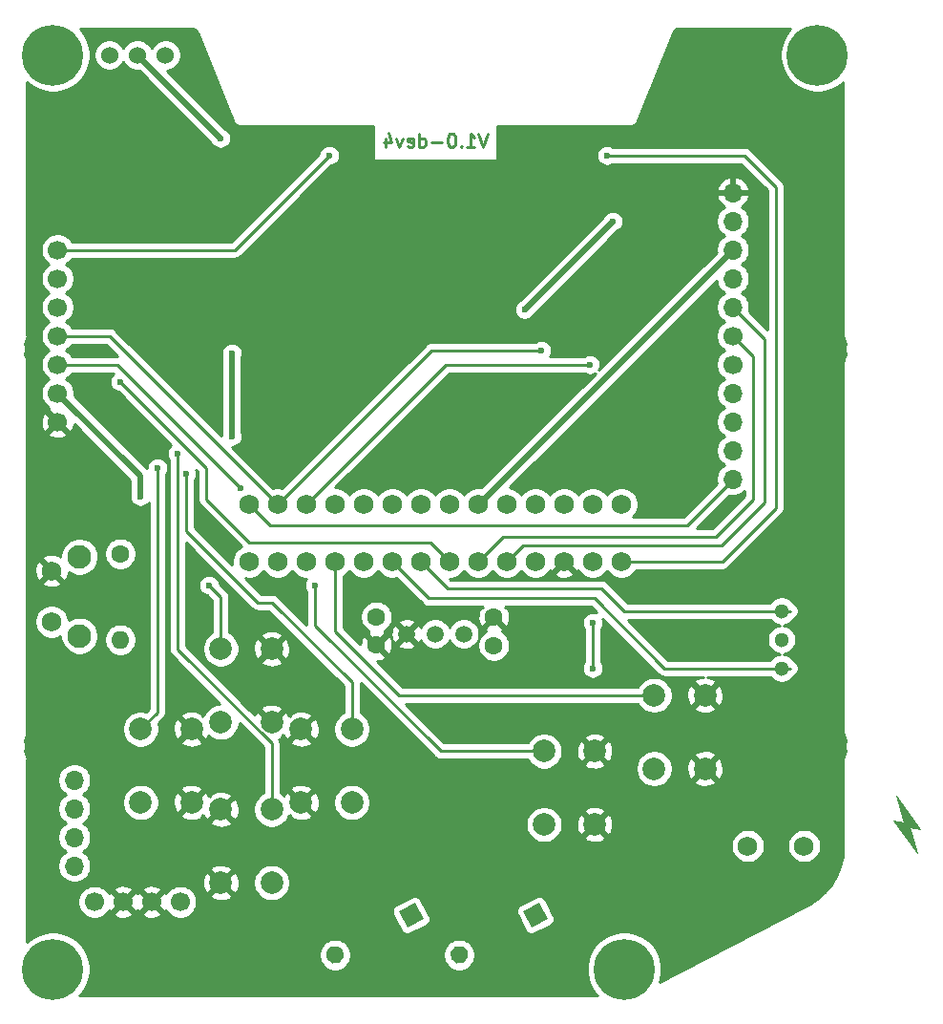
<source format=gbr>
G04 #@! TF.GenerationSoftware,KiCad,Pcbnew,(5.1.9-0-10_14)*
G04 #@! TF.CreationDate,2021-03-07T20:02:12-08:00*
G04 #@! TF.ProjectId,system,73797374-656d-42e6-9b69-6361645f7063,1.0-dev4*
G04 #@! TF.SameCoordinates,Original*
G04 #@! TF.FileFunction,Copper,L2,Bot*
G04 #@! TF.FilePolarity,Positive*
%FSLAX46Y46*%
G04 Gerber Fmt 4.6, Leading zero omitted, Abs format (unit mm)*
G04 Created by KiCad (PCBNEW (5.1.9-0-10_14)) date 2021-03-07 20:02:12*
%MOMM*%
%LPD*%
G01*
G04 APERTURE LIST*
G04 #@! TA.AperFunction,NonConductor*
%ADD10C,0.100000*%
G04 #@! TD*
G04 #@! TA.AperFunction,NonConductor*
%ADD11C,0.250000*%
G04 #@! TD*
G04 #@! TA.AperFunction,ComponentPad*
%ADD12O,1.700000X1.700000*%
G04 #@! TD*
G04 #@! TA.AperFunction,ComponentPad*
%ADD13C,1.700000*%
G04 #@! TD*
G04 #@! TA.AperFunction,ComponentPad*
%ADD14C,1.750000*%
G04 #@! TD*
G04 #@! TA.AperFunction,ComponentPad*
%ADD15C,2.000000*%
G04 #@! TD*
G04 #@! TA.AperFunction,ComponentPad*
%ADD16C,1.300000*%
G04 #@! TD*
G04 #@! TA.AperFunction,ComponentPad*
%ADD17C,5.399999*%
G04 #@! TD*
G04 #@! TA.AperFunction,ComponentPad*
%ADD18C,5.400000*%
G04 #@! TD*
G04 #@! TA.AperFunction,ComponentPad*
%ADD19C,1.600000*%
G04 #@! TD*
G04 #@! TA.AperFunction,ComponentPad*
%ADD20C,0.100000*%
G04 #@! TD*
G04 #@! TA.AperFunction,ComponentPad*
%ADD21O,1.600000X1.600000*%
G04 #@! TD*
G04 #@! TA.AperFunction,ComponentPad*
%ADD22C,1.524000*%
G04 #@! TD*
G04 #@! TA.AperFunction,ComponentPad*
%ADD23C,2.100000*%
G04 #@! TD*
G04 #@! TA.AperFunction,ComponentPad*
%ADD24C,1.520000*%
G04 #@! TD*
G04 #@! TA.AperFunction,ViaPad*
%ADD25C,0.600000*%
G04 #@! TD*
G04 #@! TA.AperFunction,Conductor*
%ADD26C,0.254000*%
G04 #@! TD*
G04 #@! TA.AperFunction,Conductor*
%ADD27C,0.508000*%
G04 #@! TD*
G04 #@! TA.AperFunction,Conductor*
%ADD28C,0.100000*%
G04 #@! TD*
G04 APERTURE END LIST*
D10*
G36*
X181737000Y-138176000D02*
G01*
X182499000Y-140843000D01*
X180340000Y-137922000D01*
X181737000Y-138176000D01*
G37*
X181737000Y-138176000D02*
X182499000Y-140843000D01*
X180340000Y-137922000D01*
X181737000Y-138176000D01*
G36*
X182753000Y-138684000D02*
G01*
X181356000Y-138430000D01*
X180594000Y-135763000D01*
X182753000Y-138684000D01*
G37*
X182753000Y-138684000D02*
X181356000Y-138430000D01*
X180594000Y-135763000D01*
X182753000Y-138684000D01*
D11*
X144357142Y-77066857D02*
X143957142Y-78266857D01*
X143557142Y-77066857D01*
X142528571Y-78266857D02*
X143214285Y-78266857D01*
X142871428Y-78266857D02*
X142871428Y-77066857D01*
X142985714Y-77238285D01*
X143100000Y-77352571D01*
X143214285Y-77409714D01*
X142014285Y-78152571D02*
X141957142Y-78209714D01*
X142014285Y-78266857D01*
X142071428Y-78209714D01*
X142014285Y-78152571D01*
X142014285Y-78266857D01*
X141214285Y-77066857D02*
X141100000Y-77066857D01*
X140985714Y-77124000D01*
X140928571Y-77181142D01*
X140871428Y-77295428D01*
X140814285Y-77524000D01*
X140814285Y-77809714D01*
X140871428Y-78038285D01*
X140928571Y-78152571D01*
X140985714Y-78209714D01*
X141100000Y-78266857D01*
X141214285Y-78266857D01*
X141328571Y-78209714D01*
X141385714Y-78152571D01*
X141442857Y-78038285D01*
X141500000Y-77809714D01*
X141500000Y-77524000D01*
X141442857Y-77295428D01*
X141385714Y-77181142D01*
X141328571Y-77124000D01*
X141214285Y-77066857D01*
X140300000Y-77809714D02*
X139385714Y-77809714D01*
X138300000Y-78266857D02*
X138300000Y-77066857D01*
X138300000Y-78209714D02*
X138414285Y-78266857D01*
X138642857Y-78266857D01*
X138757142Y-78209714D01*
X138814285Y-78152571D01*
X138871428Y-78038285D01*
X138871428Y-77695428D01*
X138814285Y-77581142D01*
X138757142Y-77524000D01*
X138642857Y-77466857D01*
X138414285Y-77466857D01*
X138300000Y-77524000D01*
X137271428Y-78209714D02*
X137385714Y-78266857D01*
X137614285Y-78266857D01*
X137728571Y-78209714D01*
X137785714Y-78095428D01*
X137785714Y-77638285D01*
X137728571Y-77524000D01*
X137614285Y-77466857D01*
X137385714Y-77466857D01*
X137271428Y-77524000D01*
X137214285Y-77638285D01*
X137214285Y-77752571D01*
X137785714Y-77866857D01*
X136814285Y-77466857D02*
X136528571Y-78266857D01*
X136242857Y-77466857D01*
X135271428Y-77466857D02*
X135271428Y-78266857D01*
X135557142Y-77009714D02*
X135842857Y-77866857D01*
X135100000Y-77866857D01*
D12*
X107696000Y-136906000D03*
X107696000Y-134366000D03*
X107696000Y-139446000D03*
X107696000Y-141986000D03*
X166116000Y-84836000D03*
X166116000Y-100076000D03*
X166116000Y-107696000D03*
X166116000Y-102616000D03*
X166116000Y-105156000D03*
X166116000Y-82296000D03*
D13*
X166116000Y-97536000D03*
D12*
X166116000Y-87376000D03*
X166116000Y-89916000D03*
X166116000Y-92456000D03*
D13*
X166116000Y-94996000D03*
D14*
X156210000Y-109920000D03*
X153670000Y-109920000D03*
X151130000Y-109920000D03*
X148590000Y-109920000D03*
X146050000Y-109920000D03*
X143510000Y-109920000D03*
X140970000Y-109920000D03*
X138430000Y-109920000D03*
X135890000Y-109920000D03*
X133350000Y-109920000D03*
X130810000Y-109920000D03*
X128270000Y-109920000D03*
X125730000Y-109920000D03*
X123190000Y-109920000D03*
X123190000Y-115000000D03*
X125730000Y-115000000D03*
X128270000Y-115000000D03*
X130810000Y-115000000D03*
X133350000Y-115000000D03*
X135890000Y-115000000D03*
X156210000Y-115000000D03*
X153670000Y-115000000D03*
X151130000Y-115000000D03*
X148590000Y-115000000D03*
X146050000Y-115000000D03*
X143510000Y-115000000D03*
X138430000Y-115000000D03*
X140970000Y-115000000D03*
D13*
X106200000Y-102616000D03*
X106200000Y-100076000D03*
X106200000Y-97536000D03*
X106200000Y-94996000D03*
X106200000Y-92456000D03*
X106200000Y-89916000D03*
X106200000Y-87376000D03*
D15*
X153852000Y-138303000D03*
X149352000Y-138303000D03*
X153852000Y-131803000D03*
X149352000Y-131803000D03*
X163631000Y-133350000D03*
X159131000Y-133350000D03*
X163631000Y-126850000D03*
X159131000Y-126850000D03*
X125186000Y-129234000D03*
X120686000Y-129234000D03*
X125186000Y-122734000D03*
X120686000Y-122734000D03*
X120686000Y-136958000D03*
X125186000Y-136958000D03*
X120686000Y-143458000D03*
X125186000Y-143458000D03*
X118074000Y-136346000D03*
X113574000Y-136346000D03*
X118074000Y-129846000D03*
X113574000Y-129846000D03*
X127798000Y-129846000D03*
X132298000Y-129846000D03*
X127798000Y-136346000D03*
X132298000Y-136346000D03*
D16*
X170434000Y-121920000D03*
X170434000Y-124460000D03*
X170434000Y-119380000D03*
D17*
X105791000Y-151130000D03*
X105791000Y-70104000D03*
X156464000Y-151130000D03*
D18*
X173609000Y-70104000D03*
D14*
X172426000Y-140208000D03*
X167426000Y-140208000D03*
D19*
X134493000Y-119888000D03*
X134493000Y-122388000D03*
X144907000Y-119928000D03*
X144907000Y-122428000D03*
G04 #@! TA.AperFunction,ComponentPad*
G36*
G01*
X142540586Y-149490601D02*
X142540586Y-149490601D01*
G75*
G02*
X142200376Y-150569609I-709609J-369399D01*
G01*
X142200376Y-150569609D01*
G75*
G02*
X141121368Y-150229399I-369399J709609D01*
G01*
X141121368Y-150229399D01*
G75*
G02*
X141461578Y-149150391I709609J369399D01*
G01*
X141461578Y-149150391D01*
G75*
G02*
X142540586Y-149490601I369399J-709609D01*
G01*
G37*
G04 #@! TD.AperFunction*
G04 #@! TA.AperFunction,ComponentPad*
D20*
G36*
X148930210Y-145262468D02*
G01*
X149669008Y-146681686D01*
X148249790Y-147420484D01*
X147510992Y-146001266D01*
X148930210Y-145262468D01*
G37*
G04 #@! TD.AperFunction*
G04 #@! TA.AperFunction,ComponentPad*
G36*
X137909233Y-145262468D02*
G01*
X138648031Y-146681686D01*
X137228813Y-147420484D01*
X136490015Y-146001266D01*
X137909233Y-145262468D01*
G37*
G04 #@! TD.AperFunction*
G04 #@! TA.AperFunction,ComponentPad*
G36*
G01*
X131519609Y-149490601D02*
X131519609Y-149490601D01*
G75*
G02*
X131179399Y-150569609I-709609J-369399D01*
G01*
X131179399Y-150569609D01*
G75*
G02*
X130100391Y-150229399I-369399J709609D01*
G01*
X130100391Y-150229399D01*
G75*
G02*
X130440601Y-149150391I709609J369399D01*
G01*
X130440601Y-149150391D01*
G75*
G02*
X131519609Y-149490601I369399J-709609D01*
G01*
G37*
G04 #@! TD.AperFunction*
D19*
X111760000Y-114300000D03*
D21*
X111760000Y-121920000D03*
D22*
X110794800Y-70104000D03*
X113284000Y-70104000D03*
X115773200Y-70104000D03*
D23*
X108154000Y-121584000D03*
D14*
X105664000Y-120324000D03*
X105664000Y-115824000D03*
D23*
X108154000Y-114574000D03*
D13*
X114554000Y-145161000D03*
X112014000Y-145161000D03*
X117094000Y-145161000D03*
X109474000Y-145161000D03*
D24*
X137160000Y-121412000D03*
X142240000Y-121412000D03*
X139700000Y-121412000D03*
D25*
X109220000Y-96266000D03*
X164084000Y-121920000D03*
X156464000Y-103251000D03*
X142494000Y-101092000D03*
X118364000Y-115316000D03*
X118872000Y-111506000D03*
X121666000Y-113538000D03*
X165100000Y-110490000D03*
X124460000Y-116840000D03*
X120650000Y-77470000D03*
X116839984Y-105410000D03*
X115062000Y-106680000D03*
X117602000Y-107188000D03*
X119633994Y-117094000D03*
X129032000Y-117094000D03*
X111760000Y-99060000D03*
X121666000Y-103886000D03*
X121666000Y-96520008D03*
X113538000Y-109220000D03*
X154940000Y-78994000D03*
X130301998Y-78994000D03*
X149098000Y-96265998D03*
X153416000Y-97536000D03*
X122428000Y-108458001D03*
X147637500Y-92646500D03*
X155447994Y-84836000D03*
X153670000Y-120396000D03*
X153670000Y-124460000D03*
D26*
X130810000Y-121158000D02*
X130810000Y-115000000D01*
X136502000Y-126850000D02*
X130810000Y-121158000D01*
X159131000Y-126850000D02*
X136502000Y-126850000D01*
D27*
X120650000Y-77470000D02*
X113284000Y-70104000D01*
D26*
X125186000Y-131127514D02*
X116839984Y-122781498D01*
X116839984Y-122781498D02*
X116839984Y-105410000D01*
X125186000Y-136958000D02*
X125186000Y-131127514D01*
X115062000Y-128358000D02*
X115062000Y-106680000D01*
X113574000Y-129846000D02*
X115062000Y-128358000D01*
X117602000Y-112268000D02*
X117602000Y-107188000D01*
X125222000Y-118618000D02*
X123952000Y-118618000D01*
X123952000Y-118618000D02*
X117602000Y-112268000D01*
X132298000Y-125694000D02*
X125222000Y-118618000D01*
X132298000Y-129846000D02*
X132298000Y-125694000D01*
X120686000Y-122734000D02*
X120686000Y-118146006D01*
X120686000Y-118146006D02*
X119633994Y-117094000D01*
X129032000Y-120650000D02*
X129032000Y-117094000D01*
X140185000Y-131803000D02*
X129032000Y-120650000D01*
X149352000Y-131803000D02*
X140185000Y-131803000D01*
X140778000Y-117348000D02*
X138430000Y-115000000D01*
X156464000Y-119380000D02*
X154432000Y-117348000D01*
X154432000Y-117348000D02*
X140778000Y-117348000D01*
X171196000Y-119380000D02*
X156464000Y-119380000D01*
X119380000Y-109474000D02*
X119380000Y-106680000D01*
X140970000Y-115000000D02*
X139254000Y-113284000D01*
X139254000Y-113284000D02*
X123190000Y-113284000D01*
X123190000Y-113284000D02*
X119380000Y-109474000D01*
X119380000Y-106680000D02*
X111760000Y-99060000D01*
X153822409Y-118262409D02*
X139152409Y-118262409D01*
X160020000Y-124460000D02*
X153822409Y-118262409D01*
X171196000Y-124460000D02*
X160020000Y-124460000D01*
X139152409Y-118262409D02*
X135890000Y-115000000D01*
D27*
X143572000Y-109920000D02*
X143510000Y-109920000D01*
X166116000Y-87376000D02*
X143572000Y-109920000D01*
X121666000Y-103886000D02*
X121666000Y-96520008D01*
X106200000Y-100076000D02*
X113538000Y-107414000D01*
X113538000Y-107414000D02*
X113538000Y-109220000D01*
D26*
X164592000Y-112776000D02*
X145734000Y-112776000D01*
X167894000Y-109474000D02*
X164592000Y-112776000D01*
X167894000Y-96774000D02*
X167894000Y-109474000D01*
X145734000Y-112776000D02*
X143510000Y-115000000D01*
X166116000Y-94996000D02*
X167894000Y-96774000D01*
X147512000Y-113538000D02*
X146050000Y-115000000D01*
X165100000Y-113538000D02*
X147512000Y-113538000D01*
X168910000Y-109728000D02*
X165100000Y-113538000D01*
X168910000Y-95250000D02*
X168910000Y-109728000D01*
X166116000Y-92456000D02*
X168910000Y-95250000D01*
X167132000Y-78994000D02*
X154940000Y-78994000D01*
X169926000Y-81788000D02*
X167132000Y-78994000D01*
X169926000Y-110236000D02*
X169926000Y-81788000D01*
X165162000Y-115000000D02*
X169926000Y-110236000D01*
X156210000Y-115000000D02*
X165162000Y-115000000D01*
X121919998Y-87376000D02*
X130301998Y-78994000D01*
X106200000Y-87376000D02*
X121919998Y-87376000D01*
X162052000Y-111760000D02*
X166116000Y-107696000D01*
X125030000Y-111760000D02*
X162052000Y-111760000D01*
X123190000Y-109920000D02*
X125030000Y-111760000D01*
X110806000Y-94996000D02*
X106200000Y-94996000D01*
X125730000Y-109920000D02*
X110806000Y-94996000D01*
X139384002Y-96265998D02*
X149098000Y-96265998D01*
X125730000Y-109920000D02*
X139384002Y-96265998D01*
X140654000Y-97536000D02*
X153416000Y-97536000D01*
X128270000Y-109920000D02*
X140654000Y-97536000D01*
X106200000Y-97536000D02*
X111505999Y-97536000D01*
X111505999Y-97536000D02*
X122428000Y-108458001D01*
D27*
X155447994Y-84836006D02*
X155447994Y-84836000D01*
X147637500Y-92646500D02*
X155447994Y-84836006D01*
D26*
X153670000Y-120650008D02*
X153670000Y-124460000D01*
X118213231Y-67804646D02*
X118312528Y-67834626D01*
X118404114Y-67883323D01*
X118484497Y-67948882D01*
X118550613Y-68028803D01*
X118612228Y-68142756D01*
X121733885Y-75935803D01*
X121745664Y-75974633D01*
X121777718Y-76034602D01*
X121809153Y-76095106D01*
X121811871Y-76098499D01*
X121813914Y-76102320D01*
X121857045Y-76154875D01*
X121899686Y-76208091D01*
X121903013Y-76210887D01*
X121905763Y-76214238D01*
X121958327Y-76257376D01*
X122010522Y-76301244D01*
X122014331Y-76303337D01*
X122017681Y-76306087D01*
X122077680Y-76338157D01*
X122137402Y-76370983D01*
X122141542Y-76372292D01*
X122145368Y-76374337D01*
X122210512Y-76394098D01*
X122275448Y-76414629D01*
X122279762Y-76415105D01*
X122283916Y-76416365D01*
X122351703Y-76423041D01*
X122419358Y-76430505D01*
X122459790Y-76427000D01*
X134168572Y-76426999D01*
X134168572Y-79482500D01*
X145231429Y-79482500D01*
X145231429Y-76426999D01*
X156940198Y-76426998D01*
X156980641Y-76430504D01*
X157048364Y-76423033D01*
X157116085Y-76416363D01*
X157120235Y-76415104D01*
X157124551Y-76414628D01*
X157189493Y-76394095D01*
X157254633Y-76374335D01*
X157258460Y-76372289D01*
X157262598Y-76370981D01*
X157322268Y-76338183D01*
X157382320Y-76306085D01*
X157385674Y-76303332D01*
X157389477Y-76301242D01*
X157441613Y-76257424D01*
X157494238Y-76214236D01*
X157496990Y-76210883D01*
X157500313Y-76208090D01*
X157542889Y-76154954D01*
X157586087Y-76102318D01*
X157588134Y-76098489D01*
X157590846Y-76095104D01*
X157622223Y-76034712D01*
X157654337Y-75974631D01*
X157666121Y-75935784D01*
X160769885Y-68187410D01*
X160835394Y-68050682D01*
X160897530Y-67967623D01*
X160974611Y-67898219D01*
X161063711Y-67845105D01*
X161161424Y-67810311D01*
X161290853Y-67791199D01*
X161298994Y-67791000D01*
X171205597Y-67791000D01*
X171018536Y-67978061D01*
X170653561Y-68524285D01*
X170402162Y-69131216D01*
X170274000Y-69775531D01*
X170274000Y-70432469D01*
X170402162Y-71076784D01*
X170653561Y-71683715D01*
X171018536Y-72229939D01*
X171483061Y-72694464D01*
X172029285Y-73059439D01*
X172636216Y-73310838D01*
X173280531Y-73439000D01*
X173937469Y-73439000D01*
X174581784Y-73310838D01*
X175188715Y-73059439D01*
X175734939Y-72694464D01*
X175890000Y-72539403D01*
X175890001Y-94959885D01*
X175886444Y-94996000D01*
X175900635Y-95140085D01*
X175942663Y-95278633D01*
X175999389Y-95384760D01*
X176024164Y-95509312D01*
X176091179Y-95671099D01*
X176106815Y-95694500D01*
X176091179Y-95717901D01*
X176024164Y-95879688D01*
X175990000Y-96051441D01*
X175990000Y-96226559D01*
X176024164Y-96398312D01*
X176091179Y-96560099D01*
X176106815Y-96583500D01*
X176091179Y-96606901D01*
X176024164Y-96768688D01*
X175999389Y-96893240D01*
X175942663Y-96999367D01*
X175900635Y-97137915D01*
X175886444Y-97282000D01*
X175890000Y-97318105D01*
X175890001Y-130138885D01*
X175886444Y-130175000D01*
X175900635Y-130319085D01*
X175942663Y-130457633D01*
X175999389Y-130563760D01*
X176024164Y-130688312D01*
X176091179Y-130850099D01*
X176106815Y-130873500D01*
X176091179Y-130896901D01*
X176024164Y-131058688D01*
X175990000Y-131230441D01*
X175990000Y-131405559D01*
X176024164Y-131577312D01*
X176091179Y-131739099D01*
X176106815Y-131762500D01*
X176091179Y-131785901D01*
X176024164Y-131947688D01*
X175999389Y-132072240D01*
X175942663Y-132178367D01*
X175900635Y-132316915D01*
X175886444Y-132461000D01*
X175890000Y-132497105D01*
X175890001Y-140180069D01*
X175819278Y-141109801D01*
X175615064Y-141990843D01*
X175279930Y-142830861D01*
X174821590Y-143610524D01*
X174250591Y-144311886D01*
X173576942Y-144921643D01*
X172940009Y-145352970D01*
X159587013Y-152305152D01*
X159670837Y-152102783D01*
X159798999Y-151458469D01*
X159798999Y-150801531D01*
X159670837Y-150157217D01*
X159419438Y-149550285D01*
X159054463Y-149004062D01*
X158589938Y-148539537D01*
X158043715Y-148174562D01*
X157436783Y-147923163D01*
X156792469Y-147795001D01*
X156135531Y-147795001D01*
X155491217Y-147923163D01*
X154884285Y-148174562D01*
X154338062Y-148539537D01*
X153873537Y-149004062D01*
X153508562Y-149550285D01*
X153257163Y-150157217D01*
X153129001Y-150801531D01*
X153129001Y-151458469D01*
X153257163Y-152102783D01*
X153508562Y-152709715D01*
X153873537Y-153255938D01*
X154108499Y-153490900D01*
X108146501Y-153490900D01*
X108381463Y-153255938D01*
X108746438Y-152709715D01*
X108997837Y-152102783D01*
X109125999Y-151458469D01*
X109125999Y-150801531D01*
X108997837Y-150157217D01*
X108816184Y-149718665D01*
X129375000Y-149718665D01*
X129375000Y-150001335D01*
X129430147Y-150278574D01*
X129538320Y-150539727D01*
X129695363Y-150774759D01*
X129895241Y-150974637D01*
X130130273Y-151131680D01*
X130391426Y-151239853D01*
X130668665Y-151295000D01*
X130951335Y-151295000D01*
X131228574Y-151239853D01*
X131489727Y-151131680D01*
X131724759Y-150974637D01*
X131924637Y-150774759D01*
X132081680Y-150539727D01*
X132189853Y-150278574D01*
X132245000Y-150001335D01*
X132245000Y-149718665D01*
X140395977Y-149718665D01*
X140395977Y-150001335D01*
X140451124Y-150278574D01*
X140559297Y-150539727D01*
X140716340Y-150774759D01*
X140916218Y-150974637D01*
X141151250Y-151131680D01*
X141412403Y-151239853D01*
X141689642Y-151295000D01*
X141972312Y-151295000D01*
X142249551Y-151239853D01*
X142510704Y-151131680D01*
X142745736Y-150974637D01*
X142945614Y-150774759D01*
X143102657Y-150539727D01*
X143210830Y-150278574D01*
X143265977Y-150001335D01*
X143265977Y-149718665D01*
X143210830Y-149441426D01*
X143102657Y-149180273D01*
X142945614Y-148945241D01*
X142745736Y-148745363D01*
X142510704Y-148588320D01*
X142249551Y-148480147D01*
X141972312Y-148425000D01*
X141689642Y-148425000D01*
X141412403Y-148480147D01*
X141151250Y-148588320D01*
X140916218Y-148745363D01*
X140716340Y-148945241D01*
X140559297Y-149180273D01*
X140451124Y-149441426D01*
X140395977Y-149718665D01*
X132245000Y-149718665D01*
X132189853Y-149441426D01*
X132081680Y-149180273D01*
X131924637Y-148945241D01*
X131724759Y-148745363D01*
X131489727Y-148588320D01*
X131228574Y-148480147D01*
X130951335Y-148425000D01*
X130668665Y-148425000D01*
X130391426Y-148480147D01*
X130130273Y-148588320D01*
X129895241Y-148745363D01*
X129695363Y-148945241D01*
X129538320Y-149180273D01*
X129430147Y-149441426D01*
X129375000Y-149718665D01*
X108816184Y-149718665D01*
X108746438Y-149550285D01*
X108381463Y-149004062D01*
X107916938Y-148539537D01*
X107370715Y-148174562D01*
X106763783Y-147923163D01*
X106119469Y-147795001D01*
X105462531Y-147795001D01*
X104818217Y-147923163D01*
X104211285Y-148174562D01*
X103665062Y-148539537D01*
X103510000Y-148694599D01*
X103510000Y-145014740D01*
X107989000Y-145014740D01*
X107989000Y-145307260D01*
X108046068Y-145594158D01*
X108158010Y-145864411D01*
X108320525Y-146107632D01*
X108527368Y-146314475D01*
X108770589Y-146476990D01*
X109040842Y-146588932D01*
X109327740Y-146646000D01*
X109620260Y-146646000D01*
X109907158Y-146588932D01*
X110177411Y-146476990D01*
X110420632Y-146314475D01*
X110545710Y-146189397D01*
X111165208Y-146189397D01*
X111242843Y-146438472D01*
X111506883Y-146564371D01*
X111790411Y-146636339D01*
X112082531Y-146651611D01*
X112372019Y-146609599D01*
X112647747Y-146511919D01*
X112785157Y-146438472D01*
X112862792Y-146189397D01*
X113705208Y-146189397D01*
X113782843Y-146438472D01*
X114046883Y-146564371D01*
X114330411Y-146636339D01*
X114622531Y-146651611D01*
X114912019Y-146609599D01*
X115187747Y-146511919D01*
X115325157Y-146438472D01*
X115402792Y-146189397D01*
X114554000Y-145340605D01*
X113705208Y-146189397D01*
X112862792Y-146189397D01*
X112014000Y-145340605D01*
X111165208Y-146189397D01*
X110545710Y-146189397D01*
X110627475Y-146107632D01*
X110743311Y-145934271D01*
X110985603Y-146009792D01*
X111834395Y-145161000D01*
X112193605Y-145161000D01*
X113042397Y-146009792D01*
X113284000Y-145934486D01*
X113525603Y-146009792D01*
X114374395Y-145161000D01*
X114733605Y-145161000D01*
X115582397Y-146009792D01*
X115824689Y-145934271D01*
X115940525Y-146107632D01*
X116147368Y-146314475D01*
X116390589Y-146476990D01*
X116660842Y-146588932D01*
X116947740Y-146646000D01*
X117240260Y-146646000D01*
X117527158Y-146588932D01*
X117797411Y-146476990D01*
X118040632Y-146314475D01*
X118247475Y-146107632D01*
X118281387Y-146056878D01*
X135854371Y-146056878D01*
X135877434Y-146179817D01*
X135924038Y-146295895D01*
X136662836Y-147715113D01*
X136731191Y-147819868D01*
X136818668Y-147909275D01*
X136921907Y-147979899D01*
X137036941Y-148029024D01*
X137159348Y-148054764D01*
X137284425Y-148056128D01*
X137407364Y-148033065D01*
X137523442Y-147986461D01*
X138942660Y-147247663D01*
X139047415Y-147179308D01*
X139136822Y-147091831D01*
X139207446Y-146988592D01*
X139256571Y-146873558D01*
X139282311Y-146751151D01*
X139283675Y-146626074D01*
X139260612Y-146503135D01*
X139214008Y-146387057D01*
X139042128Y-146056878D01*
X146875348Y-146056878D01*
X146898411Y-146179817D01*
X146945015Y-146295895D01*
X147683813Y-147715113D01*
X147752168Y-147819868D01*
X147839645Y-147909275D01*
X147942884Y-147979899D01*
X148057918Y-148029024D01*
X148180325Y-148054764D01*
X148305402Y-148056128D01*
X148428341Y-148033065D01*
X148544419Y-147986461D01*
X149963637Y-147247663D01*
X150068392Y-147179308D01*
X150157799Y-147091831D01*
X150228423Y-146988592D01*
X150277548Y-146873558D01*
X150303288Y-146751151D01*
X150304652Y-146626074D01*
X150281589Y-146503135D01*
X150234985Y-146387057D01*
X149496187Y-144967839D01*
X149427832Y-144863084D01*
X149340355Y-144773677D01*
X149237116Y-144703053D01*
X149122082Y-144653928D01*
X148999675Y-144628188D01*
X148874598Y-144626824D01*
X148751659Y-144649887D01*
X148635581Y-144696491D01*
X147216363Y-145435289D01*
X147111608Y-145503644D01*
X147022201Y-145591121D01*
X146951577Y-145694360D01*
X146902452Y-145809394D01*
X146876712Y-145931801D01*
X146875348Y-146056878D01*
X139042128Y-146056878D01*
X138475210Y-144967839D01*
X138406855Y-144863084D01*
X138319378Y-144773677D01*
X138216139Y-144703053D01*
X138101105Y-144653928D01*
X137978698Y-144628188D01*
X137853621Y-144626824D01*
X137730682Y-144649887D01*
X137614604Y-144696491D01*
X136195386Y-145435289D01*
X136090631Y-145503644D01*
X136001224Y-145591121D01*
X135930600Y-145694360D01*
X135881475Y-145809394D01*
X135855735Y-145931801D01*
X135854371Y-146056878D01*
X118281387Y-146056878D01*
X118409990Y-145864411D01*
X118521932Y-145594158D01*
X118579000Y-145307260D01*
X118579000Y-145014740D01*
X118521932Y-144727842D01*
X118466250Y-144593413D01*
X119730192Y-144593413D01*
X119825956Y-144857814D01*
X120115571Y-144998704D01*
X120427108Y-145080384D01*
X120748595Y-145099718D01*
X121067675Y-145055961D01*
X121372088Y-144950795D01*
X121546044Y-144857814D01*
X121641808Y-144593413D01*
X120686000Y-143637605D01*
X119730192Y-144593413D01*
X118466250Y-144593413D01*
X118409990Y-144457589D01*
X118247475Y-144214368D01*
X118040632Y-144007525D01*
X117797411Y-143845010D01*
X117527158Y-143733068D01*
X117240260Y-143676000D01*
X116947740Y-143676000D01*
X116660842Y-143733068D01*
X116390589Y-143845010D01*
X116147368Y-144007525D01*
X115940525Y-144214368D01*
X115824689Y-144387729D01*
X115582397Y-144312208D01*
X114733605Y-145161000D01*
X114374395Y-145161000D01*
X113525603Y-144312208D01*
X113284000Y-144387514D01*
X113042397Y-144312208D01*
X112193605Y-145161000D01*
X111834395Y-145161000D01*
X110985603Y-144312208D01*
X110743311Y-144387729D01*
X110627475Y-144214368D01*
X110545710Y-144132603D01*
X111165208Y-144132603D01*
X112014000Y-144981395D01*
X112862792Y-144132603D01*
X113705208Y-144132603D01*
X114554000Y-144981395D01*
X115402792Y-144132603D01*
X115325157Y-143883528D01*
X115061117Y-143757629D01*
X114777589Y-143685661D01*
X114485469Y-143670389D01*
X114195981Y-143712401D01*
X113920253Y-143810081D01*
X113782843Y-143883528D01*
X113705208Y-144132603D01*
X112862792Y-144132603D01*
X112785157Y-143883528D01*
X112521117Y-143757629D01*
X112237589Y-143685661D01*
X111945469Y-143670389D01*
X111655981Y-143712401D01*
X111380253Y-143810081D01*
X111242843Y-143883528D01*
X111165208Y-144132603D01*
X110545710Y-144132603D01*
X110420632Y-144007525D01*
X110177411Y-143845010D01*
X109907158Y-143733068D01*
X109620260Y-143676000D01*
X109327740Y-143676000D01*
X109040842Y-143733068D01*
X108770589Y-143845010D01*
X108527368Y-144007525D01*
X108320525Y-144214368D01*
X108158010Y-144457589D01*
X108046068Y-144727842D01*
X107989000Y-145014740D01*
X103510000Y-145014740D01*
X103510000Y-143520595D01*
X119044282Y-143520595D01*
X119088039Y-143839675D01*
X119193205Y-144144088D01*
X119286186Y-144318044D01*
X119550587Y-144413808D01*
X120506395Y-143458000D01*
X120865605Y-143458000D01*
X121821413Y-144413808D01*
X122085814Y-144318044D01*
X122226704Y-144028429D01*
X122308384Y-143716892D01*
X122327718Y-143395405D01*
X122314219Y-143296967D01*
X123551000Y-143296967D01*
X123551000Y-143619033D01*
X123613832Y-143934912D01*
X123737082Y-144232463D01*
X123916013Y-144500252D01*
X124143748Y-144727987D01*
X124411537Y-144906918D01*
X124709088Y-145030168D01*
X125024967Y-145093000D01*
X125347033Y-145093000D01*
X125662912Y-145030168D01*
X125960463Y-144906918D01*
X126228252Y-144727987D01*
X126455987Y-144500252D01*
X126634918Y-144232463D01*
X126758168Y-143934912D01*
X126821000Y-143619033D01*
X126821000Y-143296967D01*
X126758168Y-142981088D01*
X126634918Y-142683537D01*
X126455987Y-142415748D01*
X126228252Y-142188013D01*
X125960463Y-142009082D01*
X125662912Y-141885832D01*
X125347033Y-141823000D01*
X125024967Y-141823000D01*
X124709088Y-141885832D01*
X124411537Y-142009082D01*
X124143748Y-142188013D01*
X123916013Y-142415748D01*
X123737082Y-142683537D01*
X123613832Y-142981088D01*
X123551000Y-143296967D01*
X122314219Y-143296967D01*
X122283961Y-143076325D01*
X122178795Y-142771912D01*
X122085814Y-142597956D01*
X121821413Y-142502192D01*
X120865605Y-143458000D01*
X120506395Y-143458000D01*
X119550587Y-142502192D01*
X119286186Y-142597956D01*
X119145296Y-142887571D01*
X119063616Y-143199108D01*
X119044282Y-143520595D01*
X103510000Y-143520595D01*
X103510000Y-134219740D01*
X106211000Y-134219740D01*
X106211000Y-134512260D01*
X106268068Y-134799158D01*
X106380010Y-135069411D01*
X106542525Y-135312632D01*
X106749368Y-135519475D01*
X106923760Y-135636000D01*
X106749368Y-135752525D01*
X106542525Y-135959368D01*
X106380010Y-136202589D01*
X106268068Y-136472842D01*
X106211000Y-136759740D01*
X106211000Y-137052260D01*
X106268068Y-137339158D01*
X106380010Y-137609411D01*
X106542525Y-137852632D01*
X106749368Y-138059475D01*
X106923760Y-138176000D01*
X106749368Y-138292525D01*
X106542525Y-138499368D01*
X106380010Y-138742589D01*
X106268068Y-139012842D01*
X106211000Y-139299740D01*
X106211000Y-139592260D01*
X106268068Y-139879158D01*
X106380010Y-140149411D01*
X106542525Y-140392632D01*
X106749368Y-140599475D01*
X106923760Y-140716000D01*
X106749368Y-140832525D01*
X106542525Y-141039368D01*
X106380010Y-141282589D01*
X106268068Y-141552842D01*
X106211000Y-141839740D01*
X106211000Y-142132260D01*
X106268068Y-142419158D01*
X106380010Y-142689411D01*
X106542525Y-142932632D01*
X106749368Y-143139475D01*
X106992589Y-143301990D01*
X107262842Y-143413932D01*
X107549740Y-143471000D01*
X107842260Y-143471000D01*
X108129158Y-143413932D01*
X108399411Y-143301990D01*
X108642632Y-143139475D01*
X108849475Y-142932632D01*
X109011990Y-142689411D01*
X109123932Y-142419158D01*
X109143141Y-142322587D01*
X119730192Y-142322587D01*
X120686000Y-143278395D01*
X121641808Y-142322587D01*
X121546044Y-142058186D01*
X121256429Y-141917296D01*
X120944892Y-141835616D01*
X120623405Y-141816282D01*
X120304325Y-141860039D01*
X119999912Y-141965205D01*
X119825956Y-142058186D01*
X119730192Y-142322587D01*
X109143141Y-142322587D01*
X109181000Y-142132260D01*
X109181000Y-141839740D01*
X109123932Y-141552842D01*
X109011990Y-141282589D01*
X108849475Y-141039368D01*
X108642632Y-140832525D01*
X108468240Y-140716000D01*
X108642632Y-140599475D01*
X108849475Y-140392632D01*
X109011990Y-140149411D01*
X109049324Y-140059278D01*
X165916000Y-140059278D01*
X165916000Y-140356722D01*
X165974029Y-140648451D01*
X166087856Y-140923253D01*
X166253107Y-141170569D01*
X166463431Y-141380893D01*
X166710747Y-141546144D01*
X166985549Y-141659971D01*
X167277278Y-141718000D01*
X167574722Y-141718000D01*
X167866451Y-141659971D01*
X168141253Y-141546144D01*
X168388569Y-141380893D01*
X168598893Y-141170569D01*
X168764144Y-140923253D01*
X168877971Y-140648451D01*
X168936000Y-140356722D01*
X168936000Y-140059278D01*
X170916000Y-140059278D01*
X170916000Y-140356722D01*
X170974029Y-140648451D01*
X171087856Y-140923253D01*
X171253107Y-141170569D01*
X171463431Y-141380893D01*
X171710747Y-141546144D01*
X171985549Y-141659971D01*
X172277278Y-141718000D01*
X172574722Y-141718000D01*
X172866451Y-141659971D01*
X173141253Y-141546144D01*
X173388569Y-141380893D01*
X173598893Y-141170569D01*
X173764144Y-140923253D01*
X173877971Y-140648451D01*
X173936000Y-140356722D01*
X173936000Y-140059278D01*
X173877971Y-139767549D01*
X173764144Y-139492747D01*
X173598893Y-139245431D01*
X173388569Y-139035107D01*
X173141253Y-138869856D01*
X172866451Y-138756029D01*
X172574722Y-138698000D01*
X172277278Y-138698000D01*
X171985549Y-138756029D01*
X171710747Y-138869856D01*
X171463431Y-139035107D01*
X171253107Y-139245431D01*
X171087856Y-139492747D01*
X170974029Y-139767549D01*
X170916000Y-140059278D01*
X168936000Y-140059278D01*
X168877971Y-139767549D01*
X168764144Y-139492747D01*
X168598893Y-139245431D01*
X168388569Y-139035107D01*
X168141253Y-138869856D01*
X167866451Y-138756029D01*
X167574722Y-138698000D01*
X167277278Y-138698000D01*
X166985549Y-138756029D01*
X166710747Y-138869856D01*
X166463431Y-139035107D01*
X166253107Y-139245431D01*
X166087856Y-139492747D01*
X165974029Y-139767549D01*
X165916000Y-140059278D01*
X109049324Y-140059278D01*
X109123932Y-139879158D01*
X109181000Y-139592260D01*
X109181000Y-139299740D01*
X109123932Y-139012842D01*
X109011990Y-138742589D01*
X108849475Y-138499368D01*
X108642632Y-138292525D01*
X108468240Y-138176000D01*
X108591840Y-138093413D01*
X119730192Y-138093413D01*
X119825956Y-138357814D01*
X120115571Y-138498704D01*
X120427108Y-138580384D01*
X120748595Y-138599718D01*
X121067675Y-138555961D01*
X121372088Y-138450795D01*
X121546044Y-138357814D01*
X121641808Y-138093413D01*
X120686000Y-137137605D01*
X119730192Y-138093413D01*
X108591840Y-138093413D01*
X108642632Y-138059475D01*
X108849475Y-137852632D01*
X109011990Y-137609411D01*
X109123932Y-137339158D01*
X109181000Y-137052260D01*
X109181000Y-136759740D01*
X109123932Y-136472842D01*
X109011990Y-136202589D01*
X109000216Y-136184967D01*
X111939000Y-136184967D01*
X111939000Y-136507033D01*
X112001832Y-136822912D01*
X112125082Y-137120463D01*
X112304013Y-137388252D01*
X112531748Y-137615987D01*
X112799537Y-137794918D01*
X113097088Y-137918168D01*
X113412967Y-137981000D01*
X113735033Y-137981000D01*
X114050912Y-137918168D01*
X114348463Y-137794918D01*
X114616252Y-137615987D01*
X114750826Y-137481413D01*
X117118192Y-137481413D01*
X117213956Y-137745814D01*
X117503571Y-137886704D01*
X117815108Y-137968384D01*
X118136595Y-137987718D01*
X118455675Y-137943961D01*
X118760088Y-137838795D01*
X118934044Y-137745814D01*
X119029807Y-137481415D01*
X119145475Y-137597083D01*
X119168880Y-137573678D01*
X119193205Y-137644088D01*
X119286186Y-137818044D01*
X119550587Y-137913808D01*
X120506395Y-136958000D01*
X120865605Y-136958000D01*
X121821413Y-137913808D01*
X122085814Y-137818044D01*
X122226704Y-137528429D01*
X122308384Y-137216892D01*
X122327718Y-136895405D01*
X122283961Y-136576325D01*
X122178795Y-136271912D01*
X122085814Y-136097956D01*
X121821413Y-136002192D01*
X120865605Y-136958000D01*
X120506395Y-136958000D01*
X120492253Y-136943858D01*
X120671858Y-136764253D01*
X120686000Y-136778395D01*
X121641808Y-135822587D01*
X121546044Y-135558186D01*
X121256429Y-135417296D01*
X120944892Y-135335616D01*
X120623405Y-135316282D01*
X120304325Y-135360039D01*
X119999912Y-135465205D01*
X119825956Y-135558186D01*
X119730193Y-135822585D01*
X119614525Y-135706917D01*
X119591120Y-135730322D01*
X119566795Y-135659912D01*
X119473814Y-135485956D01*
X119209413Y-135390192D01*
X118253605Y-136346000D01*
X118267748Y-136360143D01*
X118088143Y-136539748D01*
X118074000Y-136525605D01*
X117118192Y-137481413D01*
X114750826Y-137481413D01*
X114843987Y-137388252D01*
X115022918Y-137120463D01*
X115146168Y-136822912D01*
X115209000Y-136507033D01*
X115209000Y-136408595D01*
X116432282Y-136408595D01*
X116476039Y-136727675D01*
X116581205Y-137032088D01*
X116674186Y-137206044D01*
X116938587Y-137301808D01*
X117894395Y-136346000D01*
X116938587Y-135390192D01*
X116674186Y-135485956D01*
X116533296Y-135775571D01*
X116451616Y-136087108D01*
X116432282Y-136408595D01*
X115209000Y-136408595D01*
X115209000Y-136184967D01*
X115146168Y-135869088D01*
X115022918Y-135571537D01*
X114843987Y-135303748D01*
X114750826Y-135210587D01*
X117118192Y-135210587D01*
X118074000Y-136166395D01*
X119029808Y-135210587D01*
X118934044Y-134946186D01*
X118644429Y-134805296D01*
X118332892Y-134723616D01*
X118011405Y-134704282D01*
X117692325Y-134748039D01*
X117387912Y-134853205D01*
X117213956Y-134946186D01*
X117118192Y-135210587D01*
X114750826Y-135210587D01*
X114616252Y-135076013D01*
X114348463Y-134897082D01*
X114050912Y-134773832D01*
X113735033Y-134711000D01*
X113412967Y-134711000D01*
X113097088Y-134773832D01*
X112799537Y-134897082D01*
X112531748Y-135076013D01*
X112304013Y-135303748D01*
X112125082Y-135571537D01*
X112001832Y-135869088D01*
X111939000Y-136184967D01*
X109000216Y-136184967D01*
X108849475Y-135959368D01*
X108642632Y-135752525D01*
X108468240Y-135636000D01*
X108642632Y-135519475D01*
X108849475Y-135312632D01*
X109011990Y-135069411D01*
X109123932Y-134799158D01*
X109181000Y-134512260D01*
X109181000Y-134219740D01*
X109123932Y-133932842D01*
X109011990Y-133662589D01*
X108849475Y-133419368D01*
X108642632Y-133212525D01*
X108399411Y-133050010D01*
X108129158Y-132938068D01*
X107842260Y-132881000D01*
X107549740Y-132881000D01*
X107262842Y-132938068D01*
X106992589Y-133050010D01*
X106749368Y-133212525D01*
X106542525Y-133419368D01*
X106380010Y-133662589D01*
X106268068Y-133932842D01*
X106211000Y-134219740D01*
X103510000Y-134219740D01*
X103510000Y-132497105D01*
X103513556Y-132461000D01*
X103499365Y-132316915D01*
X103457337Y-132178367D01*
X103400611Y-132072240D01*
X103375836Y-131947688D01*
X103308821Y-131785901D01*
X103293185Y-131762500D01*
X103308821Y-131739099D01*
X103375836Y-131577312D01*
X103410000Y-131405559D01*
X103410000Y-131230441D01*
X103375836Y-131058688D01*
X103308821Y-130896901D01*
X103293185Y-130873500D01*
X103308821Y-130850099D01*
X103375836Y-130688312D01*
X103400611Y-130563760D01*
X103457337Y-130457633D01*
X103499365Y-130319085D01*
X103513556Y-130175000D01*
X103510000Y-130138895D01*
X103510000Y-120175278D01*
X104154000Y-120175278D01*
X104154000Y-120472722D01*
X104212029Y-120764451D01*
X104325856Y-121039253D01*
X104491107Y-121286569D01*
X104701431Y-121496893D01*
X104948747Y-121662144D01*
X105223549Y-121775971D01*
X105515278Y-121834000D01*
X105812722Y-121834000D01*
X106104451Y-121775971D01*
X106379253Y-121662144D01*
X106469000Y-121602177D01*
X106469000Y-121749958D01*
X106533754Y-122075496D01*
X106660772Y-122382147D01*
X106845175Y-122658125D01*
X107079875Y-122892825D01*
X107355853Y-123077228D01*
X107662504Y-123204246D01*
X107988042Y-123269000D01*
X108319958Y-123269000D01*
X108645496Y-123204246D01*
X108952147Y-123077228D01*
X109228125Y-122892825D01*
X109462825Y-122658125D01*
X109647228Y-122382147D01*
X109774246Y-122075496D01*
X109833289Y-121778665D01*
X110325000Y-121778665D01*
X110325000Y-122061335D01*
X110380147Y-122338574D01*
X110488320Y-122599727D01*
X110645363Y-122834759D01*
X110845241Y-123034637D01*
X111080273Y-123191680D01*
X111341426Y-123299853D01*
X111618665Y-123355000D01*
X111901335Y-123355000D01*
X112178574Y-123299853D01*
X112439727Y-123191680D01*
X112674759Y-123034637D01*
X112874637Y-122834759D01*
X113031680Y-122599727D01*
X113139853Y-122338574D01*
X113195000Y-122061335D01*
X113195000Y-121778665D01*
X113139853Y-121501426D01*
X113031680Y-121240273D01*
X112874637Y-121005241D01*
X112674759Y-120805363D01*
X112439727Y-120648320D01*
X112178574Y-120540147D01*
X111901335Y-120485000D01*
X111618665Y-120485000D01*
X111341426Y-120540147D01*
X111080273Y-120648320D01*
X110845241Y-120805363D01*
X110645363Y-121005241D01*
X110488320Y-121240273D01*
X110380147Y-121501426D01*
X110325000Y-121778665D01*
X109833289Y-121778665D01*
X109839000Y-121749958D01*
X109839000Y-121418042D01*
X109774246Y-121092504D01*
X109647228Y-120785853D01*
X109462825Y-120509875D01*
X109228125Y-120275175D01*
X108952147Y-120090772D01*
X108645496Y-119963754D01*
X108319958Y-119899000D01*
X107988042Y-119899000D01*
X107662504Y-119963754D01*
X107355853Y-120090772D01*
X107174000Y-120212283D01*
X107174000Y-120175278D01*
X107115971Y-119883549D01*
X107002144Y-119608747D01*
X106836893Y-119361431D01*
X106626569Y-119151107D01*
X106379253Y-118985856D01*
X106104451Y-118872029D01*
X105812722Y-118814000D01*
X105515278Y-118814000D01*
X105223549Y-118872029D01*
X104948747Y-118985856D01*
X104701431Y-119151107D01*
X104491107Y-119361431D01*
X104325856Y-119608747D01*
X104212029Y-119883549D01*
X104154000Y-120175278D01*
X103510000Y-120175278D01*
X103510000Y-116870240D01*
X104797365Y-116870240D01*
X104878025Y-117121868D01*
X105146329Y-117250267D01*
X105434526Y-117323855D01*
X105731543Y-117339804D01*
X106025963Y-117297501D01*
X106306474Y-117198572D01*
X106449975Y-117121868D01*
X106530635Y-116870240D01*
X105664000Y-116003605D01*
X104797365Y-116870240D01*
X103510000Y-116870240D01*
X103510000Y-115891543D01*
X104148196Y-115891543D01*
X104190499Y-116185963D01*
X104289428Y-116466474D01*
X104366132Y-116609975D01*
X104617760Y-116690635D01*
X105484395Y-115824000D01*
X104617760Y-114957365D01*
X104366132Y-115038025D01*
X104237733Y-115306329D01*
X104164145Y-115594526D01*
X104148196Y-115891543D01*
X103510000Y-115891543D01*
X103510000Y-114777760D01*
X104797365Y-114777760D01*
X105664000Y-115644395D01*
X105678143Y-115630253D01*
X105857748Y-115809858D01*
X105843605Y-115824000D01*
X106710240Y-116690635D01*
X106961868Y-116609975D01*
X107090267Y-116341671D01*
X107163855Y-116053474D01*
X107169792Y-115942906D01*
X107355853Y-116067228D01*
X107662504Y-116194246D01*
X107988042Y-116259000D01*
X108319958Y-116259000D01*
X108645496Y-116194246D01*
X108952147Y-116067228D01*
X109228125Y-115882825D01*
X109462825Y-115648125D01*
X109647228Y-115372147D01*
X109774246Y-115065496D01*
X109839000Y-114739958D01*
X109839000Y-114408042D01*
X109789396Y-114158665D01*
X110325000Y-114158665D01*
X110325000Y-114441335D01*
X110380147Y-114718574D01*
X110488320Y-114979727D01*
X110645363Y-115214759D01*
X110845241Y-115414637D01*
X111080273Y-115571680D01*
X111341426Y-115679853D01*
X111618665Y-115735000D01*
X111901335Y-115735000D01*
X112178574Y-115679853D01*
X112439727Y-115571680D01*
X112674759Y-115414637D01*
X112874637Y-115214759D01*
X113031680Y-114979727D01*
X113139853Y-114718574D01*
X113195000Y-114441335D01*
X113195000Y-114158665D01*
X113139853Y-113881426D01*
X113031680Y-113620273D01*
X112874637Y-113385241D01*
X112674759Y-113185363D01*
X112439727Y-113028320D01*
X112178574Y-112920147D01*
X111901335Y-112865000D01*
X111618665Y-112865000D01*
X111341426Y-112920147D01*
X111080273Y-113028320D01*
X110845241Y-113185363D01*
X110645363Y-113385241D01*
X110488320Y-113620273D01*
X110380147Y-113881426D01*
X110325000Y-114158665D01*
X109789396Y-114158665D01*
X109774246Y-114082504D01*
X109647228Y-113775853D01*
X109462825Y-113499875D01*
X109228125Y-113265175D01*
X108952147Y-113080772D01*
X108645496Y-112953754D01*
X108319958Y-112889000D01*
X107988042Y-112889000D01*
X107662504Y-112953754D01*
X107355853Y-113080772D01*
X107079875Y-113265175D01*
X106845175Y-113499875D01*
X106660772Y-113775853D01*
X106533754Y-114082504D01*
X106469000Y-114408042D01*
X106469000Y-114585483D01*
X106449975Y-114526132D01*
X106181671Y-114397733D01*
X105893474Y-114324145D01*
X105596457Y-114308196D01*
X105302037Y-114350499D01*
X105021526Y-114449428D01*
X104878025Y-114526132D01*
X104797365Y-114777760D01*
X103510000Y-114777760D01*
X103510000Y-103644397D01*
X105351208Y-103644397D01*
X105428843Y-103893472D01*
X105692883Y-104019371D01*
X105976411Y-104091339D01*
X106268531Y-104106611D01*
X106558019Y-104064599D01*
X106833747Y-103966919D01*
X106971157Y-103893472D01*
X107048792Y-103644397D01*
X106200000Y-102795605D01*
X105351208Y-103644397D01*
X103510000Y-103644397D01*
X103510000Y-102684531D01*
X104709389Y-102684531D01*
X104751401Y-102974019D01*
X104849081Y-103249747D01*
X104922528Y-103387157D01*
X105171603Y-103464792D01*
X106020395Y-102616000D01*
X105171603Y-101767208D01*
X104922528Y-101844843D01*
X104796629Y-102108883D01*
X104724661Y-102392411D01*
X104709389Y-102684531D01*
X103510000Y-102684531D01*
X103510000Y-97318105D01*
X103513556Y-97282000D01*
X103499365Y-97137915D01*
X103457337Y-96999367D01*
X103400611Y-96893240D01*
X103375836Y-96768688D01*
X103308821Y-96606901D01*
X103293185Y-96583500D01*
X103308821Y-96560099D01*
X103375836Y-96398312D01*
X103410000Y-96226559D01*
X103410000Y-96051441D01*
X103375836Y-95879688D01*
X103308821Y-95717901D01*
X103293185Y-95694500D01*
X103308821Y-95671099D01*
X103375836Y-95509312D01*
X103400611Y-95384760D01*
X103457337Y-95278633D01*
X103499365Y-95140085D01*
X103513556Y-94996000D01*
X103510000Y-94959895D01*
X103510000Y-87229740D01*
X104715000Y-87229740D01*
X104715000Y-87522260D01*
X104772068Y-87809158D01*
X104884010Y-88079411D01*
X105046525Y-88322632D01*
X105253368Y-88529475D01*
X105427760Y-88646000D01*
X105253368Y-88762525D01*
X105046525Y-88969368D01*
X104884010Y-89212589D01*
X104772068Y-89482842D01*
X104715000Y-89769740D01*
X104715000Y-90062260D01*
X104772068Y-90349158D01*
X104884010Y-90619411D01*
X105046525Y-90862632D01*
X105253368Y-91069475D01*
X105427760Y-91186000D01*
X105253368Y-91302525D01*
X105046525Y-91509368D01*
X104884010Y-91752589D01*
X104772068Y-92022842D01*
X104715000Y-92309740D01*
X104715000Y-92602260D01*
X104772068Y-92889158D01*
X104884010Y-93159411D01*
X105046525Y-93402632D01*
X105253368Y-93609475D01*
X105427760Y-93726000D01*
X105253368Y-93842525D01*
X105046525Y-94049368D01*
X104884010Y-94292589D01*
X104772068Y-94562842D01*
X104715000Y-94849740D01*
X104715000Y-95142260D01*
X104772068Y-95429158D01*
X104884010Y-95699411D01*
X105046525Y-95942632D01*
X105253368Y-96149475D01*
X105427760Y-96266000D01*
X105253368Y-96382525D01*
X105046525Y-96589368D01*
X104884010Y-96832589D01*
X104772068Y-97102842D01*
X104715000Y-97389740D01*
X104715000Y-97682260D01*
X104772068Y-97969158D01*
X104884010Y-98239411D01*
X105046525Y-98482632D01*
X105253368Y-98689475D01*
X105427760Y-98806000D01*
X105253368Y-98922525D01*
X105046525Y-99129368D01*
X104884010Y-99372589D01*
X104772068Y-99642842D01*
X104715000Y-99929740D01*
X104715000Y-100222260D01*
X104772068Y-100509158D01*
X104884010Y-100779411D01*
X105046525Y-101022632D01*
X105253368Y-101229475D01*
X105426729Y-101345311D01*
X105351208Y-101587603D01*
X106200000Y-102436395D01*
X106214143Y-102422253D01*
X106393748Y-102601858D01*
X106379605Y-102616000D01*
X107228397Y-103464792D01*
X107477472Y-103387157D01*
X107603371Y-103123117D01*
X107675339Y-102839589D01*
X107676880Y-102810115D01*
X112649000Y-107782236D01*
X112649001Y-108922963D01*
X112638932Y-108947271D01*
X112603000Y-109127911D01*
X112603000Y-109312089D01*
X112638932Y-109492729D01*
X112709414Y-109662889D01*
X112811738Y-109816028D01*
X112941972Y-109946262D01*
X113095111Y-110048586D01*
X113265271Y-110119068D01*
X113445911Y-110155000D01*
X113630089Y-110155000D01*
X113810729Y-110119068D01*
X113980889Y-110048586D01*
X114134028Y-109946262D01*
X114264262Y-109816028D01*
X114300001Y-109762541D01*
X114300000Y-128042369D01*
X114063375Y-128278994D01*
X114050912Y-128273832D01*
X113735033Y-128211000D01*
X113412967Y-128211000D01*
X113097088Y-128273832D01*
X112799537Y-128397082D01*
X112531748Y-128576013D01*
X112304013Y-128803748D01*
X112125082Y-129071537D01*
X112001832Y-129369088D01*
X111939000Y-129684967D01*
X111939000Y-130007033D01*
X112001832Y-130322912D01*
X112125082Y-130620463D01*
X112304013Y-130888252D01*
X112531748Y-131115987D01*
X112799537Y-131294918D01*
X113097088Y-131418168D01*
X113412967Y-131481000D01*
X113735033Y-131481000D01*
X114050912Y-131418168D01*
X114348463Y-131294918D01*
X114616252Y-131115987D01*
X114750826Y-130981413D01*
X117118192Y-130981413D01*
X117213956Y-131245814D01*
X117503571Y-131386704D01*
X117815108Y-131468384D01*
X118136595Y-131487718D01*
X118455675Y-131443961D01*
X118760088Y-131338795D01*
X118934044Y-131245814D01*
X119029808Y-130981413D01*
X118074000Y-130025605D01*
X117118192Y-130981413D01*
X114750826Y-130981413D01*
X114843987Y-130888252D01*
X115022918Y-130620463D01*
X115146168Y-130322912D01*
X115209000Y-130007033D01*
X115209000Y-129908595D01*
X116432282Y-129908595D01*
X116476039Y-130227675D01*
X116581205Y-130532088D01*
X116674186Y-130706044D01*
X116938587Y-130801808D01*
X117894395Y-129846000D01*
X116938587Y-128890192D01*
X116674186Y-128985956D01*
X116533296Y-129275571D01*
X116451616Y-129587108D01*
X116432282Y-129908595D01*
X115209000Y-129908595D01*
X115209000Y-129684967D01*
X115146168Y-129369088D01*
X115141006Y-129356625D01*
X115574353Y-128923278D01*
X115603422Y-128899422D01*
X115642073Y-128852325D01*
X115698645Y-128783393D01*
X115737560Y-128710587D01*
X115769402Y-128651015D01*
X115812974Y-128507378D01*
X115824000Y-128395426D01*
X115824000Y-128395423D01*
X115827686Y-128358000D01*
X115824000Y-128320577D01*
X115824000Y-107222542D01*
X115890586Y-107122889D01*
X115961068Y-106952729D01*
X115997000Y-106772089D01*
X115997000Y-106587911D01*
X115961068Y-106407271D01*
X115890586Y-106237111D01*
X115788262Y-106083972D01*
X115658028Y-105953738D01*
X115504889Y-105851414D01*
X115334729Y-105780932D01*
X115154089Y-105745000D01*
X114969911Y-105745000D01*
X114789271Y-105780932D01*
X114619111Y-105851414D01*
X114465972Y-105953738D01*
X114335738Y-106083972D01*
X114233414Y-106237111D01*
X114162932Y-106407271D01*
X114127000Y-106587911D01*
X114127000Y-106745764D01*
X107671477Y-100290242D01*
X107685000Y-100222260D01*
X107685000Y-99929740D01*
X107627932Y-99642842D01*
X107515990Y-99372589D01*
X107353475Y-99129368D01*
X107146632Y-98922525D01*
X106972240Y-98806000D01*
X107146632Y-98689475D01*
X107353475Y-98482632D01*
X107476842Y-98298000D01*
X111190369Y-98298000D01*
X111201219Y-98308850D01*
X111163972Y-98333738D01*
X111033738Y-98463972D01*
X110931414Y-98617111D01*
X110860932Y-98787271D01*
X110825000Y-98967911D01*
X110825000Y-99152089D01*
X110860932Y-99332729D01*
X110931414Y-99502889D01*
X111033738Y-99656028D01*
X111163972Y-99786262D01*
X111317111Y-99888586D01*
X111487271Y-99959068D01*
X111604820Y-99982450D01*
X116281213Y-104658844D01*
X116243956Y-104683738D01*
X116113722Y-104813972D01*
X116011398Y-104967111D01*
X115940916Y-105137271D01*
X115904984Y-105317911D01*
X115904984Y-105502089D01*
X115940916Y-105682729D01*
X116011398Y-105852889D01*
X116077985Y-105952544D01*
X116077984Y-122744075D01*
X116074298Y-122781498D01*
X116077984Y-122818921D01*
X116077984Y-122818923D01*
X116089010Y-122930875D01*
X116132582Y-123074512D01*
X116132583Y-123074513D01*
X116203339Y-123206890D01*
X116217694Y-123224381D01*
X116298562Y-123322920D01*
X116327638Y-123346782D01*
X120579855Y-127599000D01*
X120524967Y-127599000D01*
X120209088Y-127661832D01*
X119911537Y-127785082D01*
X119643748Y-127964013D01*
X119416013Y-128191748D01*
X119237082Y-128459537D01*
X119170599Y-128620041D01*
X119145475Y-128594917D01*
X119029807Y-128710585D01*
X118934044Y-128446186D01*
X118644429Y-128305296D01*
X118332892Y-128223616D01*
X118011405Y-128204282D01*
X117692325Y-128248039D01*
X117387912Y-128353205D01*
X117213956Y-128446186D01*
X117118192Y-128710587D01*
X118074000Y-129666395D01*
X118088143Y-129652253D01*
X118267748Y-129831858D01*
X118253605Y-129846000D01*
X119209413Y-130801808D01*
X119473814Y-130706044D01*
X119595554Y-130455793D01*
X119643748Y-130503987D01*
X119911537Y-130682918D01*
X120209088Y-130806168D01*
X120524967Y-130869000D01*
X120847033Y-130869000D01*
X121162912Y-130806168D01*
X121460463Y-130682918D01*
X121728252Y-130503987D01*
X121955987Y-130276252D01*
X122134918Y-130008463D01*
X122258168Y-129710912D01*
X122321000Y-129395033D01*
X122321000Y-129340145D01*
X124424001Y-131443146D01*
X124424000Y-135503920D01*
X124411537Y-135509082D01*
X124143748Y-135688013D01*
X123916013Y-135915748D01*
X123737082Y-136183537D01*
X123613832Y-136481088D01*
X123551000Y-136796967D01*
X123551000Y-137119033D01*
X123613832Y-137434912D01*
X123737082Y-137732463D01*
X123916013Y-138000252D01*
X124143748Y-138227987D01*
X124411537Y-138406918D01*
X124709088Y-138530168D01*
X125024967Y-138593000D01*
X125347033Y-138593000D01*
X125662912Y-138530168D01*
X125960463Y-138406918D01*
X126228252Y-138227987D01*
X126314272Y-138141967D01*
X147717000Y-138141967D01*
X147717000Y-138464033D01*
X147779832Y-138779912D01*
X147903082Y-139077463D01*
X148082013Y-139345252D01*
X148309748Y-139572987D01*
X148577537Y-139751918D01*
X148875088Y-139875168D01*
X149190967Y-139938000D01*
X149513033Y-139938000D01*
X149828912Y-139875168D01*
X150126463Y-139751918D01*
X150394252Y-139572987D01*
X150528826Y-139438413D01*
X152896192Y-139438413D01*
X152991956Y-139702814D01*
X153281571Y-139843704D01*
X153593108Y-139925384D01*
X153914595Y-139944718D01*
X154233675Y-139900961D01*
X154538088Y-139795795D01*
X154712044Y-139702814D01*
X154807808Y-139438413D01*
X153852000Y-138482605D01*
X152896192Y-139438413D01*
X150528826Y-139438413D01*
X150621987Y-139345252D01*
X150800918Y-139077463D01*
X150924168Y-138779912D01*
X150987000Y-138464033D01*
X150987000Y-138365595D01*
X152210282Y-138365595D01*
X152254039Y-138684675D01*
X152359205Y-138989088D01*
X152452186Y-139163044D01*
X152716587Y-139258808D01*
X153672395Y-138303000D01*
X154031605Y-138303000D01*
X154987413Y-139258808D01*
X155251814Y-139163044D01*
X155392704Y-138873429D01*
X155474384Y-138561892D01*
X155493718Y-138240405D01*
X155449961Y-137921325D01*
X155344795Y-137616912D01*
X155251814Y-137442956D01*
X154987413Y-137347192D01*
X154031605Y-138303000D01*
X153672395Y-138303000D01*
X152716587Y-137347192D01*
X152452186Y-137442956D01*
X152311296Y-137732571D01*
X152229616Y-138044108D01*
X152210282Y-138365595D01*
X150987000Y-138365595D01*
X150987000Y-138141967D01*
X150924168Y-137826088D01*
X150800918Y-137528537D01*
X150621987Y-137260748D01*
X150528826Y-137167587D01*
X152896192Y-137167587D01*
X153852000Y-138123395D01*
X154807808Y-137167587D01*
X154712044Y-136903186D01*
X154422429Y-136762296D01*
X154110892Y-136680616D01*
X153789405Y-136661282D01*
X153470325Y-136705039D01*
X153165912Y-136810205D01*
X152991956Y-136903186D01*
X152896192Y-137167587D01*
X150528826Y-137167587D01*
X150394252Y-137033013D01*
X150126463Y-136854082D01*
X149828912Y-136730832D01*
X149513033Y-136668000D01*
X149190967Y-136668000D01*
X148875088Y-136730832D01*
X148577537Y-136854082D01*
X148309748Y-137033013D01*
X148082013Y-137260748D01*
X147903082Y-137528537D01*
X147779832Y-137826088D01*
X147717000Y-138141967D01*
X126314272Y-138141967D01*
X126455987Y-138000252D01*
X126634918Y-137732463D01*
X126701401Y-137571959D01*
X126726525Y-137597083D01*
X126842193Y-137481415D01*
X126937956Y-137745814D01*
X127227571Y-137886704D01*
X127539108Y-137968384D01*
X127860595Y-137987718D01*
X128179675Y-137943961D01*
X128484088Y-137838795D01*
X128658044Y-137745814D01*
X128753808Y-137481413D01*
X127798000Y-136525605D01*
X127783858Y-136539748D01*
X127604253Y-136360143D01*
X127618395Y-136346000D01*
X127977605Y-136346000D01*
X128933413Y-137301808D01*
X129197814Y-137206044D01*
X129338704Y-136916429D01*
X129420384Y-136604892D01*
X129439718Y-136283405D01*
X129426219Y-136184967D01*
X130663000Y-136184967D01*
X130663000Y-136507033D01*
X130725832Y-136822912D01*
X130849082Y-137120463D01*
X131028013Y-137388252D01*
X131255748Y-137615987D01*
X131523537Y-137794918D01*
X131821088Y-137918168D01*
X132136967Y-137981000D01*
X132459033Y-137981000D01*
X132774912Y-137918168D01*
X133072463Y-137794918D01*
X133340252Y-137615987D01*
X133567987Y-137388252D01*
X133746918Y-137120463D01*
X133870168Y-136822912D01*
X133933000Y-136507033D01*
X133933000Y-136184967D01*
X133870168Y-135869088D01*
X133746918Y-135571537D01*
X133567987Y-135303748D01*
X133340252Y-135076013D01*
X133072463Y-134897082D01*
X132774912Y-134773832D01*
X132459033Y-134711000D01*
X132136967Y-134711000D01*
X131821088Y-134773832D01*
X131523537Y-134897082D01*
X131255748Y-135076013D01*
X131028013Y-135303748D01*
X130849082Y-135571537D01*
X130725832Y-135869088D01*
X130663000Y-136184967D01*
X129426219Y-136184967D01*
X129395961Y-135964325D01*
X129290795Y-135659912D01*
X129197814Y-135485956D01*
X128933413Y-135390192D01*
X127977605Y-136346000D01*
X127618395Y-136346000D01*
X126662587Y-135390192D01*
X126398186Y-135485956D01*
X126276446Y-135736207D01*
X126228252Y-135688013D01*
X125960463Y-135509082D01*
X125948000Y-135503920D01*
X125948000Y-135210587D01*
X126842192Y-135210587D01*
X127798000Y-136166395D01*
X128753808Y-135210587D01*
X128658044Y-134946186D01*
X128368429Y-134805296D01*
X128056892Y-134723616D01*
X127735405Y-134704282D01*
X127416325Y-134748039D01*
X127111912Y-134853205D01*
X126937956Y-134946186D01*
X126842192Y-135210587D01*
X125948000Y-135210587D01*
X125948000Y-131164936D01*
X125951686Y-131127513D01*
X125943165Y-131041000D01*
X125937297Y-130981413D01*
X126842192Y-130981413D01*
X126937956Y-131245814D01*
X127227571Y-131386704D01*
X127539108Y-131468384D01*
X127860595Y-131487718D01*
X128179675Y-131443961D01*
X128484088Y-131338795D01*
X128658044Y-131245814D01*
X128753808Y-130981413D01*
X127798000Y-130025605D01*
X126842192Y-130981413D01*
X125937297Y-130981413D01*
X125936974Y-130978136D01*
X125893402Y-130834499D01*
X125841484Y-130737368D01*
X125872088Y-130726795D01*
X126046044Y-130633814D01*
X126141807Y-130369415D01*
X126257475Y-130485083D01*
X126280880Y-130461678D01*
X126305205Y-130532088D01*
X126398186Y-130706044D01*
X126662587Y-130801808D01*
X127618395Y-129846000D01*
X127977605Y-129846000D01*
X128933413Y-130801808D01*
X129197814Y-130706044D01*
X129338704Y-130416429D01*
X129420384Y-130104892D01*
X129439718Y-129783405D01*
X129395961Y-129464325D01*
X129290795Y-129159912D01*
X129197814Y-128985956D01*
X128933413Y-128890192D01*
X127977605Y-129846000D01*
X127618395Y-129846000D01*
X127604253Y-129831858D01*
X127783858Y-129652253D01*
X127798000Y-129666395D01*
X128753808Y-128710587D01*
X128658044Y-128446186D01*
X128368429Y-128305296D01*
X128056892Y-128223616D01*
X127735405Y-128204282D01*
X127416325Y-128248039D01*
X127111912Y-128353205D01*
X126937956Y-128446186D01*
X126842193Y-128710585D01*
X126726525Y-128594917D01*
X126703120Y-128618322D01*
X126678795Y-128547912D01*
X126585814Y-128373956D01*
X126321413Y-128278192D01*
X125365605Y-129234000D01*
X125379748Y-129248143D01*
X125200143Y-129427748D01*
X125186000Y-129413605D01*
X125171858Y-129427748D01*
X124992253Y-129248143D01*
X125006395Y-129234000D01*
X124050587Y-128278192D01*
X123786186Y-128373956D01*
X123695823Y-128559707D01*
X123234703Y-128098587D01*
X124230192Y-128098587D01*
X125186000Y-129054395D01*
X126141808Y-128098587D01*
X126046044Y-127834186D01*
X125756429Y-127693296D01*
X125444892Y-127611616D01*
X125123405Y-127592282D01*
X124804325Y-127636039D01*
X124499912Y-127741205D01*
X124325956Y-127834186D01*
X124230192Y-128098587D01*
X123234703Y-128098587D01*
X117601984Y-122465868D01*
X117601984Y-117001911D01*
X118698994Y-117001911D01*
X118698994Y-117186089D01*
X118734926Y-117366729D01*
X118805408Y-117536889D01*
X118907732Y-117690028D01*
X119037966Y-117820262D01*
X119191105Y-117922586D01*
X119361265Y-117993068D01*
X119478814Y-118016450D01*
X119924001Y-118461638D01*
X119924000Y-121279920D01*
X119911537Y-121285082D01*
X119643748Y-121464013D01*
X119416013Y-121691748D01*
X119237082Y-121959537D01*
X119113832Y-122257088D01*
X119051000Y-122572967D01*
X119051000Y-122895033D01*
X119113832Y-123210912D01*
X119237082Y-123508463D01*
X119416013Y-123776252D01*
X119643748Y-124003987D01*
X119911537Y-124182918D01*
X120209088Y-124306168D01*
X120524967Y-124369000D01*
X120847033Y-124369000D01*
X121162912Y-124306168D01*
X121460463Y-124182918D01*
X121728252Y-124003987D01*
X121862826Y-123869413D01*
X124230192Y-123869413D01*
X124325956Y-124133814D01*
X124615571Y-124274704D01*
X124927108Y-124356384D01*
X125248595Y-124375718D01*
X125567675Y-124331961D01*
X125872088Y-124226795D01*
X126046044Y-124133814D01*
X126141808Y-123869413D01*
X125186000Y-122913605D01*
X124230192Y-123869413D01*
X121862826Y-123869413D01*
X121955987Y-123776252D01*
X122134918Y-123508463D01*
X122258168Y-123210912D01*
X122321000Y-122895033D01*
X122321000Y-122796595D01*
X123544282Y-122796595D01*
X123588039Y-123115675D01*
X123693205Y-123420088D01*
X123786186Y-123594044D01*
X124050587Y-123689808D01*
X125006395Y-122734000D01*
X125365605Y-122734000D01*
X126321413Y-123689808D01*
X126585814Y-123594044D01*
X126726704Y-123304429D01*
X126808384Y-122992892D01*
X126827718Y-122671405D01*
X126783961Y-122352325D01*
X126678795Y-122047912D01*
X126585814Y-121873956D01*
X126321413Y-121778192D01*
X125365605Y-122734000D01*
X125006395Y-122734000D01*
X124050587Y-121778192D01*
X123786186Y-121873956D01*
X123645296Y-122163571D01*
X123563616Y-122475108D01*
X123544282Y-122796595D01*
X122321000Y-122796595D01*
X122321000Y-122572967D01*
X122258168Y-122257088D01*
X122134918Y-121959537D01*
X121955987Y-121691748D01*
X121862826Y-121598587D01*
X124230192Y-121598587D01*
X125186000Y-122554395D01*
X126141808Y-121598587D01*
X126046044Y-121334186D01*
X125756429Y-121193296D01*
X125444892Y-121111616D01*
X125123405Y-121092282D01*
X124804325Y-121136039D01*
X124499912Y-121241205D01*
X124325956Y-121334186D01*
X124230192Y-121598587D01*
X121862826Y-121598587D01*
X121728252Y-121464013D01*
X121460463Y-121285082D01*
X121448000Y-121279920D01*
X121448000Y-118183428D01*
X121451686Y-118146005D01*
X121447054Y-118098973D01*
X121436974Y-117996628D01*
X121393402Y-117852991D01*
X121322645Y-117720614D01*
X121227422Y-117604584D01*
X121198351Y-117580727D01*
X120556444Y-116938820D01*
X120533062Y-116821271D01*
X120462580Y-116651111D01*
X120360256Y-116497972D01*
X120230022Y-116367738D01*
X120076883Y-116265414D01*
X119906723Y-116194932D01*
X119726083Y-116159000D01*
X119541905Y-116159000D01*
X119361265Y-116194932D01*
X119191105Y-116265414D01*
X119037966Y-116367738D01*
X118907732Y-116497972D01*
X118805408Y-116651111D01*
X118734926Y-116821271D01*
X118698994Y-117001911D01*
X117601984Y-117001911D01*
X117601984Y-113345614D01*
X123386720Y-119130351D01*
X123410578Y-119159422D01*
X123526608Y-119254645D01*
X123658985Y-119325402D01*
X123802622Y-119368974D01*
X123914574Y-119380000D01*
X123914576Y-119380000D01*
X123951999Y-119383686D01*
X123989422Y-119380000D01*
X124906370Y-119380000D01*
X131536001Y-126009632D01*
X131536000Y-128391919D01*
X131523537Y-128397082D01*
X131255748Y-128576013D01*
X131028013Y-128803748D01*
X130849082Y-129071537D01*
X130725832Y-129369088D01*
X130663000Y-129684967D01*
X130663000Y-130007033D01*
X130725832Y-130322912D01*
X130849082Y-130620463D01*
X131028013Y-130888252D01*
X131255748Y-131115987D01*
X131523537Y-131294918D01*
X131821088Y-131418168D01*
X132136967Y-131481000D01*
X132459033Y-131481000D01*
X132774912Y-131418168D01*
X133072463Y-131294918D01*
X133340252Y-131115987D01*
X133567987Y-130888252D01*
X133746918Y-130620463D01*
X133870168Y-130322912D01*
X133933000Y-130007033D01*
X133933000Y-129684967D01*
X133870168Y-129369088D01*
X133746918Y-129071537D01*
X133567987Y-128803748D01*
X133340252Y-128576013D01*
X133072463Y-128397082D01*
X133060000Y-128391920D01*
X133060000Y-125755630D01*
X139619721Y-132315352D01*
X139643578Y-132344422D01*
X139672648Y-132368279D01*
X139759607Y-132439645D01*
X139799560Y-132461000D01*
X139891985Y-132510402D01*
X140035622Y-132553974D01*
X140147574Y-132565000D01*
X140147577Y-132565000D01*
X140185000Y-132568686D01*
X140222423Y-132565000D01*
X147897920Y-132565000D01*
X147903082Y-132577463D01*
X148082013Y-132845252D01*
X148309748Y-133072987D01*
X148577537Y-133251918D01*
X148875088Y-133375168D01*
X149190967Y-133438000D01*
X149513033Y-133438000D01*
X149828912Y-133375168D01*
X150126463Y-133251918D01*
X150394252Y-133072987D01*
X150528826Y-132938413D01*
X152896192Y-132938413D01*
X152991956Y-133202814D01*
X153281571Y-133343704D01*
X153593108Y-133425384D01*
X153914595Y-133444718D01*
X154233675Y-133400961D01*
X154538088Y-133295795D01*
X154712044Y-133202814D01*
X154717059Y-133188967D01*
X157496000Y-133188967D01*
X157496000Y-133511033D01*
X157558832Y-133826912D01*
X157682082Y-134124463D01*
X157861013Y-134392252D01*
X158088748Y-134619987D01*
X158356537Y-134798918D01*
X158654088Y-134922168D01*
X158969967Y-134985000D01*
X159292033Y-134985000D01*
X159607912Y-134922168D01*
X159905463Y-134798918D01*
X160173252Y-134619987D01*
X160307826Y-134485413D01*
X162675192Y-134485413D01*
X162770956Y-134749814D01*
X163060571Y-134890704D01*
X163372108Y-134972384D01*
X163693595Y-134991718D01*
X164012675Y-134947961D01*
X164317088Y-134842795D01*
X164491044Y-134749814D01*
X164586808Y-134485413D01*
X163631000Y-133529605D01*
X162675192Y-134485413D01*
X160307826Y-134485413D01*
X160400987Y-134392252D01*
X160579918Y-134124463D01*
X160703168Y-133826912D01*
X160766000Y-133511033D01*
X160766000Y-133412595D01*
X161989282Y-133412595D01*
X162033039Y-133731675D01*
X162138205Y-134036088D01*
X162231186Y-134210044D01*
X162495587Y-134305808D01*
X163451395Y-133350000D01*
X163810605Y-133350000D01*
X164766413Y-134305808D01*
X165030814Y-134210044D01*
X165171704Y-133920429D01*
X165253384Y-133608892D01*
X165272718Y-133287405D01*
X165228961Y-132968325D01*
X165123795Y-132663912D01*
X165030814Y-132489956D01*
X164766413Y-132394192D01*
X163810605Y-133350000D01*
X163451395Y-133350000D01*
X162495587Y-132394192D01*
X162231186Y-132489956D01*
X162090296Y-132779571D01*
X162008616Y-133091108D01*
X161989282Y-133412595D01*
X160766000Y-133412595D01*
X160766000Y-133188967D01*
X160703168Y-132873088D01*
X160579918Y-132575537D01*
X160400987Y-132307748D01*
X160307826Y-132214587D01*
X162675192Y-132214587D01*
X163631000Y-133170395D01*
X164586808Y-132214587D01*
X164491044Y-131950186D01*
X164201429Y-131809296D01*
X163889892Y-131727616D01*
X163568405Y-131708282D01*
X163249325Y-131752039D01*
X162944912Y-131857205D01*
X162770956Y-131950186D01*
X162675192Y-132214587D01*
X160307826Y-132214587D01*
X160173252Y-132080013D01*
X159905463Y-131901082D01*
X159607912Y-131777832D01*
X159292033Y-131715000D01*
X158969967Y-131715000D01*
X158654088Y-131777832D01*
X158356537Y-131901082D01*
X158088748Y-132080013D01*
X157861013Y-132307748D01*
X157682082Y-132575537D01*
X157558832Y-132873088D01*
X157496000Y-133188967D01*
X154717059Y-133188967D01*
X154807808Y-132938413D01*
X153852000Y-131982605D01*
X152896192Y-132938413D01*
X150528826Y-132938413D01*
X150621987Y-132845252D01*
X150800918Y-132577463D01*
X150924168Y-132279912D01*
X150987000Y-131964033D01*
X150987000Y-131865595D01*
X152210282Y-131865595D01*
X152254039Y-132184675D01*
X152359205Y-132489088D01*
X152452186Y-132663044D01*
X152716587Y-132758808D01*
X153672395Y-131803000D01*
X154031605Y-131803000D01*
X154987413Y-132758808D01*
X155251814Y-132663044D01*
X155392704Y-132373429D01*
X155474384Y-132061892D01*
X155493718Y-131740405D01*
X155449961Y-131421325D01*
X155344795Y-131116912D01*
X155251814Y-130942956D01*
X154987413Y-130847192D01*
X154031605Y-131803000D01*
X153672395Y-131803000D01*
X152716587Y-130847192D01*
X152452186Y-130942956D01*
X152311296Y-131232571D01*
X152229616Y-131544108D01*
X152210282Y-131865595D01*
X150987000Y-131865595D01*
X150987000Y-131641967D01*
X150924168Y-131326088D01*
X150800918Y-131028537D01*
X150621987Y-130760748D01*
X150528826Y-130667587D01*
X152896192Y-130667587D01*
X153852000Y-131623395D01*
X154807808Y-130667587D01*
X154712044Y-130403186D01*
X154422429Y-130262296D01*
X154110892Y-130180616D01*
X153789405Y-130161282D01*
X153470325Y-130205039D01*
X153165912Y-130310205D01*
X152991956Y-130403186D01*
X152896192Y-130667587D01*
X150528826Y-130667587D01*
X150394252Y-130533013D01*
X150126463Y-130354082D01*
X149828912Y-130230832D01*
X149513033Y-130168000D01*
X149190967Y-130168000D01*
X148875088Y-130230832D01*
X148577537Y-130354082D01*
X148309748Y-130533013D01*
X148082013Y-130760748D01*
X147903082Y-131028537D01*
X147897920Y-131041000D01*
X140500631Y-131041000D01*
X137071631Y-127612000D01*
X157676920Y-127612000D01*
X157682082Y-127624463D01*
X157861013Y-127892252D01*
X158088748Y-128119987D01*
X158356537Y-128298918D01*
X158654088Y-128422168D01*
X158969967Y-128485000D01*
X159292033Y-128485000D01*
X159607912Y-128422168D01*
X159905463Y-128298918D01*
X160173252Y-128119987D01*
X160307826Y-127985413D01*
X162675192Y-127985413D01*
X162770956Y-128249814D01*
X163060571Y-128390704D01*
X163372108Y-128472384D01*
X163693595Y-128491718D01*
X164012675Y-128447961D01*
X164317088Y-128342795D01*
X164491044Y-128249814D01*
X164586808Y-127985413D01*
X163631000Y-127029605D01*
X162675192Y-127985413D01*
X160307826Y-127985413D01*
X160400987Y-127892252D01*
X160579918Y-127624463D01*
X160703168Y-127326912D01*
X160766000Y-127011033D01*
X160766000Y-126912595D01*
X161989282Y-126912595D01*
X162033039Y-127231675D01*
X162138205Y-127536088D01*
X162231186Y-127710044D01*
X162495587Y-127805808D01*
X163451395Y-126850000D01*
X163810605Y-126850000D01*
X164766413Y-127805808D01*
X165030814Y-127710044D01*
X165171704Y-127420429D01*
X165253384Y-127108892D01*
X165272718Y-126787405D01*
X165228961Y-126468325D01*
X165123795Y-126163912D01*
X165030814Y-125989956D01*
X164766413Y-125894192D01*
X163810605Y-126850000D01*
X163451395Y-126850000D01*
X162495587Y-125894192D01*
X162231186Y-125989956D01*
X162090296Y-126279571D01*
X162008616Y-126591108D01*
X161989282Y-126912595D01*
X160766000Y-126912595D01*
X160766000Y-126688967D01*
X160703168Y-126373088D01*
X160579918Y-126075537D01*
X160400987Y-125807748D01*
X160173252Y-125580013D01*
X159905463Y-125401082D01*
X159607912Y-125277832D01*
X159292033Y-125215000D01*
X158969967Y-125215000D01*
X158654088Y-125277832D01*
X158356537Y-125401082D01*
X158088748Y-125580013D01*
X157861013Y-125807748D01*
X157682082Y-126075537D01*
X157676920Y-126088000D01*
X136817630Y-126088000D01*
X134557553Y-123827923D01*
X134563512Y-123828217D01*
X134843130Y-123786787D01*
X135109292Y-123691603D01*
X135234514Y-123624671D01*
X135306097Y-123380702D01*
X134493000Y-122567605D01*
X134478858Y-122581748D01*
X134299253Y-122402143D01*
X134313395Y-122388000D01*
X134672605Y-122388000D01*
X135485702Y-123201097D01*
X135729671Y-123129514D01*
X135850571Y-122874004D01*
X135919300Y-122599816D01*
X135930325Y-122376137D01*
X136375469Y-122376137D01*
X136442206Y-122616025D01*
X136690892Y-122732924D01*
X136957606Y-122799061D01*
X137232097Y-122811895D01*
X137503817Y-122770931D01*
X137762326Y-122677744D01*
X137877794Y-122616025D01*
X137944531Y-122376137D01*
X137160000Y-121591605D01*
X136375469Y-122376137D01*
X135930325Y-122376137D01*
X135933217Y-122317488D01*
X135891787Y-122037870D01*
X135796603Y-121771708D01*
X135729671Y-121646486D01*
X135485702Y-121574903D01*
X134672605Y-122388000D01*
X134313395Y-122388000D01*
X133500298Y-121574903D01*
X133256329Y-121646486D01*
X133135429Y-121901996D01*
X133066700Y-122176184D01*
X133059142Y-122329512D01*
X131572000Y-120842370D01*
X131572000Y-119746665D01*
X133058000Y-119746665D01*
X133058000Y-120029335D01*
X133113147Y-120306574D01*
X133221320Y-120567727D01*
X133378363Y-120802759D01*
X133578241Y-121002637D01*
X133778869Y-121136692D01*
X133751486Y-121151329D01*
X133679903Y-121395298D01*
X134493000Y-122208395D01*
X135217298Y-121484097D01*
X135760105Y-121484097D01*
X135801069Y-121755817D01*
X135894256Y-122014326D01*
X135955975Y-122129794D01*
X136195863Y-122196531D01*
X136980395Y-121412000D01*
X137339605Y-121412000D01*
X138124137Y-122196531D01*
X138364025Y-122129794D01*
X138429600Y-121990293D01*
X138463767Y-122072780D01*
X138616433Y-122301261D01*
X138810739Y-122495567D01*
X139039220Y-122648233D01*
X139293093Y-122753391D01*
X139562604Y-122807000D01*
X139837396Y-122807000D01*
X140106907Y-122753391D01*
X140360780Y-122648233D01*
X140589261Y-122495567D01*
X140783567Y-122301261D01*
X140936233Y-122072780D01*
X140970000Y-121991260D01*
X141003767Y-122072780D01*
X141156433Y-122301261D01*
X141350739Y-122495567D01*
X141579220Y-122648233D01*
X141833093Y-122753391D01*
X142102604Y-122807000D01*
X142377396Y-122807000D01*
X142646907Y-122753391D01*
X142900780Y-122648233D01*
X143129261Y-122495567D01*
X143323567Y-122301261D01*
X143333319Y-122286665D01*
X143472000Y-122286665D01*
X143472000Y-122569335D01*
X143527147Y-122846574D01*
X143635320Y-123107727D01*
X143792363Y-123342759D01*
X143992241Y-123542637D01*
X144227273Y-123699680D01*
X144488426Y-123807853D01*
X144765665Y-123863000D01*
X145048335Y-123863000D01*
X145325574Y-123807853D01*
X145586727Y-123699680D01*
X145821759Y-123542637D01*
X146021637Y-123342759D01*
X146178680Y-123107727D01*
X146286853Y-122846574D01*
X146342000Y-122569335D01*
X146342000Y-122286665D01*
X146286853Y-122009426D01*
X146178680Y-121748273D01*
X146021637Y-121513241D01*
X145821759Y-121313363D01*
X145621131Y-121179308D01*
X145648514Y-121164671D01*
X145720097Y-120920702D01*
X144907000Y-120107605D01*
X144093903Y-120920702D01*
X144165486Y-121164671D01*
X144194341Y-121178324D01*
X143992241Y-121313363D01*
X143792363Y-121513241D01*
X143635320Y-121748273D01*
X143527147Y-122009426D01*
X143472000Y-122286665D01*
X143333319Y-122286665D01*
X143476233Y-122072780D01*
X143581391Y-121818907D01*
X143635000Y-121549396D01*
X143635000Y-121274604D01*
X143581391Y-121005093D01*
X143476233Y-120751220D01*
X143323567Y-120522739D01*
X143129261Y-120328433D01*
X142900780Y-120175767D01*
X142646907Y-120070609D01*
X142377396Y-120017000D01*
X142102604Y-120017000D01*
X141833093Y-120070609D01*
X141579220Y-120175767D01*
X141350739Y-120328433D01*
X141156433Y-120522739D01*
X141003767Y-120751220D01*
X140970000Y-120832740D01*
X140936233Y-120751220D01*
X140783567Y-120522739D01*
X140589261Y-120328433D01*
X140360780Y-120175767D01*
X140106907Y-120070609D01*
X139837396Y-120017000D01*
X139562604Y-120017000D01*
X139293093Y-120070609D01*
X139039220Y-120175767D01*
X138810739Y-120328433D01*
X138616433Y-120522739D01*
X138463767Y-120751220D01*
X138432170Y-120827501D01*
X138425744Y-120809674D01*
X138364025Y-120694206D01*
X138124137Y-120627469D01*
X137339605Y-121412000D01*
X136980395Y-121412000D01*
X136195863Y-120627469D01*
X135955975Y-120694206D01*
X135839076Y-120942892D01*
X135772939Y-121209606D01*
X135760105Y-121484097D01*
X135217298Y-121484097D01*
X135306097Y-121395298D01*
X135234514Y-121151329D01*
X135205659Y-121137676D01*
X135407759Y-121002637D01*
X135607637Y-120802759D01*
X135764680Y-120567727D01*
X135814329Y-120447863D01*
X136375469Y-120447863D01*
X137160000Y-121232395D01*
X137944531Y-120447863D01*
X137877794Y-120207975D01*
X137629108Y-120091076D01*
X137362394Y-120024939D01*
X137087903Y-120012105D01*
X136816183Y-120053069D01*
X136557674Y-120146256D01*
X136442206Y-120207975D01*
X136375469Y-120447863D01*
X135814329Y-120447863D01*
X135872853Y-120306574D01*
X135928000Y-120029335D01*
X135928000Y-119746665D01*
X135872853Y-119469426D01*
X135764680Y-119208273D01*
X135607637Y-118973241D01*
X135407759Y-118773363D01*
X135172727Y-118616320D01*
X134911574Y-118508147D01*
X134634335Y-118453000D01*
X134351665Y-118453000D01*
X134074426Y-118508147D01*
X133813273Y-118616320D01*
X133578241Y-118773363D01*
X133378363Y-118973241D01*
X133221320Y-119208273D01*
X133113147Y-119469426D01*
X133058000Y-119746665D01*
X131572000Y-119746665D01*
X131572000Y-116306909D01*
X131772569Y-116172893D01*
X131982893Y-115962569D01*
X132080000Y-115817238D01*
X132177107Y-115962569D01*
X132387431Y-116172893D01*
X132634747Y-116338144D01*
X132909549Y-116451971D01*
X133201278Y-116510000D01*
X133498722Y-116510000D01*
X133790451Y-116451971D01*
X134065253Y-116338144D01*
X134312569Y-116172893D01*
X134522893Y-115962569D01*
X134620000Y-115817238D01*
X134717107Y-115962569D01*
X134927431Y-116172893D01*
X135174747Y-116338144D01*
X135449549Y-116451971D01*
X135741278Y-116510000D01*
X136038722Y-116510000D01*
X136275309Y-116462939D01*
X138587129Y-118774760D01*
X138610987Y-118803831D01*
X138727017Y-118899054D01*
X138859394Y-118969811D01*
X139003031Y-119013383D01*
X139114983Y-119024409D01*
X139114985Y-119024409D01*
X139152408Y-119028095D01*
X139189831Y-119024409D01*
X143823802Y-119024409D01*
X143914296Y-119114903D01*
X143670329Y-119186486D01*
X143549429Y-119441996D01*
X143480700Y-119716184D01*
X143466783Y-119998512D01*
X143508213Y-120278130D01*
X143603397Y-120544292D01*
X143670329Y-120669514D01*
X143914298Y-120741097D01*
X144727395Y-119928000D01*
X144713253Y-119913858D01*
X144892858Y-119734253D01*
X144907000Y-119748395D01*
X144921143Y-119734253D01*
X145100748Y-119913858D01*
X145086605Y-119928000D01*
X145899702Y-120741097D01*
X146143671Y-120669514D01*
X146264571Y-120414004D01*
X146333300Y-120139816D01*
X146347217Y-119857488D01*
X146305787Y-119577870D01*
X146210603Y-119311708D01*
X146143671Y-119186486D01*
X145899704Y-119114903D01*
X145990198Y-119024409D01*
X153506779Y-119024409D01*
X154005162Y-119522793D01*
X153942729Y-119496932D01*
X153762089Y-119461000D01*
X153577911Y-119461000D01*
X153397271Y-119496932D01*
X153227111Y-119567414D01*
X153073972Y-119669738D01*
X152943738Y-119799972D01*
X152841414Y-119953111D01*
X152770932Y-120123271D01*
X152735000Y-120303911D01*
X152735000Y-120488089D01*
X152770932Y-120668729D01*
X152841414Y-120838889D01*
X152908000Y-120938542D01*
X152908001Y-123917457D01*
X152841414Y-124017111D01*
X152770932Y-124187271D01*
X152735000Y-124367911D01*
X152735000Y-124552089D01*
X152770932Y-124732729D01*
X152841414Y-124902889D01*
X152943738Y-125056028D01*
X153073972Y-125186262D01*
X153227111Y-125288586D01*
X153397271Y-125359068D01*
X153577911Y-125395000D01*
X153762089Y-125395000D01*
X153942729Y-125359068D01*
X154112889Y-125288586D01*
X154266028Y-125186262D01*
X154396262Y-125056028D01*
X154498586Y-124902889D01*
X154569068Y-124732729D01*
X154605000Y-124552089D01*
X154605000Y-124367911D01*
X154569068Y-124187271D01*
X154498586Y-124017111D01*
X154432000Y-123917458D01*
X154432000Y-120938542D01*
X154498586Y-120838889D01*
X154569068Y-120668729D01*
X154605000Y-120488089D01*
X154605000Y-120303911D01*
X154569068Y-120123271D01*
X154543207Y-120060838D01*
X159454721Y-124972352D01*
X159478578Y-125001422D01*
X159594608Y-125096645D01*
X159726985Y-125167402D01*
X159870622Y-125210974D01*
X159982574Y-125222000D01*
X159982576Y-125222000D01*
X160019999Y-125225686D01*
X160057422Y-125222000D01*
X163468372Y-125222000D01*
X163249325Y-125252039D01*
X162944912Y-125357205D01*
X162770956Y-125450186D01*
X162675192Y-125714587D01*
X163631000Y-126670395D01*
X164586808Y-125714587D01*
X164491044Y-125450186D01*
X164201429Y-125309296D01*
X163889892Y-125227616D01*
X163796509Y-125222000D01*
X169397695Y-125222000D01*
X169435875Y-125279140D01*
X169614860Y-125458125D01*
X169825324Y-125598753D01*
X170059179Y-125695619D01*
X170307439Y-125745000D01*
X170560561Y-125745000D01*
X170808821Y-125695619D01*
X171042676Y-125598753D01*
X171253140Y-125458125D01*
X171432125Y-125279140D01*
X171516659Y-125152626D01*
X171621392Y-125096645D01*
X171737422Y-125001422D01*
X171832645Y-124885392D01*
X171903402Y-124753015D01*
X171946974Y-124609378D01*
X171961686Y-124460000D01*
X171946974Y-124310622D01*
X171903402Y-124166985D01*
X171832645Y-124034608D01*
X171737422Y-123918578D01*
X171621392Y-123823355D01*
X171516659Y-123767374D01*
X171432125Y-123640860D01*
X171253140Y-123461875D01*
X171042676Y-123321247D01*
X170808821Y-123224381D01*
X170635973Y-123190000D01*
X170808821Y-123155619D01*
X171042676Y-123058753D01*
X171253140Y-122918125D01*
X171432125Y-122739140D01*
X171572753Y-122528676D01*
X171669619Y-122294821D01*
X171719000Y-122046561D01*
X171719000Y-121793439D01*
X171669619Y-121545179D01*
X171572753Y-121311324D01*
X171432125Y-121100860D01*
X171253140Y-120921875D01*
X171042676Y-120781247D01*
X170808821Y-120684381D01*
X170635973Y-120650000D01*
X170808821Y-120615619D01*
X171042676Y-120518753D01*
X171253140Y-120378125D01*
X171432125Y-120199140D01*
X171516659Y-120072626D01*
X171621392Y-120016645D01*
X171737422Y-119921422D01*
X171832645Y-119805392D01*
X171903402Y-119673015D01*
X171946974Y-119529378D01*
X171961686Y-119380000D01*
X171946974Y-119230622D01*
X171903402Y-119086985D01*
X171832645Y-118954608D01*
X171737422Y-118838578D01*
X171621392Y-118743355D01*
X171516659Y-118687374D01*
X171432125Y-118560860D01*
X171253140Y-118381875D01*
X171042676Y-118241247D01*
X170808821Y-118144381D01*
X170560561Y-118095000D01*
X170307439Y-118095000D01*
X170059179Y-118144381D01*
X169825324Y-118241247D01*
X169614860Y-118381875D01*
X169435875Y-118560860D01*
X169397695Y-118618000D01*
X156779631Y-118618000D01*
X154997284Y-116835654D01*
X154973422Y-116806578D01*
X154857392Y-116711355D01*
X154725015Y-116640598D01*
X154581378Y-116597026D01*
X154469426Y-116586000D01*
X154469423Y-116586000D01*
X154432000Y-116582314D01*
X154394577Y-116586000D01*
X141093631Y-116586000D01*
X141017631Y-116510000D01*
X141118722Y-116510000D01*
X141410451Y-116451971D01*
X141685253Y-116338144D01*
X141932569Y-116172893D01*
X142142893Y-115962569D01*
X142240000Y-115817238D01*
X142337107Y-115962569D01*
X142547431Y-116172893D01*
X142794747Y-116338144D01*
X143069549Y-116451971D01*
X143361278Y-116510000D01*
X143658722Y-116510000D01*
X143950451Y-116451971D01*
X144225253Y-116338144D01*
X144472569Y-116172893D01*
X144682893Y-115962569D01*
X144780000Y-115817238D01*
X144877107Y-115962569D01*
X145087431Y-116172893D01*
X145334747Y-116338144D01*
X145609549Y-116451971D01*
X145901278Y-116510000D01*
X146198722Y-116510000D01*
X146490451Y-116451971D01*
X146765253Y-116338144D01*
X147012569Y-116172893D01*
X147222893Y-115962569D01*
X147320000Y-115817238D01*
X147417107Y-115962569D01*
X147627431Y-116172893D01*
X147874747Y-116338144D01*
X148149549Y-116451971D01*
X148441278Y-116510000D01*
X148738722Y-116510000D01*
X149030451Y-116451971D01*
X149305253Y-116338144D01*
X149552569Y-116172893D01*
X149679222Y-116046240D01*
X150263365Y-116046240D01*
X150344025Y-116297868D01*
X150612329Y-116426267D01*
X150900526Y-116499855D01*
X151197543Y-116515804D01*
X151491963Y-116473501D01*
X151772474Y-116374572D01*
X151915975Y-116297868D01*
X151996635Y-116046240D01*
X151130000Y-115179605D01*
X150263365Y-116046240D01*
X149679222Y-116046240D01*
X149762893Y-115962569D01*
X149872288Y-115798847D01*
X150083760Y-115866635D01*
X150950395Y-115000000D01*
X150936253Y-114985858D01*
X151115858Y-114806253D01*
X151130000Y-114820395D01*
X151144143Y-114806253D01*
X151323748Y-114985858D01*
X151309605Y-115000000D01*
X152176240Y-115866635D01*
X152387712Y-115798847D01*
X152497107Y-115962569D01*
X152707431Y-116172893D01*
X152954747Y-116338144D01*
X153229549Y-116451971D01*
X153521278Y-116510000D01*
X153818722Y-116510000D01*
X154110451Y-116451971D01*
X154385253Y-116338144D01*
X154632569Y-116172893D01*
X154842893Y-115962569D01*
X154940000Y-115817238D01*
X155037107Y-115962569D01*
X155247431Y-116172893D01*
X155494747Y-116338144D01*
X155769549Y-116451971D01*
X156061278Y-116510000D01*
X156358722Y-116510000D01*
X156650451Y-116451971D01*
X156925253Y-116338144D01*
X157172569Y-116172893D01*
X157382893Y-115962569D01*
X157516909Y-115762000D01*
X165124577Y-115762000D01*
X165162000Y-115765686D01*
X165199423Y-115762000D01*
X165199426Y-115762000D01*
X165311378Y-115750974D01*
X165455015Y-115707402D01*
X165587392Y-115636645D01*
X165703422Y-115541422D01*
X165727284Y-115512346D01*
X170438353Y-110801278D01*
X170467422Y-110777422D01*
X170562645Y-110661392D01*
X170633402Y-110529015D01*
X170676974Y-110385378D01*
X170688000Y-110273426D01*
X170688000Y-110273424D01*
X170691686Y-110236001D01*
X170688000Y-110198578D01*
X170688000Y-81825423D01*
X170691686Y-81788000D01*
X170688000Y-81750574D01*
X170676974Y-81638622D01*
X170633402Y-81494985D01*
X170600465Y-81433364D01*
X170562645Y-81362607D01*
X170527857Y-81320219D01*
X170467422Y-81246578D01*
X170438346Y-81222716D01*
X167697284Y-78481654D01*
X167673422Y-78452578D01*
X167557392Y-78357355D01*
X167425015Y-78286598D01*
X167281378Y-78243026D01*
X167169426Y-78232000D01*
X167169423Y-78232000D01*
X167132000Y-78228314D01*
X167094577Y-78232000D01*
X155482542Y-78232000D01*
X155382889Y-78165414D01*
X155212729Y-78094932D01*
X155032089Y-78059000D01*
X154847911Y-78059000D01*
X154667271Y-78094932D01*
X154497111Y-78165414D01*
X154343972Y-78267738D01*
X154213738Y-78397972D01*
X154111414Y-78551111D01*
X154040932Y-78721271D01*
X154005000Y-78901911D01*
X154005000Y-79086089D01*
X154040932Y-79266729D01*
X154111414Y-79436889D01*
X154213738Y-79590028D01*
X154343972Y-79720262D01*
X154497111Y-79822586D01*
X154667271Y-79893068D01*
X154847911Y-79929000D01*
X155032089Y-79929000D01*
X155212729Y-79893068D01*
X155382889Y-79822586D01*
X155482542Y-79756000D01*
X166816370Y-79756000D01*
X169164001Y-82103631D01*
X169164001Y-94426371D01*
X167557679Y-92820049D01*
X167601000Y-92602260D01*
X167601000Y-92309740D01*
X167543932Y-92022842D01*
X167431990Y-91752589D01*
X167269475Y-91509368D01*
X167062632Y-91302525D01*
X166888240Y-91186000D01*
X167062632Y-91069475D01*
X167269475Y-90862632D01*
X167431990Y-90619411D01*
X167543932Y-90349158D01*
X167601000Y-90062260D01*
X167601000Y-89769740D01*
X167543932Y-89482842D01*
X167431990Y-89212589D01*
X167269475Y-88969368D01*
X167062632Y-88762525D01*
X166888240Y-88646000D01*
X167062632Y-88529475D01*
X167269475Y-88322632D01*
X167431990Y-88079411D01*
X167543932Y-87809158D01*
X167601000Y-87522260D01*
X167601000Y-87229740D01*
X167543932Y-86942842D01*
X167431990Y-86672589D01*
X167269475Y-86429368D01*
X167062632Y-86222525D01*
X166888240Y-86106000D01*
X167062632Y-85989475D01*
X167269475Y-85782632D01*
X167431990Y-85539411D01*
X167543932Y-85269158D01*
X167601000Y-84982260D01*
X167601000Y-84689740D01*
X167543932Y-84402842D01*
X167431990Y-84132589D01*
X167269475Y-83889368D01*
X167062632Y-83682525D01*
X166880466Y-83560805D01*
X166997355Y-83491178D01*
X167213588Y-83296269D01*
X167387641Y-83062920D01*
X167512825Y-82800099D01*
X167557476Y-82652890D01*
X167436155Y-82423000D01*
X166243000Y-82423000D01*
X166243000Y-82443000D01*
X165989000Y-82443000D01*
X165989000Y-82423000D01*
X164795845Y-82423000D01*
X164674524Y-82652890D01*
X164719175Y-82800099D01*
X164844359Y-83062920D01*
X165018412Y-83296269D01*
X165234645Y-83491178D01*
X165351534Y-83560805D01*
X165169368Y-83682525D01*
X164962525Y-83889368D01*
X164800010Y-84132589D01*
X164688068Y-84402842D01*
X164631000Y-84689740D01*
X164631000Y-84982260D01*
X164688068Y-85269158D01*
X164800010Y-85539411D01*
X164962525Y-85782632D01*
X165169368Y-85989475D01*
X165343760Y-86106000D01*
X165169368Y-86222525D01*
X164962525Y-86429368D01*
X164800010Y-86672589D01*
X164688068Y-86942842D01*
X164631000Y-87229740D01*
X164631000Y-87522260D01*
X164644522Y-87590242D01*
X154221853Y-98012912D01*
X154244586Y-97978889D01*
X154315068Y-97808729D01*
X154351000Y-97628089D01*
X154351000Y-97443911D01*
X154315068Y-97263271D01*
X154244586Y-97093111D01*
X154142262Y-96939972D01*
X154012028Y-96809738D01*
X153858889Y-96707414D01*
X153688729Y-96636932D01*
X153508089Y-96601000D01*
X153323911Y-96601000D01*
X153143271Y-96636932D01*
X152973111Y-96707414D01*
X152873458Y-96774000D01*
X149883079Y-96774000D01*
X149926586Y-96708887D01*
X149997068Y-96538727D01*
X150033000Y-96358087D01*
X150033000Y-96173909D01*
X149997068Y-95993269D01*
X149926586Y-95823109D01*
X149824262Y-95669970D01*
X149694028Y-95539736D01*
X149540889Y-95437412D01*
X149370729Y-95366930D01*
X149190089Y-95330998D01*
X149005911Y-95330998D01*
X148825271Y-95366930D01*
X148655111Y-95437412D01*
X148555458Y-95503998D01*
X139421425Y-95503998D01*
X139384002Y-95500312D01*
X139346579Y-95503998D01*
X139346576Y-95503998D01*
X139234624Y-95515024D01*
X139090987Y-95558596D01*
X139041574Y-95585008D01*
X138958609Y-95629353D01*
X138882978Y-95691422D01*
X138842580Y-95724576D01*
X138818723Y-95753646D01*
X126115309Y-108457061D01*
X125878722Y-108410000D01*
X125581278Y-108410000D01*
X125344691Y-108457060D01*
X121708631Y-104821000D01*
X121758089Y-104821000D01*
X121938729Y-104785068D01*
X122108889Y-104714586D01*
X122262028Y-104612262D01*
X122392262Y-104482028D01*
X122494586Y-104328889D01*
X122565068Y-104158729D01*
X122601000Y-103978089D01*
X122601000Y-103793911D01*
X122565068Y-103613271D01*
X122555000Y-103588964D01*
X122555000Y-96817044D01*
X122565068Y-96792737D01*
X122601000Y-96612097D01*
X122601000Y-96427919D01*
X122565068Y-96247279D01*
X122494586Y-96077119D01*
X122392262Y-95923980D01*
X122262028Y-95793746D01*
X122108889Y-95691422D01*
X121938729Y-95620940D01*
X121758089Y-95585008D01*
X121573911Y-95585008D01*
X121393271Y-95620940D01*
X121223111Y-95691422D01*
X121069972Y-95793746D01*
X120939738Y-95923980D01*
X120837414Y-96077119D01*
X120766932Y-96247279D01*
X120731000Y-96427919D01*
X120731000Y-96612097D01*
X120766932Y-96792737D01*
X120777001Y-96817046D01*
X120777000Y-103588964D01*
X120766932Y-103613271D01*
X120731000Y-103793911D01*
X120731000Y-103843369D01*
X111371284Y-94483654D01*
X111347422Y-94454578D01*
X111231392Y-94359355D01*
X111099015Y-94288598D01*
X110955378Y-94245026D01*
X110843426Y-94234000D01*
X110843423Y-94234000D01*
X110806000Y-94230314D01*
X110768577Y-94234000D01*
X107476842Y-94234000D01*
X107353475Y-94049368D01*
X107146632Y-93842525D01*
X106972240Y-93726000D01*
X107146632Y-93609475D01*
X107353475Y-93402632D01*
X107515990Y-93159411D01*
X107627932Y-92889158D01*
X107685000Y-92602260D01*
X107685000Y-92554411D01*
X146702500Y-92554411D01*
X146702500Y-92738589D01*
X146738432Y-92919229D01*
X146808914Y-93089389D01*
X146911238Y-93242528D01*
X147041472Y-93372762D01*
X147194611Y-93475086D01*
X147364771Y-93545568D01*
X147545411Y-93581500D01*
X147729589Y-93581500D01*
X147910229Y-93545568D01*
X148080389Y-93475086D01*
X148233528Y-93372762D01*
X148363762Y-93242528D01*
X148466086Y-93089389D01*
X148476155Y-93065080D01*
X155866586Y-85674650D01*
X155890883Y-85664586D01*
X156044022Y-85562262D01*
X156174256Y-85432028D01*
X156276580Y-85278889D01*
X156347062Y-85108729D01*
X156382994Y-84928089D01*
X156382994Y-84743911D01*
X156347062Y-84563271D01*
X156276580Y-84393111D01*
X156174256Y-84239972D01*
X156044022Y-84109738D01*
X155890883Y-84007414D01*
X155720723Y-83936932D01*
X155540083Y-83901000D01*
X155355905Y-83901000D01*
X155175265Y-83936932D01*
X155005105Y-84007414D01*
X154851966Y-84109738D01*
X154721732Y-84239972D01*
X154619408Y-84393111D01*
X154609335Y-84417429D01*
X147218920Y-91807845D01*
X147194611Y-91817914D01*
X147041472Y-91920238D01*
X146911238Y-92050472D01*
X146808914Y-92203611D01*
X146738432Y-92373771D01*
X146702500Y-92554411D01*
X107685000Y-92554411D01*
X107685000Y-92309740D01*
X107627932Y-92022842D01*
X107515990Y-91752589D01*
X107353475Y-91509368D01*
X107146632Y-91302525D01*
X106972240Y-91186000D01*
X107146632Y-91069475D01*
X107353475Y-90862632D01*
X107515990Y-90619411D01*
X107627932Y-90349158D01*
X107685000Y-90062260D01*
X107685000Y-89769740D01*
X107627932Y-89482842D01*
X107515990Y-89212589D01*
X107353475Y-88969368D01*
X107146632Y-88762525D01*
X106972240Y-88646000D01*
X107146632Y-88529475D01*
X107353475Y-88322632D01*
X107476842Y-88138000D01*
X121882575Y-88138000D01*
X121919998Y-88141686D01*
X121957421Y-88138000D01*
X121957424Y-88138000D01*
X122069376Y-88126974D01*
X122213013Y-88083402D01*
X122345390Y-88012645D01*
X122461420Y-87917422D01*
X122485282Y-87888346D01*
X128434518Y-81939110D01*
X164674524Y-81939110D01*
X164795845Y-82169000D01*
X165989000Y-82169000D01*
X165989000Y-80975186D01*
X166243000Y-80975186D01*
X166243000Y-82169000D01*
X167436155Y-82169000D01*
X167557476Y-81939110D01*
X167512825Y-81791901D01*
X167387641Y-81529080D01*
X167213588Y-81295731D01*
X166997355Y-81100822D01*
X166747252Y-80951843D01*
X166472891Y-80854519D01*
X166243000Y-80975186D01*
X165989000Y-80975186D01*
X165759109Y-80854519D01*
X165484748Y-80951843D01*
X165234645Y-81100822D01*
X165018412Y-81295731D01*
X164844359Y-81529080D01*
X164719175Y-81791901D01*
X164674524Y-81939110D01*
X128434518Y-81939110D01*
X130457179Y-79916450D01*
X130574727Y-79893068D01*
X130744887Y-79822586D01*
X130898026Y-79720262D01*
X131028260Y-79590028D01*
X131130584Y-79436889D01*
X131201066Y-79266729D01*
X131236998Y-79086089D01*
X131236998Y-78901911D01*
X131201066Y-78721271D01*
X131130584Y-78551111D01*
X131028260Y-78397972D01*
X130898026Y-78267738D01*
X130744887Y-78165414D01*
X130574727Y-78094932D01*
X130394087Y-78059000D01*
X130209909Y-78059000D01*
X130029269Y-78094932D01*
X129859109Y-78165414D01*
X129705970Y-78267738D01*
X129575736Y-78397972D01*
X129473412Y-78551111D01*
X129402930Y-78721271D01*
X129379548Y-78838819D01*
X121604368Y-86614000D01*
X107476842Y-86614000D01*
X107353475Y-86429368D01*
X107146632Y-86222525D01*
X106903411Y-86060010D01*
X106633158Y-85948068D01*
X106346260Y-85891000D01*
X106053740Y-85891000D01*
X105766842Y-85948068D01*
X105496589Y-86060010D01*
X105253368Y-86222525D01*
X105046525Y-86429368D01*
X104884010Y-86672589D01*
X104772068Y-86942842D01*
X104715000Y-87229740D01*
X103510000Y-87229740D01*
X103510000Y-72539401D01*
X103665062Y-72694463D01*
X104211285Y-73059438D01*
X104818217Y-73310837D01*
X105462531Y-73438999D01*
X106119469Y-73438999D01*
X106763783Y-73310837D01*
X107370715Y-73059438D01*
X107916938Y-72694463D01*
X108381463Y-72229938D01*
X108746438Y-71683715D01*
X108997837Y-71076783D01*
X109125999Y-70432469D01*
X109125999Y-69966408D01*
X109397800Y-69966408D01*
X109397800Y-70241592D01*
X109451486Y-70511490D01*
X109556795Y-70765727D01*
X109709680Y-70994535D01*
X109904265Y-71189120D01*
X110133073Y-71342005D01*
X110387310Y-71447314D01*
X110657208Y-71501000D01*
X110932392Y-71501000D01*
X111202290Y-71447314D01*
X111456527Y-71342005D01*
X111685335Y-71189120D01*
X111879920Y-70994535D01*
X112032805Y-70765727D01*
X112039400Y-70749805D01*
X112045995Y-70765727D01*
X112198880Y-70994535D01*
X112393465Y-71189120D01*
X112622273Y-71342005D01*
X112876510Y-71447314D01*
X113146408Y-71501000D01*
X113421592Y-71501000D01*
X113423404Y-71500639D01*
X119811346Y-77888582D01*
X119821414Y-77912889D01*
X119923738Y-78066028D01*
X120053972Y-78196262D01*
X120207111Y-78298586D01*
X120377271Y-78369068D01*
X120557911Y-78405000D01*
X120742089Y-78405000D01*
X120922729Y-78369068D01*
X121092889Y-78298586D01*
X121246028Y-78196262D01*
X121376262Y-78066028D01*
X121478586Y-77912889D01*
X121549068Y-77742729D01*
X121585000Y-77562089D01*
X121585000Y-77377911D01*
X121549068Y-77197271D01*
X121478586Y-77027111D01*
X121376262Y-76873972D01*
X121246028Y-76743738D01*
X121092889Y-76641414D01*
X121068582Y-76631346D01*
X115933682Y-71496447D01*
X116180690Y-71447314D01*
X116434927Y-71342005D01*
X116663735Y-71189120D01*
X116858320Y-70994535D01*
X117011205Y-70765727D01*
X117116514Y-70511490D01*
X117170200Y-70241592D01*
X117170200Y-69966408D01*
X117116514Y-69696510D01*
X117011205Y-69442273D01*
X116858320Y-69213465D01*
X116663735Y-69018880D01*
X116434927Y-68865995D01*
X116180690Y-68760686D01*
X115910792Y-68707000D01*
X115635608Y-68707000D01*
X115365710Y-68760686D01*
X115111473Y-68865995D01*
X114882665Y-69018880D01*
X114688080Y-69213465D01*
X114535195Y-69442273D01*
X114528600Y-69458195D01*
X114522005Y-69442273D01*
X114369120Y-69213465D01*
X114174535Y-69018880D01*
X113945727Y-68865995D01*
X113691490Y-68760686D01*
X113421592Y-68707000D01*
X113146408Y-68707000D01*
X112876510Y-68760686D01*
X112622273Y-68865995D01*
X112393465Y-69018880D01*
X112198880Y-69213465D01*
X112045995Y-69442273D01*
X112039400Y-69458195D01*
X112032805Y-69442273D01*
X111879920Y-69213465D01*
X111685335Y-69018880D01*
X111456527Y-68865995D01*
X111202290Y-68760686D01*
X110932392Y-68707000D01*
X110657208Y-68707000D01*
X110387310Y-68760686D01*
X110133073Y-68865995D01*
X109904265Y-69018880D01*
X109709680Y-69213465D01*
X109556795Y-69442273D01*
X109451486Y-69696510D01*
X109397800Y-69966408D01*
X109125999Y-69966408D01*
X109125999Y-69775531D01*
X108997837Y-69131217D01*
X108746438Y-68524285D01*
X108381463Y-67978062D01*
X108194401Y-67791000D01*
X118074054Y-67791000D01*
X118213231Y-67804646D01*
G04 #@! TA.AperFunction,Conductor*
D28*
G36*
X118213231Y-67804646D02*
G01*
X118312528Y-67834626D01*
X118404114Y-67883323D01*
X118484497Y-67948882D01*
X118550613Y-68028803D01*
X118612228Y-68142756D01*
X121733885Y-75935803D01*
X121745664Y-75974633D01*
X121777718Y-76034602D01*
X121809153Y-76095106D01*
X121811871Y-76098499D01*
X121813914Y-76102320D01*
X121857045Y-76154875D01*
X121899686Y-76208091D01*
X121903013Y-76210887D01*
X121905763Y-76214238D01*
X121958327Y-76257376D01*
X122010522Y-76301244D01*
X122014331Y-76303337D01*
X122017681Y-76306087D01*
X122077680Y-76338157D01*
X122137402Y-76370983D01*
X122141542Y-76372292D01*
X122145368Y-76374337D01*
X122210512Y-76394098D01*
X122275448Y-76414629D01*
X122279762Y-76415105D01*
X122283916Y-76416365D01*
X122351703Y-76423041D01*
X122419358Y-76430505D01*
X122459790Y-76427000D01*
X134168572Y-76426999D01*
X134168572Y-79482500D01*
X145231429Y-79482500D01*
X145231429Y-76426999D01*
X156940198Y-76426998D01*
X156980641Y-76430504D01*
X157048364Y-76423033D01*
X157116085Y-76416363D01*
X157120235Y-76415104D01*
X157124551Y-76414628D01*
X157189493Y-76394095D01*
X157254633Y-76374335D01*
X157258460Y-76372289D01*
X157262598Y-76370981D01*
X157322268Y-76338183D01*
X157382320Y-76306085D01*
X157385674Y-76303332D01*
X157389477Y-76301242D01*
X157441613Y-76257424D01*
X157494238Y-76214236D01*
X157496990Y-76210883D01*
X157500313Y-76208090D01*
X157542889Y-76154954D01*
X157586087Y-76102318D01*
X157588134Y-76098489D01*
X157590846Y-76095104D01*
X157622223Y-76034712D01*
X157654337Y-75974631D01*
X157666121Y-75935784D01*
X160769885Y-68187410D01*
X160835394Y-68050682D01*
X160897530Y-67967623D01*
X160974611Y-67898219D01*
X161063711Y-67845105D01*
X161161424Y-67810311D01*
X161290853Y-67791199D01*
X161298994Y-67791000D01*
X171205597Y-67791000D01*
X171018536Y-67978061D01*
X170653561Y-68524285D01*
X170402162Y-69131216D01*
X170274000Y-69775531D01*
X170274000Y-70432469D01*
X170402162Y-71076784D01*
X170653561Y-71683715D01*
X171018536Y-72229939D01*
X171483061Y-72694464D01*
X172029285Y-73059439D01*
X172636216Y-73310838D01*
X173280531Y-73439000D01*
X173937469Y-73439000D01*
X174581784Y-73310838D01*
X175188715Y-73059439D01*
X175734939Y-72694464D01*
X175890000Y-72539403D01*
X175890001Y-94959885D01*
X175886444Y-94996000D01*
X175900635Y-95140085D01*
X175942663Y-95278633D01*
X175999389Y-95384760D01*
X176024164Y-95509312D01*
X176091179Y-95671099D01*
X176106815Y-95694500D01*
X176091179Y-95717901D01*
X176024164Y-95879688D01*
X175990000Y-96051441D01*
X175990000Y-96226559D01*
X176024164Y-96398312D01*
X176091179Y-96560099D01*
X176106815Y-96583500D01*
X176091179Y-96606901D01*
X176024164Y-96768688D01*
X175999389Y-96893240D01*
X175942663Y-96999367D01*
X175900635Y-97137915D01*
X175886444Y-97282000D01*
X175890000Y-97318105D01*
X175890001Y-130138885D01*
X175886444Y-130175000D01*
X175900635Y-130319085D01*
X175942663Y-130457633D01*
X175999389Y-130563760D01*
X176024164Y-130688312D01*
X176091179Y-130850099D01*
X176106815Y-130873500D01*
X176091179Y-130896901D01*
X176024164Y-131058688D01*
X175990000Y-131230441D01*
X175990000Y-131405559D01*
X176024164Y-131577312D01*
X176091179Y-131739099D01*
X176106815Y-131762500D01*
X176091179Y-131785901D01*
X176024164Y-131947688D01*
X175999389Y-132072240D01*
X175942663Y-132178367D01*
X175900635Y-132316915D01*
X175886444Y-132461000D01*
X175890000Y-132497105D01*
X175890001Y-140180069D01*
X175819278Y-141109801D01*
X175615064Y-141990843D01*
X175279930Y-142830861D01*
X174821590Y-143610524D01*
X174250591Y-144311886D01*
X173576942Y-144921643D01*
X172940009Y-145352970D01*
X159587013Y-152305152D01*
X159670837Y-152102783D01*
X159798999Y-151458469D01*
X159798999Y-150801531D01*
X159670837Y-150157217D01*
X159419438Y-149550285D01*
X159054463Y-149004062D01*
X158589938Y-148539537D01*
X158043715Y-148174562D01*
X157436783Y-147923163D01*
X156792469Y-147795001D01*
X156135531Y-147795001D01*
X155491217Y-147923163D01*
X154884285Y-148174562D01*
X154338062Y-148539537D01*
X153873537Y-149004062D01*
X153508562Y-149550285D01*
X153257163Y-150157217D01*
X153129001Y-150801531D01*
X153129001Y-151458469D01*
X153257163Y-152102783D01*
X153508562Y-152709715D01*
X153873537Y-153255938D01*
X154108499Y-153490900D01*
X108146501Y-153490900D01*
X108381463Y-153255938D01*
X108746438Y-152709715D01*
X108997837Y-152102783D01*
X109125999Y-151458469D01*
X109125999Y-150801531D01*
X108997837Y-150157217D01*
X108816184Y-149718665D01*
X129375000Y-149718665D01*
X129375000Y-150001335D01*
X129430147Y-150278574D01*
X129538320Y-150539727D01*
X129695363Y-150774759D01*
X129895241Y-150974637D01*
X130130273Y-151131680D01*
X130391426Y-151239853D01*
X130668665Y-151295000D01*
X130951335Y-151295000D01*
X131228574Y-151239853D01*
X131489727Y-151131680D01*
X131724759Y-150974637D01*
X131924637Y-150774759D01*
X132081680Y-150539727D01*
X132189853Y-150278574D01*
X132245000Y-150001335D01*
X132245000Y-149718665D01*
X140395977Y-149718665D01*
X140395977Y-150001335D01*
X140451124Y-150278574D01*
X140559297Y-150539727D01*
X140716340Y-150774759D01*
X140916218Y-150974637D01*
X141151250Y-151131680D01*
X141412403Y-151239853D01*
X141689642Y-151295000D01*
X141972312Y-151295000D01*
X142249551Y-151239853D01*
X142510704Y-151131680D01*
X142745736Y-150974637D01*
X142945614Y-150774759D01*
X143102657Y-150539727D01*
X143210830Y-150278574D01*
X143265977Y-150001335D01*
X143265977Y-149718665D01*
X143210830Y-149441426D01*
X143102657Y-149180273D01*
X142945614Y-148945241D01*
X142745736Y-148745363D01*
X142510704Y-148588320D01*
X142249551Y-148480147D01*
X141972312Y-148425000D01*
X141689642Y-148425000D01*
X141412403Y-148480147D01*
X141151250Y-148588320D01*
X140916218Y-148745363D01*
X140716340Y-148945241D01*
X140559297Y-149180273D01*
X140451124Y-149441426D01*
X140395977Y-149718665D01*
X132245000Y-149718665D01*
X132189853Y-149441426D01*
X132081680Y-149180273D01*
X131924637Y-148945241D01*
X131724759Y-148745363D01*
X131489727Y-148588320D01*
X131228574Y-148480147D01*
X130951335Y-148425000D01*
X130668665Y-148425000D01*
X130391426Y-148480147D01*
X130130273Y-148588320D01*
X129895241Y-148745363D01*
X129695363Y-148945241D01*
X129538320Y-149180273D01*
X129430147Y-149441426D01*
X129375000Y-149718665D01*
X108816184Y-149718665D01*
X108746438Y-149550285D01*
X108381463Y-149004062D01*
X107916938Y-148539537D01*
X107370715Y-148174562D01*
X106763783Y-147923163D01*
X106119469Y-147795001D01*
X105462531Y-147795001D01*
X104818217Y-147923163D01*
X104211285Y-148174562D01*
X103665062Y-148539537D01*
X103510000Y-148694599D01*
X103510000Y-145014740D01*
X107989000Y-145014740D01*
X107989000Y-145307260D01*
X108046068Y-145594158D01*
X108158010Y-145864411D01*
X108320525Y-146107632D01*
X108527368Y-146314475D01*
X108770589Y-146476990D01*
X109040842Y-146588932D01*
X109327740Y-146646000D01*
X109620260Y-146646000D01*
X109907158Y-146588932D01*
X110177411Y-146476990D01*
X110420632Y-146314475D01*
X110545710Y-146189397D01*
X111165208Y-146189397D01*
X111242843Y-146438472D01*
X111506883Y-146564371D01*
X111790411Y-146636339D01*
X112082531Y-146651611D01*
X112372019Y-146609599D01*
X112647747Y-146511919D01*
X112785157Y-146438472D01*
X112862792Y-146189397D01*
X113705208Y-146189397D01*
X113782843Y-146438472D01*
X114046883Y-146564371D01*
X114330411Y-146636339D01*
X114622531Y-146651611D01*
X114912019Y-146609599D01*
X115187747Y-146511919D01*
X115325157Y-146438472D01*
X115402792Y-146189397D01*
X114554000Y-145340605D01*
X113705208Y-146189397D01*
X112862792Y-146189397D01*
X112014000Y-145340605D01*
X111165208Y-146189397D01*
X110545710Y-146189397D01*
X110627475Y-146107632D01*
X110743311Y-145934271D01*
X110985603Y-146009792D01*
X111834395Y-145161000D01*
X112193605Y-145161000D01*
X113042397Y-146009792D01*
X113284000Y-145934486D01*
X113525603Y-146009792D01*
X114374395Y-145161000D01*
X114733605Y-145161000D01*
X115582397Y-146009792D01*
X115824689Y-145934271D01*
X115940525Y-146107632D01*
X116147368Y-146314475D01*
X116390589Y-146476990D01*
X116660842Y-146588932D01*
X116947740Y-146646000D01*
X117240260Y-146646000D01*
X117527158Y-146588932D01*
X117797411Y-146476990D01*
X118040632Y-146314475D01*
X118247475Y-146107632D01*
X118281387Y-146056878D01*
X135854371Y-146056878D01*
X135877434Y-146179817D01*
X135924038Y-146295895D01*
X136662836Y-147715113D01*
X136731191Y-147819868D01*
X136818668Y-147909275D01*
X136921907Y-147979899D01*
X137036941Y-148029024D01*
X137159348Y-148054764D01*
X137284425Y-148056128D01*
X137407364Y-148033065D01*
X137523442Y-147986461D01*
X138942660Y-147247663D01*
X139047415Y-147179308D01*
X139136822Y-147091831D01*
X139207446Y-146988592D01*
X139256571Y-146873558D01*
X139282311Y-146751151D01*
X139283675Y-146626074D01*
X139260612Y-146503135D01*
X139214008Y-146387057D01*
X139042128Y-146056878D01*
X146875348Y-146056878D01*
X146898411Y-146179817D01*
X146945015Y-146295895D01*
X147683813Y-147715113D01*
X147752168Y-147819868D01*
X147839645Y-147909275D01*
X147942884Y-147979899D01*
X148057918Y-148029024D01*
X148180325Y-148054764D01*
X148305402Y-148056128D01*
X148428341Y-148033065D01*
X148544419Y-147986461D01*
X149963637Y-147247663D01*
X150068392Y-147179308D01*
X150157799Y-147091831D01*
X150228423Y-146988592D01*
X150277548Y-146873558D01*
X150303288Y-146751151D01*
X150304652Y-146626074D01*
X150281589Y-146503135D01*
X150234985Y-146387057D01*
X149496187Y-144967839D01*
X149427832Y-144863084D01*
X149340355Y-144773677D01*
X149237116Y-144703053D01*
X149122082Y-144653928D01*
X148999675Y-144628188D01*
X148874598Y-144626824D01*
X148751659Y-144649887D01*
X148635581Y-144696491D01*
X147216363Y-145435289D01*
X147111608Y-145503644D01*
X147022201Y-145591121D01*
X146951577Y-145694360D01*
X146902452Y-145809394D01*
X146876712Y-145931801D01*
X146875348Y-146056878D01*
X139042128Y-146056878D01*
X138475210Y-144967839D01*
X138406855Y-144863084D01*
X138319378Y-144773677D01*
X138216139Y-144703053D01*
X138101105Y-144653928D01*
X137978698Y-144628188D01*
X137853621Y-144626824D01*
X137730682Y-144649887D01*
X137614604Y-144696491D01*
X136195386Y-145435289D01*
X136090631Y-145503644D01*
X136001224Y-145591121D01*
X135930600Y-145694360D01*
X135881475Y-145809394D01*
X135855735Y-145931801D01*
X135854371Y-146056878D01*
X118281387Y-146056878D01*
X118409990Y-145864411D01*
X118521932Y-145594158D01*
X118579000Y-145307260D01*
X118579000Y-145014740D01*
X118521932Y-144727842D01*
X118466250Y-144593413D01*
X119730192Y-144593413D01*
X119825956Y-144857814D01*
X120115571Y-144998704D01*
X120427108Y-145080384D01*
X120748595Y-145099718D01*
X121067675Y-145055961D01*
X121372088Y-144950795D01*
X121546044Y-144857814D01*
X121641808Y-144593413D01*
X120686000Y-143637605D01*
X119730192Y-144593413D01*
X118466250Y-144593413D01*
X118409990Y-144457589D01*
X118247475Y-144214368D01*
X118040632Y-144007525D01*
X117797411Y-143845010D01*
X117527158Y-143733068D01*
X117240260Y-143676000D01*
X116947740Y-143676000D01*
X116660842Y-143733068D01*
X116390589Y-143845010D01*
X116147368Y-144007525D01*
X115940525Y-144214368D01*
X115824689Y-144387729D01*
X115582397Y-144312208D01*
X114733605Y-145161000D01*
X114374395Y-145161000D01*
X113525603Y-144312208D01*
X113284000Y-144387514D01*
X113042397Y-144312208D01*
X112193605Y-145161000D01*
X111834395Y-145161000D01*
X110985603Y-144312208D01*
X110743311Y-144387729D01*
X110627475Y-144214368D01*
X110545710Y-144132603D01*
X111165208Y-144132603D01*
X112014000Y-144981395D01*
X112862792Y-144132603D01*
X113705208Y-144132603D01*
X114554000Y-144981395D01*
X115402792Y-144132603D01*
X115325157Y-143883528D01*
X115061117Y-143757629D01*
X114777589Y-143685661D01*
X114485469Y-143670389D01*
X114195981Y-143712401D01*
X113920253Y-143810081D01*
X113782843Y-143883528D01*
X113705208Y-144132603D01*
X112862792Y-144132603D01*
X112785157Y-143883528D01*
X112521117Y-143757629D01*
X112237589Y-143685661D01*
X111945469Y-143670389D01*
X111655981Y-143712401D01*
X111380253Y-143810081D01*
X111242843Y-143883528D01*
X111165208Y-144132603D01*
X110545710Y-144132603D01*
X110420632Y-144007525D01*
X110177411Y-143845010D01*
X109907158Y-143733068D01*
X109620260Y-143676000D01*
X109327740Y-143676000D01*
X109040842Y-143733068D01*
X108770589Y-143845010D01*
X108527368Y-144007525D01*
X108320525Y-144214368D01*
X108158010Y-144457589D01*
X108046068Y-144727842D01*
X107989000Y-145014740D01*
X103510000Y-145014740D01*
X103510000Y-143520595D01*
X119044282Y-143520595D01*
X119088039Y-143839675D01*
X119193205Y-144144088D01*
X119286186Y-144318044D01*
X119550587Y-144413808D01*
X120506395Y-143458000D01*
X120865605Y-143458000D01*
X121821413Y-144413808D01*
X122085814Y-144318044D01*
X122226704Y-144028429D01*
X122308384Y-143716892D01*
X122327718Y-143395405D01*
X122314219Y-143296967D01*
X123551000Y-143296967D01*
X123551000Y-143619033D01*
X123613832Y-143934912D01*
X123737082Y-144232463D01*
X123916013Y-144500252D01*
X124143748Y-144727987D01*
X124411537Y-144906918D01*
X124709088Y-145030168D01*
X125024967Y-145093000D01*
X125347033Y-145093000D01*
X125662912Y-145030168D01*
X125960463Y-144906918D01*
X126228252Y-144727987D01*
X126455987Y-144500252D01*
X126634918Y-144232463D01*
X126758168Y-143934912D01*
X126821000Y-143619033D01*
X126821000Y-143296967D01*
X126758168Y-142981088D01*
X126634918Y-142683537D01*
X126455987Y-142415748D01*
X126228252Y-142188013D01*
X125960463Y-142009082D01*
X125662912Y-141885832D01*
X125347033Y-141823000D01*
X125024967Y-141823000D01*
X124709088Y-141885832D01*
X124411537Y-142009082D01*
X124143748Y-142188013D01*
X123916013Y-142415748D01*
X123737082Y-142683537D01*
X123613832Y-142981088D01*
X123551000Y-143296967D01*
X122314219Y-143296967D01*
X122283961Y-143076325D01*
X122178795Y-142771912D01*
X122085814Y-142597956D01*
X121821413Y-142502192D01*
X120865605Y-143458000D01*
X120506395Y-143458000D01*
X119550587Y-142502192D01*
X119286186Y-142597956D01*
X119145296Y-142887571D01*
X119063616Y-143199108D01*
X119044282Y-143520595D01*
X103510000Y-143520595D01*
X103510000Y-134219740D01*
X106211000Y-134219740D01*
X106211000Y-134512260D01*
X106268068Y-134799158D01*
X106380010Y-135069411D01*
X106542525Y-135312632D01*
X106749368Y-135519475D01*
X106923760Y-135636000D01*
X106749368Y-135752525D01*
X106542525Y-135959368D01*
X106380010Y-136202589D01*
X106268068Y-136472842D01*
X106211000Y-136759740D01*
X106211000Y-137052260D01*
X106268068Y-137339158D01*
X106380010Y-137609411D01*
X106542525Y-137852632D01*
X106749368Y-138059475D01*
X106923760Y-138176000D01*
X106749368Y-138292525D01*
X106542525Y-138499368D01*
X106380010Y-138742589D01*
X106268068Y-139012842D01*
X106211000Y-139299740D01*
X106211000Y-139592260D01*
X106268068Y-139879158D01*
X106380010Y-140149411D01*
X106542525Y-140392632D01*
X106749368Y-140599475D01*
X106923760Y-140716000D01*
X106749368Y-140832525D01*
X106542525Y-141039368D01*
X106380010Y-141282589D01*
X106268068Y-141552842D01*
X106211000Y-141839740D01*
X106211000Y-142132260D01*
X106268068Y-142419158D01*
X106380010Y-142689411D01*
X106542525Y-142932632D01*
X106749368Y-143139475D01*
X106992589Y-143301990D01*
X107262842Y-143413932D01*
X107549740Y-143471000D01*
X107842260Y-143471000D01*
X108129158Y-143413932D01*
X108399411Y-143301990D01*
X108642632Y-143139475D01*
X108849475Y-142932632D01*
X109011990Y-142689411D01*
X109123932Y-142419158D01*
X109143141Y-142322587D01*
X119730192Y-142322587D01*
X120686000Y-143278395D01*
X121641808Y-142322587D01*
X121546044Y-142058186D01*
X121256429Y-141917296D01*
X120944892Y-141835616D01*
X120623405Y-141816282D01*
X120304325Y-141860039D01*
X119999912Y-141965205D01*
X119825956Y-142058186D01*
X119730192Y-142322587D01*
X109143141Y-142322587D01*
X109181000Y-142132260D01*
X109181000Y-141839740D01*
X109123932Y-141552842D01*
X109011990Y-141282589D01*
X108849475Y-141039368D01*
X108642632Y-140832525D01*
X108468240Y-140716000D01*
X108642632Y-140599475D01*
X108849475Y-140392632D01*
X109011990Y-140149411D01*
X109049324Y-140059278D01*
X165916000Y-140059278D01*
X165916000Y-140356722D01*
X165974029Y-140648451D01*
X166087856Y-140923253D01*
X166253107Y-141170569D01*
X166463431Y-141380893D01*
X166710747Y-141546144D01*
X166985549Y-141659971D01*
X167277278Y-141718000D01*
X167574722Y-141718000D01*
X167866451Y-141659971D01*
X168141253Y-141546144D01*
X168388569Y-141380893D01*
X168598893Y-141170569D01*
X168764144Y-140923253D01*
X168877971Y-140648451D01*
X168936000Y-140356722D01*
X168936000Y-140059278D01*
X170916000Y-140059278D01*
X170916000Y-140356722D01*
X170974029Y-140648451D01*
X171087856Y-140923253D01*
X171253107Y-141170569D01*
X171463431Y-141380893D01*
X171710747Y-141546144D01*
X171985549Y-141659971D01*
X172277278Y-141718000D01*
X172574722Y-141718000D01*
X172866451Y-141659971D01*
X173141253Y-141546144D01*
X173388569Y-141380893D01*
X173598893Y-141170569D01*
X173764144Y-140923253D01*
X173877971Y-140648451D01*
X173936000Y-140356722D01*
X173936000Y-140059278D01*
X173877971Y-139767549D01*
X173764144Y-139492747D01*
X173598893Y-139245431D01*
X173388569Y-139035107D01*
X173141253Y-138869856D01*
X172866451Y-138756029D01*
X172574722Y-138698000D01*
X172277278Y-138698000D01*
X171985549Y-138756029D01*
X171710747Y-138869856D01*
X171463431Y-139035107D01*
X171253107Y-139245431D01*
X171087856Y-139492747D01*
X170974029Y-139767549D01*
X170916000Y-140059278D01*
X168936000Y-140059278D01*
X168877971Y-139767549D01*
X168764144Y-139492747D01*
X168598893Y-139245431D01*
X168388569Y-139035107D01*
X168141253Y-138869856D01*
X167866451Y-138756029D01*
X167574722Y-138698000D01*
X167277278Y-138698000D01*
X166985549Y-138756029D01*
X166710747Y-138869856D01*
X166463431Y-139035107D01*
X166253107Y-139245431D01*
X166087856Y-139492747D01*
X165974029Y-139767549D01*
X165916000Y-140059278D01*
X109049324Y-140059278D01*
X109123932Y-139879158D01*
X109181000Y-139592260D01*
X109181000Y-139299740D01*
X109123932Y-139012842D01*
X109011990Y-138742589D01*
X108849475Y-138499368D01*
X108642632Y-138292525D01*
X108468240Y-138176000D01*
X108591840Y-138093413D01*
X119730192Y-138093413D01*
X119825956Y-138357814D01*
X120115571Y-138498704D01*
X120427108Y-138580384D01*
X120748595Y-138599718D01*
X121067675Y-138555961D01*
X121372088Y-138450795D01*
X121546044Y-138357814D01*
X121641808Y-138093413D01*
X120686000Y-137137605D01*
X119730192Y-138093413D01*
X108591840Y-138093413D01*
X108642632Y-138059475D01*
X108849475Y-137852632D01*
X109011990Y-137609411D01*
X109123932Y-137339158D01*
X109181000Y-137052260D01*
X109181000Y-136759740D01*
X109123932Y-136472842D01*
X109011990Y-136202589D01*
X109000216Y-136184967D01*
X111939000Y-136184967D01*
X111939000Y-136507033D01*
X112001832Y-136822912D01*
X112125082Y-137120463D01*
X112304013Y-137388252D01*
X112531748Y-137615987D01*
X112799537Y-137794918D01*
X113097088Y-137918168D01*
X113412967Y-137981000D01*
X113735033Y-137981000D01*
X114050912Y-137918168D01*
X114348463Y-137794918D01*
X114616252Y-137615987D01*
X114750826Y-137481413D01*
X117118192Y-137481413D01*
X117213956Y-137745814D01*
X117503571Y-137886704D01*
X117815108Y-137968384D01*
X118136595Y-137987718D01*
X118455675Y-137943961D01*
X118760088Y-137838795D01*
X118934044Y-137745814D01*
X119029807Y-137481415D01*
X119145475Y-137597083D01*
X119168880Y-137573678D01*
X119193205Y-137644088D01*
X119286186Y-137818044D01*
X119550587Y-137913808D01*
X120506395Y-136958000D01*
X120865605Y-136958000D01*
X121821413Y-137913808D01*
X122085814Y-137818044D01*
X122226704Y-137528429D01*
X122308384Y-137216892D01*
X122327718Y-136895405D01*
X122283961Y-136576325D01*
X122178795Y-136271912D01*
X122085814Y-136097956D01*
X121821413Y-136002192D01*
X120865605Y-136958000D01*
X120506395Y-136958000D01*
X120492253Y-136943858D01*
X120671858Y-136764253D01*
X120686000Y-136778395D01*
X121641808Y-135822587D01*
X121546044Y-135558186D01*
X121256429Y-135417296D01*
X120944892Y-135335616D01*
X120623405Y-135316282D01*
X120304325Y-135360039D01*
X119999912Y-135465205D01*
X119825956Y-135558186D01*
X119730193Y-135822585D01*
X119614525Y-135706917D01*
X119591120Y-135730322D01*
X119566795Y-135659912D01*
X119473814Y-135485956D01*
X119209413Y-135390192D01*
X118253605Y-136346000D01*
X118267748Y-136360143D01*
X118088143Y-136539748D01*
X118074000Y-136525605D01*
X117118192Y-137481413D01*
X114750826Y-137481413D01*
X114843987Y-137388252D01*
X115022918Y-137120463D01*
X115146168Y-136822912D01*
X115209000Y-136507033D01*
X115209000Y-136408595D01*
X116432282Y-136408595D01*
X116476039Y-136727675D01*
X116581205Y-137032088D01*
X116674186Y-137206044D01*
X116938587Y-137301808D01*
X117894395Y-136346000D01*
X116938587Y-135390192D01*
X116674186Y-135485956D01*
X116533296Y-135775571D01*
X116451616Y-136087108D01*
X116432282Y-136408595D01*
X115209000Y-136408595D01*
X115209000Y-136184967D01*
X115146168Y-135869088D01*
X115022918Y-135571537D01*
X114843987Y-135303748D01*
X114750826Y-135210587D01*
X117118192Y-135210587D01*
X118074000Y-136166395D01*
X119029808Y-135210587D01*
X118934044Y-134946186D01*
X118644429Y-134805296D01*
X118332892Y-134723616D01*
X118011405Y-134704282D01*
X117692325Y-134748039D01*
X117387912Y-134853205D01*
X117213956Y-134946186D01*
X117118192Y-135210587D01*
X114750826Y-135210587D01*
X114616252Y-135076013D01*
X114348463Y-134897082D01*
X114050912Y-134773832D01*
X113735033Y-134711000D01*
X113412967Y-134711000D01*
X113097088Y-134773832D01*
X112799537Y-134897082D01*
X112531748Y-135076013D01*
X112304013Y-135303748D01*
X112125082Y-135571537D01*
X112001832Y-135869088D01*
X111939000Y-136184967D01*
X109000216Y-136184967D01*
X108849475Y-135959368D01*
X108642632Y-135752525D01*
X108468240Y-135636000D01*
X108642632Y-135519475D01*
X108849475Y-135312632D01*
X109011990Y-135069411D01*
X109123932Y-134799158D01*
X109181000Y-134512260D01*
X109181000Y-134219740D01*
X109123932Y-133932842D01*
X109011990Y-133662589D01*
X108849475Y-133419368D01*
X108642632Y-133212525D01*
X108399411Y-133050010D01*
X108129158Y-132938068D01*
X107842260Y-132881000D01*
X107549740Y-132881000D01*
X107262842Y-132938068D01*
X106992589Y-133050010D01*
X106749368Y-133212525D01*
X106542525Y-133419368D01*
X106380010Y-133662589D01*
X106268068Y-133932842D01*
X106211000Y-134219740D01*
X103510000Y-134219740D01*
X103510000Y-132497105D01*
X103513556Y-132461000D01*
X103499365Y-132316915D01*
X103457337Y-132178367D01*
X103400611Y-132072240D01*
X103375836Y-131947688D01*
X103308821Y-131785901D01*
X103293185Y-131762500D01*
X103308821Y-131739099D01*
X103375836Y-131577312D01*
X103410000Y-131405559D01*
X103410000Y-131230441D01*
X103375836Y-131058688D01*
X103308821Y-130896901D01*
X103293185Y-130873500D01*
X103308821Y-130850099D01*
X103375836Y-130688312D01*
X103400611Y-130563760D01*
X103457337Y-130457633D01*
X103499365Y-130319085D01*
X103513556Y-130175000D01*
X103510000Y-130138895D01*
X103510000Y-120175278D01*
X104154000Y-120175278D01*
X104154000Y-120472722D01*
X104212029Y-120764451D01*
X104325856Y-121039253D01*
X104491107Y-121286569D01*
X104701431Y-121496893D01*
X104948747Y-121662144D01*
X105223549Y-121775971D01*
X105515278Y-121834000D01*
X105812722Y-121834000D01*
X106104451Y-121775971D01*
X106379253Y-121662144D01*
X106469000Y-121602177D01*
X106469000Y-121749958D01*
X106533754Y-122075496D01*
X106660772Y-122382147D01*
X106845175Y-122658125D01*
X107079875Y-122892825D01*
X107355853Y-123077228D01*
X107662504Y-123204246D01*
X107988042Y-123269000D01*
X108319958Y-123269000D01*
X108645496Y-123204246D01*
X108952147Y-123077228D01*
X109228125Y-122892825D01*
X109462825Y-122658125D01*
X109647228Y-122382147D01*
X109774246Y-122075496D01*
X109833289Y-121778665D01*
X110325000Y-121778665D01*
X110325000Y-122061335D01*
X110380147Y-122338574D01*
X110488320Y-122599727D01*
X110645363Y-122834759D01*
X110845241Y-123034637D01*
X111080273Y-123191680D01*
X111341426Y-123299853D01*
X111618665Y-123355000D01*
X111901335Y-123355000D01*
X112178574Y-123299853D01*
X112439727Y-123191680D01*
X112674759Y-123034637D01*
X112874637Y-122834759D01*
X113031680Y-122599727D01*
X113139853Y-122338574D01*
X113195000Y-122061335D01*
X113195000Y-121778665D01*
X113139853Y-121501426D01*
X113031680Y-121240273D01*
X112874637Y-121005241D01*
X112674759Y-120805363D01*
X112439727Y-120648320D01*
X112178574Y-120540147D01*
X111901335Y-120485000D01*
X111618665Y-120485000D01*
X111341426Y-120540147D01*
X111080273Y-120648320D01*
X110845241Y-120805363D01*
X110645363Y-121005241D01*
X110488320Y-121240273D01*
X110380147Y-121501426D01*
X110325000Y-121778665D01*
X109833289Y-121778665D01*
X109839000Y-121749958D01*
X109839000Y-121418042D01*
X109774246Y-121092504D01*
X109647228Y-120785853D01*
X109462825Y-120509875D01*
X109228125Y-120275175D01*
X108952147Y-120090772D01*
X108645496Y-119963754D01*
X108319958Y-119899000D01*
X107988042Y-119899000D01*
X107662504Y-119963754D01*
X107355853Y-120090772D01*
X107174000Y-120212283D01*
X107174000Y-120175278D01*
X107115971Y-119883549D01*
X107002144Y-119608747D01*
X106836893Y-119361431D01*
X106626569Y-119151107D01*
X106379253Y-118985856D01*
X106104451Y-118872029D01*
X105812722Y-118814000D01*
X105515278Y-118814000D01*
X105223549Y-118872029D01*
X104948747Y-118985856D01*
X104701431Y-119151107D01*
X104491107Y-119361431D01*
X104325856Y-119608747D01*
X104212029Y-119883549D01*
X104154000Y-120175278D01*
X103510000Y-120175278D01*
X103510000Y-116870240D01*
X104797365Y-116870240D01*
X104878025Y-117121868D01*
X105146329Y-117250267D01*
X105434526Y-117323855D01*
X105731543Y-117339804D01*
X106025963Y-117297501D01*
X106306474Y-117198572D01*
X106449975Y-117121868D01*
X106530635Y-116870240D01*
X105664000Y-116003605D01*
X104797365Y-116870240D01*
X103510000Y-116870240D01*
X103510000Y-115891543D01*
X104148196Y-115891543D01*
X104190499Y-116185963D01*
X104289428Y-116466474D01*
X104366132Y-116609975D01*
X104617760Y-116690635D01*
X105484395Y-115824000D01*
X104617760Y-114957365D01*
X104366132Y-115038025D01*
X104237733Y-115306329D01*
X104164145Y-115594526D01*
X104148196Y-115891543D01*
X103510000Y-115891543D01*
X103510000Y-114777760D01*
X104797365Y-114777760D01*
X105664000Y-115644395D01*
X105678143Y-115630253D01*
X105857748Y-115809858D01*
X105843605Y-115824000D01*
X106710240Y-116690635D01*
X106961868Y-116609975D01*
X107090267Y-116341671D01*
X107163855Y-116053474D01*
X107169792Y-115942906D01*
X107355853Y-116067228D01*
X107662504Y-116194246D01*
X107988042Y-116259000D01*
X108319958Y-116259000D01*
X108645496Y-116194246D01*
X108952147Y-116067228D01*
X109228125Y-115882825D01*
X109462825Y-115648125D01*
X109647228Y-115372147D01*
X109774246Y-115065496D01*
X109839000Y-114739958D01*
X109839000Y-114408042D01*
X109789396Y-114158665D01*
X110325000Y-114158665D01*
X110325000Y-114441335D01*
X110380147Y-114718574D01*
X110488320Y-114979727D01*
X110645363Y-115214759D01*
X110845241Y-115414637D01*
X111080273Y-115571680D01*
X111341426Y-115679853D01*
X111618665Y-115735000D01*
X111901335Y-115735000D01*
X112178574Y-115679853D01*
X112439727Y-115571680D01*
X112674759Y-115414637D01*
X112874637Y-115214759D01*
X113031680Y-114979727D01*
X113139853Y-114718574D01*
X113195000Y-114441335D01*
X113195000Y-114158665D01*
X113139853Y-113881426D01*
X113031680Y-113620273D01*
X112874637Y-113385241D01*
X112674759Y-113185363D01*
X112439727Y-113028320D01*
X112178574Y-112920147D01*
X111901335Y-112865000D01*
X111618665Y-112865000D01*
X111341426Y-112920147D01*
X111080273Y-113028320D01*
X110845241Y-113185363D01*
X110645363Y-113385241D01*
X110488320Y-113620273D01*
X110380147Y-113881426D01*
X110325000Y-114158665D01*
X109789396Y-114158665D01*
X109774246Y-114082504D01*
X109647228Y-113775853D01*
X109462825Y-113499875D01*
X109228125Y-113265175D01*
X108952147Y-113080772D01*
X108645496Y-112953754D01*
X108319958Y-112889000D01*
X107988042Y-112889000D01*
X107662504Y-112953754D01*
X107355853Y-113080772D01*
X107079875Y-113265175D01*
X106845175Y-113499875D01*
X106660772Y-113775853D01*
X106533754Y-114082504D01*
X106469000Y-114408042D01*
X106469000Y-114585483D01*
X106449975Y-114526132D01*
X106181671Y-114397733D01*
X105893474Y-114324145D01*
X105596457Y-114308196D01*
X105302037Y-114350499D01*
X105021526Y-114449428D01*
X104878025Y-114526132D01*
X104797365Y-114777760D01*
X103510000Y-114777760D01*
X103510000Y-103644397D01*
X105351208Y-103644397D01*
X105428843Y-103893472D01*
X105692883Y-104019371D01*
X105976411Y-104091339D01*
X106268531Y-104106611D01*
X106558019Y-104064599D01*
X106833747Y-103966919D01*
X106971157Y-103893472D01*
X107048792Y-103644397D01*
X106200000Y-102795605D01*
X105351208Y-103644397D01*
X103510000Y-103644397D01*
X103510000Y-102684531D01*
X104709389Y-102684531D01*
X104751401Y-102974019D01*
X104849081Y-103249747D01*
X104922528Y-103387157D01*
X105171603Y-103464792D01*
X106020395Y-102616000D01*
X105171603Y-101767208D01*
X104922528Y-101844843D01*
X104796629Y-102108883D01*
X104724661Y-102392411D01*
X104709389Y-102684531D01*
X103510000Y-102684531D01*
X103510000Y-97318105D01*
X103513556Y-97282000D01*
X103499365Y-97137915D01*
X103457337Y-96999367D01*
X103400611Y-96893240D01*
X103375836Y-96768688D01*
X103308821Y-96606901D01*
X103293185Y-96583500D01*
X103308821Y-96560099D01*
X103375836Y-96398312D01*
X103410000Y-96226559D01*
X103410000Y-96051441D01*
X103375836Y-95879688D01*
X103308821Y-95717901D01*
X103293185Y-95694500D01*
X103308821Y-95671099D01*
X103375836Y-95509312D01*
X103400611Y-95384760D01*
X103457337Y-95278633D01*
X103499365Y-95140085D01*
X103513556Y-94996000D01*
X103510000Y-94959895D01*
X103510000Y-87229740D01*
X104715000Y-87229740D01*
X104715000Y-87522260D01*
X104772068Y-87809158D01*
X104884010Y-88079411D01*
X105046525Y-88322632D01*
X105253368Y-88529475D01*
X105427760Y-88646000D01*
X105253368Y-88762525D01*
X105046525Y-88969368D01*
X104884010Y-89212589D01*
X104772068Y-89482842D01*
X104715000Y-89769740D01*
X104715000Y-90062260D01*
X104772068Y-90349158D01*
X104884010Y-90619411D01*
X105046525Y-90862632D01*
X105253368Y-91069475D01*
X105427760Y-91186000D01*
X105253368Y-91302525D01*
X105046525Y-91509368D01*
X104884010Y-91752589D01*
X104772068Y-92022842D01*
X104715000Y-92309740D01*
X104715000Y-92602260D01*
X104772068Y-92889158D01*
X104884010Y-93159411D01*
X105046525Y-93402632D01*
X105253368Y-93609475D01*
X105427760Y-93726000D01*
X105253368Y-93842525D01*
X105046525Y-94049368D01*
X104884010Y-94292589D01*
X104772068Y-94562842D01*
X104715000Y-94849740D01*
X104715000Y-95142260D01*
X104772068Y-95429158D01*
X104884010Y-95699411D01*
X105046525Y-95942632D01*
X105253368Y-96149475D01*
X105427760Y-96266000D01*
X105253368Y-96382525D01*
X105046525Y-96589368D01*
X104884010Y-96832589D01*
X104772068Y-97102842D01*
X104715000Y-97389740D01*
X104715000Y-97682260D01*
X104772068Y-97969158D01*
X104884010Y-98239411D01*
X105046525Y-98482632D01*
X105253368Y-98689475D01*
X105427760Y-98806000D01*
X105253368Y-98922525D01*
X105046525Y-99129368D01*
X104884010Y-99372589D01*
X104772068Y-99642842D01*
X104715000Y-99929740D01*
X104715000Y-100222260D01*
X104772068Y-100509158D01*
X104884010Y-100779411D01*
X105046525Y-101022632D01*
X105253368Y-101229475D01*
X105426729Y-101345311D01*
X105351208Y-101587603D01*
X106200000Y-102436395D01*
X106214143Y-102422253D01*
X106393748Y-102601858D01*
X106379605Y-102616000D01*
X107228397Y-103464792D01*
X107477472Y-103387157D01*
X107603371Y-103123117D01*
X107675339Y-102839589D01*
X107676880Y-102810115D01*
X112649000Y-107782236D01*
X112649001Y-108922963D01*
X112638932Y-108947271D01*
X112603000Y-109127911D01*
X112603000Y-109312089D01*
X112638932Y-109492729D01*
X112709414Y-109662889D01*
X112811738Y-109816028D01*
X112941972Y-109946262D01*
X113095111Y-110048586D01*
X113265271Y-110119068D01*
X113445911Y-110155000D01*
X113630089Y-110155000D01*
X113810729Y-110119068D01*
X113980889Y-110048586D01*
X114134028Y-109946262D01*
X114264262Y-109816028D01*
X114300001Y-109762541D01*
X114300000Y-128042369D01*
X114063375Y-128278994D01*
X114050912Y-128273832D01*
X113735033Y-128211000D01*
X113412967Y-128211000D01*
X113097088Y-128273832D01*
X112799537Y-128397082D01*
X112531748Y-128576013D01*
X112304013Y-128803748D01*
X112125082Y-129071537D01*
X112001832Y-129369088D01*
X111939000Y-129684967D01*
X111939000Y-130007033D01*
X112001832Y-130322912D01*
X112125082Y-130620463D01*
X112304013Y-130888252D01*
X112531748Y-131115987D01*
X112799537Y-131294918D01*
X113097088Y-131418168D01*
X113412967Y-131481000D01*
X113735033Y-131481000D01*
X114050912Y-131418168D01*
X114348463Y-131294918D01*
X114616252Y-131115987D01*
X114750826Y-130981413D01*
X117118192Y-130981413D01*
X117213956Y-131245814D01*
X117503571Y-131386704D01*
X117815108Y-131468384D01*
X118136595Y-131487718D01*
X118455675Y-131443961D01*
X118760088Y-131338795D01*
X118934044Y-131245814D01*
X119029808Y-130981413D01*
X118074000Y-130025605D01*
X117118192Y-130981413D01*
X114750826Y-130981413D01*
X114843987Y-130888252D01*
X115022918Y-130620463D01*
X115146168Y-130322912D01*
X115209000Y-130007033D01*
X115209000Y-129908595D01*
X116432282Y-129908595D01*
X116476039Y-130227675D01*
X116581205Y-130532088D01*
X116674186Y-130706044D01*
X116938587Y-130801808D01*
X117894395Y-129846000D01*
X116938587Y-128890192D01*
X116674186Y-128985956D01*
X116533296Y-129275571D01*
X116451616Y-129587108D01*
X116432282Y-129908595D01*
X115209000Y-129908595D01*
X115209000Y-129684967D01*
X115146168Y-129369088D01*
X115141006Y-129356625D01*
X115574353Y-128923278D01*
X115603422Y-128899422D01*
X115642073Y-128852325D01*
X115698645Y-128783393D01*
X115737560Y-128710587D01*
X115769402Y-128651015D01*
X115812974Y-128507378D01*
X115824000Y-128395426D01*
X115824000Y-128395423D01*
X115827686Y-128358000D01*
X115824000Y-128320577D01*
X115824000Y-107222542D01*
X115890586Y-107122889D01*
X115961068Y-106952729D01*
X115997000Y-106772089D01*
X115997000Y-106587911D01*
X115961068Y-106407271D01*
X115890586Y-106237111D01*
X115788262Y-106083972D01*
X115658028Y-105953738D01*
X115504889Y-105851414D01*
X115334729Y-105780932D01*
X115154089Y-105745000D01*
X114969911Y-105745000D01*
X114789271Y-105780932D01*
X114619111Y-105851414D01*
X114465972Y-105953738D01*
X114335738Y-106083972D01*
X114233414Y-106237111D01*
X114162932Y-106407271D01*
X114127000Y-106587911D01*
X114127000Y-106745764D01*
X107671477Y-100290242D01*
X107685000Y-100222260D01*
X107685000Y-99929740D01*
X107627932Y-99642842D01*
X107515990Y-99372589D01*
X107353475Y-99129368D01*
X107146632Y-98922525D01*
X106972240Y-98806000D01*
X107146632Y-98689475D01*
X107353475Y-98482632D01*
X107476842Y-98298000D01*
X111190369Y-98298000D01*
X111201219Y-98308850D01*
X111163972Y-98333738D01*
X111033738Y-98463972D01*
X110931414Y-98617111D01*
X110860932Y-98787271D01*
X110825000Y-98967911D01*
X110825000Y-99152089D01*
X110860932Y-99332729D01*
X110931414Y-99502889D01*
X111033738Y-99656028D01*
X111163972Y-99786262D01*
X111317111Y-99888586D01*
X111487271Y-99959068D01*
X111604820Y-99982450D01*
X116281213Y-104658844D01*
X116243956Y-104683738D01*
X116113722Y-104813972D01*
X116011398Y-104967111D01*
X115940916Y-105137271D01*
X115904984Y-105317911D01*
X115904984Y-105502089D01*
X115940916Y-105682729D01*
X116011398Y-105852889D01*
X116077985Y-105952544D01*
X116077984Y-122744075D01*
X116074298Y-122781498D01*
X116077984Y-122818921D01*
X116077984Y-122818923D01*
X116089010Y-122930875D01*
X116132582Y-123074512D01*
X116132583Y-123074513D01*
X116203339Y-123206890D01*
X116217694Y-123224381D01*
X116298562Y-123322920D01*
X116327638Y-123346782D01*
X120579855Y-127599000D01*
X120524967Y-127599000D01*
X120209088Y-127661832D01*
X119911537Y-127785082D01*
X119643748Y-127964013D01*
X119416013Y-128191748D01*
X119237082Y-128459537D01*
X119170599Y-128620041D01*
X119145475Y-128594917D01*
X119029807Y-128710585D01*
X118934044Y-128446186D01*
X118644429Y-128305296D01*
X118332892Y-128223616D01*
X118011405Y-128204282D01*
X117692325Y-128248039D01*
X117387912Y-128353205D01*
X117213956Y-128446186D01*
X117118192Y-128710587D01*
X118074000Y-129666395D01*
X118088143Y-129652253D01*
X118267748Y-129831858D01*
X118253605Y-129846000D01*
X119209413Y-130801808D01*
X119473814Y-130706044D01*
X119595554Y-130455793D01*
X119643748Y-130503987D01*
X119911537Y-130682918D01*
X120209088Y-130806168D01*
X120524967Y-130869000D01*
X120847033Y-130869000D01*
X121162912Y-130806168D01*
X121460463Y-130682918D01*
X121728252Y-130503987D01*
X121955987Y-130276252D01*
X122134918Y-130008463D01*
X122258168Y-129710912D01*
X122321000Y-129395033D01*
X122321000Y-129340145D01*
X124424001Y-131443146D01*
X124424000Y-135503920D01*
X124411537Y-135509082D01*
X124143748Y-135688013D01*
X123916013Y-135915748D01*
X123737082Y-136183537D01*
X123613832Y-136481088D01*
X123551000Y-136796967D01*
X123551000Y-137119033D01*
X123613832Y-137434912D01*
X123737082Y-137732463D01*
X123916013Y-138000252D01*
X124143748Y-138227987D01*
X124411537Y-138406918D01*
X124709088Y-138530168D01*
X125024967Y-138593000D01*
X125347033Y-138593000D01*
X125662912Y-138530168D01*
X125960463Y-138406918D01*
X126228252Y-138227987D01*
X126314272Y-138141967D01*
X147717000Y-138141967D01*
X147717000Y-138464033D01*
X147779832Y-138779912D01*
X147903082Y-139077463D01*
X148082013Y-139345252D01*
X148309748Y-139572987D01*
X148577537Y-139751918D01*
X148875088Y-139875168D01*
X149190967Y-139938000D01*
X149513033Y-139938000D01*
X149828912Y-139875168D01*
X150126463Y-139751918D01*
X150394252Y-139572987D01*
X150528826Y-139438413D01*
X152896192Y-139438413D01*
X152991956Y-139702814D01*
X153281571Y-139843704D01*
X153593108Y-139925384D01*
X153914595Y-139944718D01*
X154233675Y-139900961D01*
X154538088Y-139795795D01*
X154712044Y-139702814D01*
X154807808Y-139438413D01*
X153852000Y-138482605D01*
X152896192Y-139438413D01*
X150528826Y-139438413D01*
X150621987Y-139345252D01*
X150800918Y-139077463D01*
X150924168Y-138779912D01*
X150987000Y-138464033D01*
X150987000Y-138365595D01*
X152210282Y-138365595D01*
X152254039Y-138684675D01*
X152359205Y-138989088D01*
X152452186Y-139163044D01*
X152716587Y-139258808D01*
X153672395Y-138303000D01*
X154031605Y-138303000D01*
X154987413Y-139258808D01*
X155251814Y-139163044D01*
X155392704Y-138873429D01*
X155474384Y-138561892D01*
X155493718Y-138240405D01*
X155449961Y-137921325D01*
X155344795Y-137616912D01*
X155251814Y-137442956D01*
X154987413Y-137347192D01*
X154031605Y-138303000D01*
X153672395Y-138303000D01*
X152716587Y-137347192D01*
X152452186Y-137442956D01*
X152311296Y-137732571D01*
X152229616Y-138044108D01*
X152210282Y-138365595D01*
X150987000Y-138365595D01*
X150987000Y-138141967D01*
X150924168Y-137826088D01*
X150800918Y-137528537D01*
X150621987Y-137260748D01*
X150528826Y-137167587D01*
X152896192Y-137167587D01*
X153852000Y-138123395D01*
X154807808Y-137167587D01*
X154712044Y-136903186D01*
X154422429Y-136762296D01*
X154110892Y-136680616D01*
X153789405Y-136661282D01*
X153470325Y-136705039D01*
X153165912Y-136810205D01*
X152991956Y-136903186D01*
X152896192Y-137167587D01*
X150528826Y-137167587D01*
X150394252Y-137033013D01*
X150126463Y-136854082D01*
X149828912Y-136730832D01*
X149513033Y-136668000D01*
X149190967Y-136668000D01*
X148875088Y-136730832D01*
X148577537Y-136854082D01*
X148309748Y-137033013D01*
X148082013Y-137260748D01*
X147903082Y-137528537D01*
X147779832Y-137826088D01*
X147717000Y-138141967D01*
X126314272Y-138141967D01*
X126455987Y-138000252D01*
X126634918Y-137732463D01*
X126701401Y-137571959D01*
X126726525Y-137597083D01*
X126842193Y-137481415D01*
X126937956Y-137745814D01*
X127227571Y-137886704D01*
X127539108Y-137968384D01*
X127860595Y-137987718D01*
X128179675Y-137943961D01*
X128484088Y-137838795D01*
X128658044Y-137745814D01*
X128753808Y-137481413D01*
X127798000Y-136525605D01*
X127783858Y-136539748D01*
X127604253Y-136360143D01*
X127618395Y-136346000D01*
X127977605Y-136346000D01*
X128933413Y-137301808D01*
X129197814Y-137206044D01*
X129338704Y-136916429D01*
X129420384Y-136604892D01*
X129439718Y-136283405D01*
X129426219Y-136184967D01*
X130663000Y-136184967D01*
X130663000Y-136507033D01*
X130725832Y-136822912D01*
X130849082Y-137120463D01*
X131028013Y-137388252D01*
X131255748Y-137615987D01*
X131523537Y-137794918D01*
X131821088Y-137918168D01*
X132136967Y-137981000D01*
X132459033Y-137981000D01*
X132774912Y-137918168D01*
X133072463Y-137794918D01*
X133340252Y-137615987D01*
X133567987Y-137388252D01*
X133746918Y-137120463D01*
X133870168Y-136822912D01*
X133933000Y-136507033D01*
X133933000Y-136184967D01*
X133870168Y-135869088D01*
X133746918Y-135571537D01*
X133567987Y-135303748D01*
X133340252Y-135076013D01*
X133072463Y-134897082D01*
X132774912Y-134773832D01*
X132459033Y-134711000D01*
X132136967Y-134711000D01*
X131821088Y-134773832D01*
X131523537Y-134897082D01*
X131255748Y-135076013D01*
X131028013Y-135303748D01*
X130849082Y-135571537D01*
X130725832Y-135869088D01*
X130663000Y-136184967D01*
X129426219Y-136184967D01*
X129395961Y-135964325D01*
X129290795Y-135659912D01*
X129197814Y-135485956D01*
X128933413Y-135390192D01*
X127977605Y-136346000D01*
X127618395Y-136346000D01*
X126662587Y-135390192D01*
X126398186Y-135485956D01*
X126276446Y-135736207D01*
X126228252Y-135688013D01*
X125960463Y-135509082D01*
X125948000Y-135503920D01*
X125948000Y-135210587D01*
X126842192Y-135210587D01*
X127798000Y-136166395D01*
X128753808Y-135210587D01*
X128658044Y-134946186D01*
X128368429Y-134805296D01*
X128056892Y-134723616D01*
X127735405Y-134704282D01*
X127416325Y-134748039D01*
X127111912Y-134853205D01*
X126937956Y-134946186D01*
X126842192Y-135210587D01*
X125948000Y-135210587D01*
X125948000Y-131164936D01*
X125951686Y-131127513D01*
X125943165Y-131041000D01*
X125937297Y-130981413D01*
X126842192Y-130981413D01*
X126937956Y-131245814D01*
X127227571Y-131386704D01*
X127539108Y-131468384D01*
X127860595Y-131487718D01*
X128179675Y-131443961D01*
X128484088Y-131338795D01*
X128658044Y-131245814D01*
X128753808Y-130981413D01*
X127798000Y-130025605D01*
X126842192Y-130981413D01*
X125937297Y-130981413D01*
X125936974Y-130978136D01*
X125893402Y-130834499D01*
X125841484Y-130737368D01*
X125872088Y-130726795D01*
X126046044Y-130633814D01*
X126141807Y-130369415D01*
X126257475Y-130485083D01*
X126280880Y-130461678D01*
X126305205Y-130532088D01*
X126398186Y-130706044D01*
X126662587Y-130801808D01*
X127618395Y-129846000D01*
X127977605Y-129846000D01*
X128933413Y-130801808D01*
X129197814Y-130706044D01*
X129338704Y-130416429D01*
X129420384Y-130104892D01*
X129439718Y-129783405D01*
X129395961Y-129464325D01*
X129290795Y-129159912D01*
X129197814Y-128985956D01*
X128933413Y-128890192D01*
X127977605Y-129846000D01*
X127618395Y-129846000D01*
X127604253Y-129831858D01*
X127783858Y-129652253D01*
X127798000Y-129666395D01*
X128753808Y-128710587D01*
X128658044Y-128446186D01*
X128368429Y-128305296D01*
X128056892Y-128223616D01*
X127735405Y-128204282D01*
X127416325Y-128248039D01*
X127111912Y-128353205D01*
X126937956Y-128446186D01*
X126842193Y-128710585D01*
X126726525Y-128594917D01*
X126703120Y-128618322D01*
X126678795Y-128547912D01*
X126585814Y-128373956D01*
X126321413Y-128278192D01*
X125365605Y-129234000D01*
X125379748Y-129248143D01*
X125200143Y-129427748D01*
X125186000Y-129413605D01*
X125171858Y-129427748D01*
X124992253Y-129248143D01*
X125006395Y-129234000D01*
X124050587Y-128278192D01*
X123786186Y-128373956D01*
X123695823Y-128559707D01*
X123234703Y-128098587D01*
X124230192Y-128098587D01*
X125186000Y-129054395D01*
X126141808Y-128098587D01*
X126046044Y-127834186D01*
X125756429Y-127693296D01*
X125444892Y-127611616D01*
X125123405Y-127592282D01*
X124804325Y-127636039D01*
X124499912Y-127741205D01*
X124325956Y-127834186D01*
X124230192Y-128098587D01*
X123234703Y-128098587D01*
X117601984Y-122465868D01*
X117601984Y-117001911D01*
X118698994Y-117001911D01*
X118698994Y-117186089D01*
X118734926Y-117366729D01*
X118805408Y-117536889D01*
X118907732Y-117690028D01*
X119037966Y-117820262D01*
X119191105Y-117922586D01*
X119361265Y-117993068D01*
X119478814Y-118016450D01*
X119924001Y-118461638D01*
X119924000Y-121279920D01*
X119911537Y-121285082D01*
X119643748Y-121464013D01*
X119416013Y-121691748D01*
X119237082Y-121959537D01*
X119113832Y-122257088D01*
X119051000Y-122572967D01*
X119051000Y-122895033D01*
X119113832Y-123210912D01*
X119237082Y-123508463D01*
X119416013Y-123776252D01*
X119643748Y-124003987D01*
X119911537Y-124182918D01*
X120209088Y-124306168D01*
X120524967Y-124369000D01*
X120847033Y-124369000D01*
X121162912Y-124306168D01*
X121460463Y-124182918D01*
X121728252Y-124003987D01*
X121862826Y-123869413D01*
X124230192Y-123869413D01*
X124325956Y-124133814D01*
X124615571Y-124274704D01*
X124927108Y-124356384D01*
X125248595Y-124375718D01*
X125567675Y-124331961D01*
X125872088Y-124226795D01*
X126046044Y-124133814D01*
X126141808Y-123869413D01*
X125186000Y-122913605D01*
X124230192Y-123869413D01*
X121862826Y-123869413D01*
X121955987Y-123776252D01*
X122134918Y-123508463D01*
X122258168Y-123210912D01*
X122321000Y-122895033D01*
X122321000Y-122796595D01*
X123544282Y-122796595D01*
X123588039Y-123115675D01*
X123693205Y-123420088D01*
X123786186Y-123594044D01*
X124050587Y-123689808D01*
X125006395Y-122734000D01*
X125365605Y-122734000D01*
X126321413Y-123689808D01*
X126585814Y-123594044D01*
X126726704Y-123304429D01*
X126808384Y-122992892D01*
X126827718Y-122671405D01*
X126783961Y-122352325D01*
X126678795Y-122047912D01*
X126585814Y-121873956D01*
X126321413Y-121778192D01*
X125365605Y-122734000D01*
X125006395Y-122734000D01*
X124050587Y-121778192D01*
X123786186Y-121873956D01*
X123645296Y-122163571D01*
X123563616Y-122475108D01*
X123544282Y-122796595D01*
X122321000Y-122796595D01*
X122321000Y-122572967D01*
X122258168Y-122257088D01*
X122134918Y-121959537D01*
X121955987Y-121691748D01*
X121862826Y-121598587D01*
X124230192Y-121598587D01*
X125186000Y-122554395D01*
X126141808Y-121598587D01*
X126046044Y-121334186D01*
X125756429Y-121193296D01*
X125444892Y-121111616D01*
X125123405Y-121092282D01*
X124804325Y-121136039D01*
X124499912Y-121241205D01*
X124325956Y-121334186D01*
X124230192Y-121598587D01*
X121862826Y-121598587D01*
X121728252Y-121464013D01*
X121460463Y-121285082D01*
X121448000Y-121279920D01*
X121448000Y-118183428D01*
X121451686Y-118146005D01*
X121447054Y-118098973D01*
X121436974Y-117996628D01*
X121393402Y-117852991D01*
X121322645Y-117720614D01*
X121227422Y-117604584D01*
X121198351Y-117580727D01*
X120556444Y-116938820D01*
X120533062Y-116821271D01*
X120462580Y-116651111D01*
X120360256Y-116497972D01*
X120230022Y-116367738D01*
X120076883Y-116265414D01*
X119906723Y-116194932D01*
X119726083Y-116159000D01*
X119541905Y-116159000D01*
X119361265Y-116194932D01*
X119191105Y-116265414D01*
X119037966Y-116367738D01*
X118907732Y-116497972D01*
X118805408Y-116651111D01*
X118734926Y-116821271D01*
X118698994Y-117001911D01*
X117601984Y-117001911D01*
X117601984Y-113345614D01*
X123386720Y-119130351D01*
X123410578Y-119159422D01*
X123526608Y-119254645D01*
X123658985Y-119325402D01*
X123802622Y-119368974D01*
X123914574Y-119380000D01*
X123914576Y-119380000D01*
X123951999Y-119383686D01*
X123989422Y-119380000D01*
X124906370Y-119380000D01*
X131536001Y-126009632D01*
X131536000Y-128391919D01*
X131523537Y-128397082D01*
X131255748Y-128576013D01*
X131028013Y-128803748D01*
X130849082Y-129071537D01*
X130725832Y-129369088D01*
X130663000Y-129684967D01*
X130663000Y-130007033D01*
X130725832Y-130322912D01*
X130849082Y-130620463D01*
X131028013Y-130888252D01*
X131255748Y-131115987D01*
X131523537Y-131294918D01*
X131821088Y-131418168D01*
X132136967Y-131481000D01*
X132459033Y-131481000D01*
X132774912Y-131418168D01*
X133072463Y-131294918D01*
X133340252Y-131115987D01*
X133567987Y-130888252D01*
X133746918Y-130620463D01*
X133870168Y-130322912D01*
X133933000Y-130007033D01*
X133933000Y-129684967D01*
X133870168Y-129369088D01*
X133746918Y-129071537D01*
X133567987Y-128803748D01*
X133340252Y-128576013D01*
X133072463Y-128397082D01*
X133060000Y-128391920D01*
X133060000Y-125755630D01*
X139619721Y-132315352D01*
X139643578Y-132344422D01*
X139672648Y-132368279D01*
X139759607Y-132439645D01*
X139799560Y-132461000D01*
X139891985Y-132510402D01*
X140035622Y-132553974D01*
X140147574Y-132565000D01*
X140147577Y-132565000D01*
X140185000Y-132568686D01*
X140222423Y-132565000D01*
X147897920Y-132565000D01*
X147903082Y-132577463D01*
X148082013Y-132845252D01*
X148309748Y-133072987D01*
X148577537Y-133251918D01*
X148875088Y-133375168D01*
X149190967Y-133438000D01*
X149513033Y-133438000D01*
X149828912Y-133375168D01*
X150126463Y-133251918D01*
X150394252Y-133072987D01*
X150528826Y-132938413D01*
X152896192Y-132938413D01*
X152991956Y-133202814D01*
X153281571Y-133343704D01*
X153593108Y-133425384D01*
X153914595Y-133444718D01*
X154233675Y-133400961D01*
X154538088Y-133295795D01*
X154712044Y-133202814D01*
X154717059Y-133188967D01*
X157496000Y-133188967D01*
X157496000Y-133511033D01*
X157558832Y-133826912D01*
X157682082Y-134124463D01*
X157861013Y-134392252D01*
X158088748Y-134619987D01*
X158356537Y-134798918D01*
X158654088Y-134922168D01*
X158969967Y-134985000D01*
X159292033Y-134985000D01*
X159607912Y-134922168D01*
X159905463Y-134798918D01*
X160173252Y-134619987D01*
X160307826Y-134485413D01*
X162675192Y-134485413D01*
X162770956Y-134749814D01*
X163060571Y-134890704D01*
X163372108Y-134972384D01*
X163693595Y-134991718D01*
X164012675Y-134947961D01*
X164317088Y-134842795D01*
X164491044Y-134749814D01*
X164586808Y-134485413D01*
X163631000Y-133529605D01*
X162675192Y-134485413D01*
X160307826Y-134485413D01*
X160400987Y-134392252D01*
X160579918Y-134124463D01*
X160703168Y-133826912D01*
X160766000Y-133511033D01*
X160766000Y-133412595D01*
X161989282Y-133412595D01*
X162033039Y-133731675D01*
X162138205Y-134036088D01*
X162231186Y-134210044D01*
X162495587Y-134305808D01*
X163451395Y-133350000D01*
X163810605Y-133350000D01*
X164766413Y-134305808D01*
X165030814Y-134210044D01*
X165171704Y-133920429D01*
X165253384Y-133608892D01*
X165272718Y-133287405D01*
X165228961Y-132968325D01*
X165123795Y-132663912D01*
X165030814Y-132489956D01*
X164766413Y-132394192D01*
X163810605Y-133350000D01*
X163451395Y-133350000D01*
X162495587Y-132394192D01*
X162231186Y-132489956D01*
X162090296Y-132779571D01*
X162008616Y-133091108D01*
X161989282Y-133412595D01*
X160766000Y-133412595D01*
X160766000Y-133188967D01*
X160703168Y-132873088D01*
X160579918Y-132575537D01*
X160400987Y-132307748D01*
X160307826Y-132214587D01*
X162675192Y-132214587D01*
X163631000Y-133170395D01*
X164586808Y-132214587D01*
X164491044Y-131950186D01*
X164201429Y-131809296D01*
X163889892Y-131727616D01*
X163568405Y-131708282D01*
X163249325Y-131752039D01*
X162944912Y-131857205D01*
X162770956Y-131950186D01*
X162675192Y-132214587D01*
X160307826Y-132214587D01*
X160173252Y-132080013D01*
X159905463Y-131901082D01*
X159607912Y-131777832D01*
X159292033Y-131715000D01*
X158969967Y-131715000D01*
X158654088Y-131777832D01*
X158356537Y-131901082D01*
X158088748Y-132080013D01*
X157861013Y-132307748D01*
X157682082Y-132575537D01*
X157558832Y-132873088D01*
X157496000Y-133188967D01*
X154717059Y-133188967D01*
X154807808Y-132938413D01*
X153852000Y-131982605D01*
X152896192Y-132938413D01*
X150528826Y-132938413D01*
X150621987Y-132845252D01*
X150800918Y-132577463D01*
X150924168Y-132279912D01*
X150987000Y-131964033D01*
X150987000Y-131865595D01*
X152210282Y-131865595D01*
X152254039Y-132184675D01*
X152359205Y-132489088D01*
X152452186Y-132663044D01*
X152716587Y-132758808D01*
X153672395Y-131803000D01*
X154031605Y-131803000D01*
X154987413Y-132758808D01*
X155251814Y-132663044D01*
X155392704Y-132373429D01*
X155474384Y-132061892D01*
X155493718Y-131740405D01*
X155449961Y-131421325D01*
X155344795Y-131116912D01*
X155251814Y-130942956D01*
X154987413Y-130847192D01*
X154031605Y-131803000D01*
X153672395Y-131803000D01*
X152716587Y-130847192D01*
X152452186Y-130942956D01*
X152311296Y-131232571D01*
X152229616Y-131544108D01*
X152210282Y-131865595D01*
X150987000Y-131865595D01*
X150987000Y-131641967D01*
X150924168Y-131326088D01*
X150800918Y-131028537D01*
X150621987Y-130760748D01*
X150528826Y-130667587D01*
X152896192Y-130667587D01*
X153852000Y-131623395D01*
X154807808Y-130667587D01*
X154712044Y-130403186D01*
X154422429Y-130262296D01*
X154110892Y-130180616D01*
X153789405Y-130161282D01*
X153470325Y-130205039D01*
X153165912Y-130310205D01*
X152991956Y-130403186D01*
X152896192Y-130667587D01*
X150528826Y-130667587D01*
X150394252Y-130533013D01*
X150126463Y-130354082D01*
X149828912Y-130230832D01*
X149513033Y-130168000D01*
X149190967Y-130168000D01*
X148875088Y-130230832D01*
X148577537Y-130354082D01*
X148309748Y-130533013D01*
X148082013Y-130760748D01*
X147903082Y-131028537D01*
X147897920Y-131041000D01*
X140500631Y-131041000D01*
X137071631Y-127612000D01*
X157676920Y-127612000D01*
X157682082Y-127624463D01*
X157861013Y-127892252D01*
X158088748Y-128119987D01*
X158356537Y-128298918D01*
X158654088Y-128422168D01*
X158969967Y-128485000D01*
X159292033Y-128485000D01*
X159607912Y-128422168D01*
X159905463Y-128298918D01*
X160173252Y-128119987D01*
X160307826Y-127985413D01*
X162675192Y-127985413D01*
X162770956Y-128249814D01*
X163060571Y-128390704D01*
X163372108Y-128472384D01*
X163693595Y-128491718D01*
X164012675Y-128447961D01*
X164317088Y-128342795D01*
X164491044Y-128249814D01*
X164586808Y-127985413D01*
X163631000Y-127029605D01*
X162675192Y-127985413D01*
X160307826Y-127985413D01*
X160400987Y-127892252D01*
X160579918Y-127624463D01*
X160703168Y-127326912D01*
X160766000Y-127011033D01*
X160766000Y-126912595D01*
X161989282Y-126912595D01*
X162033039Y-127231675D01*
X162138205Y-127536088D01*
X162231186Y-127710044D01*
X162495587Y-127805808D01*
X163451395Y-126850000D01*
X163810605Y-126850000D01*
X164766413Y-127805808D01*
X165030814Y-127710044D01*
X165171704Y-127420429D01*
X165253384Y-127108892D01*
X165272718Y-126787405D01*
X165228961Y-126468325D01*
X165123795Y-126163912D01*
X165030814Y-125989956D01*
X164766413Y-125894192D01*
X163810605Y-126850000D01*
X163451395Y-126850000D01*
X162495587Y-125894192D01*
X162231186Y-125989956D01*
X162090296Y-126279571D01*
X162008616Y-126591108D01*
X161989282Y-126912595D01*
X160766000Y-126912595D01*
X160766000Y-126688967D01*
X160703168Y-126373088D01*
X160579918Y-126075537D01*
X160400987Y-125807748D01*
X160173252Y-125580013D01*
X159905463Y-125401082D01*
X159607912Y-125277832D01*
X159292033Y-125215000D01*
X158969967Y-125215000D01*
X158654088Y-125277832D01*
X158356537Y-125401082D01*
X158088748Y-125580013D01*
X157861013Y-125807748D01*
X157682082Y-126075537D01*
X157676920Y-126088000D01*
X136817630Y-126088000D01*
X134557553Y-123827923D01*
X134563512Y-123828217D01*
X134843130Y-123786787D01*
X135109292Y-123691603D01*
X135234514Y-123624671D01*
X135306097Y-123380702D01*
X134493000Y-122567605D01*
X134478858Y-122581748D01*
X134299253Y-122402143D01*
X134313395Y-122388000D01*
X134672605Y-122388000D01*
X135485702Y-123201097D01*
X135729671Y-123129514D01*
X135850571Y-122874004D01*
X135919300Y-122599816D01*
X135930325Y-122376137D01*
X136375469Y-122376137D01*
X136442206Y-122616025D01*
X136690892Y-122732924D01*
X136957606Y-122799061D01*
X137232097Y-122811895D01*
X137503817Y-122770931D01*
X137762326Y-122677744D01*
X137877794Y-122616025D01*
X137944531Y-122376137D01*
X137160000Y-121591605D01*
X136375469Y-122376137D01*
X135930325Y-122376137D01*
X135933217Y-122317488D01*
X135891787Y-122037870D01*
X135796603Y-121771708D01*
X135729671Y-121646486D01*
X135485702Y-121574903D01*
X134672605Y-122388000D01*
X134313395Y-122388000D01*
X133500298Y-121574903D01*
X133256329Y-121646486D01*
X133135429Y-121901996D01*
X133066700Y-122176184D01*
X133059142Y-122329512D01*
X131572000Y-120842370D01*
X131572000Y-119746665D01*
X133058000Y-119746665D01*
X133058000Y-120029335D01*
X133113147Y-120306574D01*
X133221320Y-120567727D01*
X133378363Y-120802759D01*
X133578241Y-121002637D01*
X133778869Y-121136692D01*
X133751486Y-121151329D01*
X133679903Y-121395298D01*
X134493000Y-122208395D01*
X135217298Y-121484097D01*
X135760105Y-121484097D01*
X135801069Y-121755817D01*
X135894256Y-122014326D01*
X135955975Y-122129794D01*
X136195863Y-122196531D01*
X136980395Y-121412000D01*
X137339605Y-121412000D01*
X138124137Y-122196531D01*
X138364025Y-122129794D01*
X138429600Y-121990293D01*
X138463767Y-122072780D01*
X138616433Y-122301261D01*
X138810739Y-122495567D01*
X139039220Y-122648233D01*
X139293093Y-122753391D01*
X139562604Y-122807000D01*
X139837396Y-122807000D01*
X140106907Y-122753391D01*
X140360780Y-122648233D01*
X140589261Y-122495567D01*
X140783567Y-122301261D01*
X140936233Y-122072780D01*
X140970000Y-121991260D01*
X141003767Y-122072780D01*
X141156433Y-122301261D01*
X141350739Y-122495567D01*
X141579220Y-122648233D01*
X141833093Y-122753391D01*
X142102604Y-122807000D01*
X142377396Y-122807000D01*
X142646907Y-122753391D01*
X142900780Y-122648233D01*
X143129261Y-122495567D01*
X143323567Y-122301261D01*
X143333319Y-122286665D01*
X143472000Y-122286665D01*
X143472000Y-122569335D01*
X143527147Y-122846574D01*
X143635320Y-123107727D01*
X143792363Y-123342759D01*
X143992241Y-123542637D01*
X144227273Y-123699680D01*
X144488426Y-123807853D01*
X144765665Y-123863000D01*
X145048335Y-123863000D01*
X145325574Y-123807853D01*
X145586727Y-123699680D01*
X145821759Y-123542637D01*
X146021637Y-123342759D01*
X146178680Y-123107727D01*
X146286853Y-122846574D01*
X146342000Y-122569335D01*
X146342000Y-122286665D01*
X146286853Y-122009426D01*
X146178680Y-121748273D01*
X146021637Y-121513241D01*
X145821759Y-121313363D01*
X145621131Y-121179308D01*
X145648514Y-121164671D01*
X145720097Y-120920702D01*
X144907000Y-120107605D01*
X144093903Y-120920702D01*
X144165486Y-121164671D01*
X144194341Y-121178324D01*
X143992241Y-121313363D01*
X143792363Y-121513241D01*
X143635320Y-121748273D01*
X143527147Y-122009426D01*
X143472000Y-122286665D01*
X143333319Y-122286665D01*
X143476233Y-122072780D01*
X143581391Y-121818907D01*
X143635000Y-121549396D01*
X143635000Y-121274604D01*
X143581391Y-121005093D01*
X143476233Y-120751220D01*
X143323567Y-120522739D01*
X143129261Y-120328433D01*
X142900780Y-120175767D01*
X142646907Y-120070609D01*
X142377396Y-120017000D01*
X142102604Y-120017000D01*
X141833093Y-120070609D01*
X141579220Y-120175767D01*
X141350739Y-120328433D01*
X141156433Y-120522739D01*
X141003767Y-120751220D01*
X140970000Y-120832740D01*
X140936233Y-120751220D01*
X140783567Y-120522739D01*
X140589261Y-120328433D01*
X140360780Y-120175767D01*
X140106907Y-120070609D01*
X139837396Y-120017000D01*
X139562604Y-120017000D01*
X139293093Y-120070609D01*
X139039220Y-120175767D01*
X138810739Y-120328433D01*
X138616433Y-120522739D01*
X138463767Y-120751220D01*
X138432170Y-120827501D01*
X138425744Y-120809674D01*
X138364025Y-120694206D01*
X138124137Y-120627469D01*
X137339605Y-121412000D01*
X136980395Y-121412000D01*
X136195863Y-120627469D01*
X135955975Y-120694206D01*
X135839076Y-120942892D01*
X135772939Y-121209606D01*
X135760105Y-121484097D01*
X135217298Y-121484097D01*
X135306097Y-121395298D01*
X135234514Y-121151329D01*
X135205659Y-121137676D01*
X135407759Y-121002637D01*
X135607637Y-120802759D01*
X135764680Y-120567727D01*
X135814329Y-120447863D01*
X136375469Y-120447863D01*
X137160000Y-121232395D01*
X137944531Y-120447863D01*
X137877794Y-120207975D01*
X137629108Y-120091076D01*
X137362394Y-120024939D01*
X137087903Y-120012105D01*
X136816183Y-120053069D01*
X136557674Y-120146256D01*
X136442206Y-120207975D01*
X136375469Y-120447863D01*
X135814329Y-120447863D01*
X135872853Y-120306574D01*
X135928000Y-120029335D01*
X135928000Y-119746665D01*
X135872853Y-119469426D01*
X135764680Y-119208273D01*
X135607637Y-118973241D01*
X135407759Y-118773363D01*
X135172727Y-118616320D01*
X134911574Y-118508147D01*
X134634335Y-118453000D01*
X134351665Y-118453000D01*
X134074426Y-118508147D01*
X133813273Y-118616320D01*
X133578241Y-118773363D01*
X133378363Y-118973241D01*
X133221320Y-119208273D01*
X133113147Y-119469426D01*
X133058000Y-119746665D01*
X131572000Y-119746665D01*
X131572000Y-116306909D01*
X131772569Y-116172893D01*
X131982893Y-115962569D01*
X132080000Y-115817238D01*
X132177107Y-115962569D01*
X132387431Y-116172893D01*
X132634747Y-116338144D01*
X132909549Y-116451971D01*
X133201278Y-116510000D01*
X133498722Y-116510000D01*
X133790451Y-116451971D01*
X134065253Y-116338144D01*
X134312569Y-116172893D01*
X134522893Y-115962569D01*
X134620000Y-115817238D01*
X134717107Y-115962569D01*
X134927431Y-116172893D01*
X135174747Y-116338144D01*
X135449549Y-116451971D01*
X135741278Y-116510000D01*
X136038722Y-116510000D01*
X136275309Y-116462939D01*
X138587129Y-118774760D01*
X138610987Y-118803831D01*
X138727017Y-118899054D01*
X138859394Y-118969811D01*
X139003031Y-119013383D01*
X139114983Y-119024409D01*
X139114985Y-119024409D01*
X139152408Y-119028095D01*
X139189831Y-119024409D01*
X143823802Y-119024409D01*
X143914296Y-119114903D01*
X143670329Y-119186486D01*
X143549429Y-119441996D01*
X143480700Y-119716184D01*
X143466783Y-119998512D01*
X143508213Y-120278130D01*
X143603397Y-120544292D01*
X143670329Y-120669514D01*
X143914298Y-120741097D01*
X144727395Y-119928000D01*
X144713253Y-119913858D01*
X144892858Y-119734253D01*
X144907000Y-119748395D01*
X144921143Y-119734253D01*
X145100748Y-119913858D01*
X145086605Y-119928000D01*
X145899702Y-120741097D01*
X146143671Y-120669514D01*
X146264571Y-120414004D01*
X146333300Y-120139816D01*
X146347217Y-119857488D01*
X146305787Y-119577870D01*
X146210603Y-119311708D01*
X146143671Y-119186486D01*
X145899704Y-119114903D01*
X145990198Y-119024409D01*
X153506779Y-119024409D01*
X154005162Y-119522793D01*
X153942729Y-119496932D01*
X153762089Y-119461000D01*
X153577911Y-119461000D01*
X153397271Y-119496932D01*
X153227111Y-119567414D01*
X153073972Y-119669738D01*
X152943738Y-119799972D01*
X152841414Y-119953111D01*
X152770932Y-120123271D01*
X152735000Y-120303911D01*
X152735000Y-120488089D01*
X152770932Y-120668729D01*
X152841414Y-120838889D01*
X152908000Y-120938542D01*
X152908001Y-123917457D01*
X152841414Y-124017111D01*
X152770932Y-124187271D01*
X152735000Y-124367911D01*
X152735000Y-124552089D01*
X152770932Y-124732729D01*
X152841414Y-124902889D01*
X152943738Y-125056028D01*
X153073972Y-125186262D01*
X153227111Y-125288586D01*
X153397271Y-125359068D01*
X153577911Y-125395000D01*
X153762089Y-125395000D01*
X153942729Y-125359068D01*
X154112889Y-125288586D01*
X154266028Y-125186262D01*
X154396262Y-125056028D01*
X154498586Y-124902889D01*
X154569068Y-124732729D01*
X154605000Y-124552089D01*
X154605000Y-124367911D01*
X154569068Y-124187271D01*
X154498586Y-124017111D01*
X154432000Y-123917458D01*
X154432000Y-120938542D01*
X154498586Y-120838889D01*
X154569068Y-120668729D01*
X154605000Y-120488089D01*
X154605000Y-120303911D01*
X154569068Y-120123271D01*
X154543207Y-120060838D01*
X159454721Y-124972352D01*
X159478578Y-125001422D01*
X159594608Y-125096645D01*
X159726985Y-125167402D01*
X159870622Y-125210974D01*
X159982574Y-125222000D01*
X159982576Y-125222000D01*
X160019999Y-125225686D01*
X160057422Y-125222000D01*
X163468372Y-125222000D01*
X163249325Y-125252039D01*
X162944912Y-125357205D01*
X162770956Y-125450186D01*
X162675192Y-125714587D01*
X163631000Y-126670395D01*
X164586808Y-125714587D01*
X164491044Y-125450186D01*
X164201429Y-125309296D01*
X163889892Y-125227616D01*
X163796509Y-125222000D01*
X169397695Y-125222000D01*
X169435875Y-125279140D01*
X169614860Y-125458125D01*
X169825324Y-125598753D01*
X170059179Y-125695619D01*
X170307439Y-125745000D01*
X170560561Y-125745000D01*
X170808821Y-125695619D01*
X171042676Y-125598753D01*
X171253140Y-125458125D01*
X171432125Y-125279140D01*
X171516659Y-125152626D01*
X171621392Y-125096645D01*
X171737422Y-125001422D01*
X171832645Y-124885392D01*
X171903402Y-124753015D01*
X171946974Y-124609378D01*
X171961686Y-124460000D01*
X171946974Y-124310622D01*
X171903402Y-124166985D01*
X171832645Y-124034608D01*
X171737422Y-123918578D01*
X171621392Y-123823355D01*
X171516659Y-123767374D01*
X171432125Y-123640860D01*
X171253140Y-123461875D01*
X171042676Y-123321247D01*
X170808821Y-123224381D01*
X170635973Y-123190000D01*
X170808821Y-123155619D01*
X171042676Y-123058753D01*
X171253140Y-122918125D01*
X171432125Y-122739140D01*
X171572753Y-122528676D01*
X171669619Y-122294821D01*
X171719000Y-122046561D01*
X171719000Y-121793439D01*
X171669619Y-121545179D01*
X171572753Y-121311324D01*
X171432125Y-121100860D01*
X171253140Y-120921875D01*
X171042676Y-120781247D01*
X170808821Y-120684381D01*
X170635973Y-120650000D01*
X170808821Y-120615619D01*
X171042676Y-120518753D01*
X171253140Y-120378125D01*
X171432125Y-120199140D01*
X171516659Y-120072626D01*
X171621392Y-120016645D01*
X171737422Y-119921422D01*
X171832645Y-119805392D01*
X171903402Y-119673015D01*
X171946974Y-119529378D01*
X171961686Y-119380000D01*
X171946974Y-119230622D01*
X171903402Y-119086985D01*
X171832645Y-118954608D01*
X171737422Y-118838578D01*
X171621392Y-118743355D01*
X171516659Y-118687374D01*
X171432125Y-118560860D01*
X171253140Y-118381875D01*
X171042676Y-118241247D01*
X170808821Y-118144381D01*
X170560561Y-118095000D01*
X170307439Y-118095000D01*
X170059179Y-118144381D01*
X169825324Y-118241247D01*
X169614860Y-118381875D01*
X169435875Y-118560860D01*
X169397695Y-118618000D01*
X156779631Y-118618000D01*
X154997284Y-116835654D01*
X154973422Y-116806578D01*
X154857392Y-116711355D01*
X154725015Y-116640598D01*
X154581378Y-116597026D01*
X154469426Y-116586000D01*
X154469423Y-116586000D01*
X154432000Y-116582314D01*
X154394577Y-116586000D01*
X141093631Y-116586000D01*
X141017631Y-116510000D01*
X141118722Y-116510000D01*
X141410451Y-116451971D01*
X141685253Y-116338144D01*
X141932569Y-116172893D01*
X142142893Y-115962569D01*
X142240000Y-115817238D01*
X142337107Y-115962569D01*
X142547431Y-116172893D01*
X142794747Y-116338144D01*
X143069549Y-116451971D01*
X143361278Y-116510000D01*
X143658722Y-116510000D01*
X143950451Y-116451971D01*
X144225253Y-116338144D01*
X144472569Y-116172893D01*
X144682893Y-115962569D01*
X144780000Y-115817238D01*
X144877107Y-115962569D01*
X145087431Y-116172893D01*
X145334747Y-116338144D01*
X145609549Y-116451971D01*
X145901278Y-116510000D01*
X146198722Y-116510000D01*
X146490451Y-116451971D01*
X146765253Y-116338144D01*
X147012569Y-116172893D01*
X147222893Y-115962569D01*
X147320000Y-115817238D01*
X147417107Y-115962569D01*
X147627431Y-116172893D01*
X147874747Y-116338144D01*
X148149549Y-116451971D01*
X148441278Y-116510000D01*
X148738722Y-116510000D01*
X149030451Y-116451971D01*
X149305253Y-116338144D01*
X149552569Y-116172893D01*
X149679222Y-116046240D01*
X150263365Y-116046240D01*
X150344025Y-116297868D01*
X150612329Y-116426267D01*
X150900526Y-116499855D01*
X151197543Y-116515804D01*
X151491963Y-116473501D01*
X151772474Y-116374572D01*
X151915975Y-116297868D01*
X151996635Y-116046240D01*
X151130000Y-115179605D01*
X150263365Y-116046240D01*
X149679222Y-116046240D01*
X149762893Y-115962569D01*
X149872288Y-115798847D01*
X150083760Y-115866635D01*
X150950395Y-115000000D01*
X150936253Y-114985858D01*
X151115858Y-114806253D01*
X151130000Y-114820395D01*
X151144143Y-114806253D01*
X151323748Y-114985858D01*
X151309605Y-115000000D01*
X152176240Y-115866635D01*
X152387712Y-115798847D01*
X152497107Y-115962569D01*
X152707431Y-116172893D01*
X152954747Y-116338144D01*
X153229549Y-116451971D01*
X153521278Y-116510000D01*
X153818722Y-116510000D01*
X154110451Y-116451971D01*
X154385253Y-116338144D01*
X154632569Y-116172893D01*
X154842893Y-115962569D01*
X154940000Y-115817238D01*
X155037107Y-115962569D01*
X155247431Y-116172893D01*
X155494747Y-116338144D01*
X155769549Y-116451971D01*
X156061278Y-116510000D01*
X156358722Y-116510000D01*
X156650451Y-116451971D01*
X156925253Y-116338144D01*
X157172569Y-116172893D01*
X157382893Y-115962569D01*
X157516909Y-115762000D01*
X165124577Y-115762000D01*
X165162000Y-115765686D01*
X165199423Y-115762000D01*
X165199426Y-115762000D01*
X165311378Y-115750974D01*
X165455015Y-115707402D01*
X165587392Y-115636645D01*
X165703422Y-115541422D01*
X165727284Y-115512346D01*
X170438353Y-110801278D01*
X170467422Y-110777422D01*
X170562645Y-110661392D01*
X170633402Y-110529015D01*
X170676974Y-110385378D01*
X170688000Y-110273426D01*
X170688000Y-110273424D01*
X170691686Y-110236001D01*
X170688000Y-110198578D01*
X170688000Y-81825423D01*
X170691686Y-81788000D01*
X170688000Y-81750574D01*
X170676974Y-81638622D01*
X170633402Y-81494985D01*
X170600465Y-81433364D01*
X170562645Y-81362607D01*
X170527857Y-81320219D01*
X170467422Y-81246578D01*
X170438346Y-81222716D01*
X167697284Y-78481654D01*
X167673422Y-78452578D01*
X167557392Y-78357355D01*
X167425015Y-78286598D01*
X167281378Y-78243026D01*
X167169426Y-78232000D01*
X167169423Y-78232000D01*
X167132000Y-78228314D01*
X167094577Y-78232000D01*
X155482542Y-78232000D01*
X155382889Y-78165414D01*
X155212729Y-78094932D01*
X155032089Y-78059000D01*
X154847911Y-78059000D01*
X154667271Y-78094932D01*
X154497111Y-78165414D01*
X154343972Y-78267738D01*
X154213738Y-78397972D01*
X154111414Y-78551111D01*
X154040932Y-78721271D01*
X154005000Y-78901911D01*
X154005000Y-79086089D01*
X154040932Y-79266729D01*
X154111414Y-79436889D01*
X154213738Y-79590028D01*
X154343972Y-79720262D01*
X154497111Y-79822586D01*
X154667271Y-79893068D01*
X154847911Y-79929000D01*
X155032089Y-79929000D01*
X155212729Y-79893068D01*
X155382889Y-79822586D01*
X155482542Y-79756000D01*
X166816370Y-79756000D01*
X169164001Y-82103631D01*
X169164001Y-94426371D01*
X167557679Y-92820049D01*
X167601000Y-92602260D01*
X167601000Y-92309740D01*
X167543932Y-92022842D01*
X167431990Y-91752589D01*
X167269475Y-91509368D01*
X167062632Y-91302525D01*
X166888240Y-91186000D01*
X167062632Y-91069475D01*
X167269475Y-90862632D01*
X167431990Y-90619411D01*
X167543932Y-90349158D01*
X167601000Y-90062260D01*
X167601000Y-89769740D01*
X167543932Y-89482842D01*
X167431990Y-89212589D01*
X167269475Y-88969368D01*
X167062632Y-88762525D01*
X166888240Y-88646000D01*
X167062632Y-88529475D01*
X167269475Y-88322632D01*
X167431990Y-88079411D01*
X167543932Y-87809158D01*
X167601000Y-87522260D01*
X167601000Y-87229740D01*
X167543932Y-86942842D01*
X167431990Y-86672589D01*
X167269475Y-86429368D01*
X167062632Y-86222525D01*
X166888240Y-86106000D01*
X167062632Y-85989475D01*
X167269475Y-85782632D01*
X167431990Y-85539411D01*
X167543932Y-85269158D01*
X167601000Y-84982260D01*
X167601000Y-84689740D01*
X167543932Y-84402842D01*
X167431990Y-84132589D01*
X167269475Y-83889368D01*
X167062632Y-83682525D01*
X166880466Y-83560805D01*
X166997355Y-83491178D01*
X167213588Y-83296269D01*
X167387641Y-83062920D01*
X167512825Y-82800099D01*
X167557476Y-82652890D01*
X167436155Y-82423000D01*
X166243000Y-82423000D01*
X166243000Y-82443000D01*
X165989000Y-82443000D01*
X165989000Y-82423000D01*
X164795845Y-82423000D01*
X164674524Y-82652890D01*
X164719175Y-82800099D01*
X164844359Y-83062920D01*
X165018412Y-83296269D01*
X165234645Y-83491178D01*
X165351534Y-83560805D01*
X165169368Y-83682525D01*
X164962525Y-83889368D01*
X164800010Y-84132589D01*
X164688068Y-84402842D01*
X164631000Y-84689740D01*
X164631000Y-84982260D01*
X164688068Y-85269158D01*
X164800010Y-85539411D01*
X164962525Y-85782632D01*
X165169368Y-85989475D01*
X165343760Y-86106000D01*
X165169368Y-86222525D01*
X164962525Y-86429368D01*
X164800010Y-86672589D01*
X164688068Y-86942842D01*
X164631000Y-87229740D01*
X164631000Y-87522260D01*
X164644522Y-87590242D01*
X154221853Y-98012912D01*
X154244586Y-97978889D01*
X154315068Y-97808729D01*
X154351000Y-97628089D01*
X154351000Y-97443911D01*
X154315068Y-97263271D01*
X154244586Y-97093111D01*
X154142262Y-96939972D01*
X154012028Y-96809738D01*
X153858889Y-96707414D01*
X153688729Y-96636932D01*
X153508089Y-96601000D01*
X153323911Y-96601000D01*
X153143271Y-96636932D01*
X152973111Y-96707414D01*
X152873458Y-96774000D01*
X149883079Y-96774000D01*
X149926586Y-96708887D01*
X149997068Y-96538727D01*
X150033000Y-96358087D01*
X150033000Y-96173909D01*
X149997068Y-95993269D01*
X149926586Y-95823109D01*
X149824262Y-95669970D01*
X149694028Y-95539736D01*
X149540889Y-95437412D01*
X149370729Y-95366930D01*
X149190089Y-95330998D01*
X149005911Y-95330998D01*
X148825271Y-95366930D01*
X148655111Y-95437412D01*
X148555458Y-95503998D01*
X139421425Y-95503998D01*
X139384002Y-95500312D01*
X139346579Y-95503998D01*
X139346576Y-95503998D01*
X139234624Y-95515024D01*
X139090987Y-95558596D01*
X139041574Y-95585008D01*
X138958609Y-95629353D01*
X138882978Y-95691422D01*
X138842580Y-95724576D01*
X138818723Y-95753646D01*
X126115309Y-108457061D01*
X125878722Y-108410000D01*
X125581278Y-108410000D01*
X125344691Y-108457060D01*
X121708631Y-104821000D01*
X121758089Y-104821000D01*
X121938729Y-104785068D01*
X122108889Y-104714586D01*
X122262028Y-104612262D01*
X122392262Y-104482028D01*
X122494586Y-104328889D01*
X122565068Y-104158729D01*
X122601000Y-103978089D01*
X122601000Y-103793911D01*
X122565068Y-103613271D01*
X122555000Y-103588964D01*
X122555000Y-96817044D01*
X122565068Y-96792737D01*
X122601000Y-96612097D01*
X122601000Y-96427919D01*
X122565068Y-96247279D01*
X122494586Y-96077119D01*
X122392262Y-95923980D01*
X122262028Y-95793746D01*
X122108889Y-95691422D01*
X121938729Y-95620940D01*
X121758089Y-95585008D01*
X121573911Y-95585008D01*
X121393271Y-95620940D01*
X121223111Y-95691422D01*
X121069972Y-95793746D01*
X120939738Y-95923980D01*
X120837414Y-96077119D01*
X120766932Y-96247279D01*
X120731000Y-96427919D01*
X120731000Y-96612097D01*
X120766932Y-96792737D01*
X120777001Y-96817046D01*
X120777000Y-103588964D01*
X120766932Y-103613271D01*
X120731000Y-103793911D01*
X120731000Y-103843369D01*
X111371284Y-94483654D01*
X111347422Y-94454578D01*
X111231392Y-94359355D01*
X111099015Y-94288598D01*
X110955378Y-94245026D01*
X110843426Y-94234000D01*
X110843423Y-94234000D01*
X110806000Y-94230314D01*
X110768577Y-94234000D01*
X107476842Y-94234000D01*
X107353475Y-94049368D01*
X107146632Y-93842525D01*
X106972240Y-93726000D01*
X107146632Y-93609475D01*
X107353475Y-93402632D01*
X107515990Y-93159411D01*
X107627932Y-92889158D01*
X107685000Y-92602260D01*
X107685000Y-92554411D01*
X146702500Y-92554411D01*
X146702500Y-92738589D01*
X146738432Y-92919229D01*
X146808914Y-93089389D01*
X146911238Y-93242528D01*
X147041472Y-93372762D01*
X147194611Y-93475086D01*
X147364771Y-93545568D01*
X147545411Y-93581500D01*
X147729589Y-93581500D01*
X147910229Y-93545568D01*
X148080389Y-93475086D01*
X148233528Y-93372762D01*
X148363762Y-93242528D01*
X148466086Y-93089389D01*
X148476155Y-93065080D01*
X155866586Y-85674650D01*
X155890883Y-85664586D01*
X156044022Y-85562262D01*
X156174256Y-85432028D01*
X156276580Y-85278889D01*
X156347062Y-85108729D01*
X156382994Y-84928089D01*
X156382994Y-84743911D01*
X156347062Y-84563271D01*
X156276580Y-84393111D01*
X156174256Y-84239972D01*
X156044022Y-84109738D01*
X155890883Y-84007414D01*
X155720723Y-83936932D01*
X155540083Y-83901000D01*
X155355905Y-83901000D01*
X155175265Y-83936932D01*
X155005105Y-84007414D01*
X154851966Y-84109738D01*
X154721732Y-84239972D01*
X154619408Y-84393111D01*
X154609335Y-84417429D01*
X147218920Y-91807845D01*
X147194611Y-91817914D01*
X147041472Y-91920238D01*
X146911238Y-92050472D01*
X146808914Y-92203611D01*
X146738432Y-92373771D01*
X146702500Y-92554411D01*
X107685000Y-92554411D01*
X107685000Y-92309740D01*
X107627932Y-92022842D01*
X107515990Y-91752589D01*
X107353475Y-91509368D01*
X107146632Y-91302525D01*
X106972240Y-91186000D01*
X107146632Y-91069475D01*
X107353475Y-90862632D01*
X107515990Y-90619411D01*
X107627932Y-90349158D01*
X107685000Y-90062260D01*
X107685000Y-89769740D01*
X107627932Y-89482842D01*
X107515990Y-89212589D01*
X107353475Y-88969368D01*
X107146632Y-88762525D01*
X106972240Y-88646000D01*
X107146632Y-88529475D01*
X107353475Y-88322632D01*
X107476842Y-88138000D01*
X121882575Y-88138000D01*
X121919998Y-88141686D01*
X121957421Y-88138000D01*
X121957424Y-88138000D01*
X122069376Y-88126974D01*
X122213013Y-88083402D01*
X122345390Y-88012645D01*
X122461420Y-87917422D01*
X122485282Y-87888346D01*
X128434518Y-81939110D01*
X164674524Y-81939110D01*
X164795845Y-82169000D01*
X165989000Y-82169000D01*
X165989000Y-80975186D01*
X166243000Y-80975186D01*
X166243000Y-82169000D01*
X167436155Y-82169000D01*
X167557476Y-81939110D01*
X167512825Y-81791901D01*
X167387641Y-81529080D01*
X167213588Y-81295731D01*
X166997355Y-81100822D01*
X166747252Y-80951843D01*
X166472891Y-80854519D01*
X166243000Y-80975186D01*
X165989000Y-80975186D01*
X165759109Y-80854519D01*
X165484748Y-80951843D01*
X165234645Y-81100822D01*
X165018412Y-81295731D01*
X164844359Y-81529080D01*
X164719175Y-81791901D01*
X164674524Y-81939110D01*
X128434518Y-81939110D01*
X130457179Y-79916450D01*
X130574727Y-79893068D01*
X130744887Y-79822586D01*
X130898026Y-79720262D01*
X131028260Y-79590028D01*
X131130584Y-79436889D01*
X131201066Y-79266729D01*
X131236998Y-79086089D01*
X131236998Y-78901911D01*
X131201066Y-78721271D01*
X131130584Y-78551111D01*
X131028260Y-78397972D01*
X130898026Y-78267738D01*
X130744887Y-78165414D01*
X130574727Y-78094932D01*
X130394087Y-78059000D01*
X130209909Y-78059000D01*
X130029269Y-78094932D01*
X129859109Y-78165414D01*
X129705970Y-78267738D01*
X129575736Y-78397972D01*
X129473412Y-78551111D01*
X129402930Y-78721271D01*
X129379548Y-78838819D01*
X121604368Y-86614000D01*
X107476842Y-86614000D01*
X107353475Y-86429368D01*
X107146632Y-86222525D01*
X106903411Y-86060010D01*
X106633158Y-85948068D01*
X106346260Y-85891000D01*
X106053740Y-85891000D01*
X105766842Y-85948068D01*
X105496589Y-86060010D01*
X105253368Y-86222525D01*
X105046525Y-86429368D01*
X104884010Y-86672589D01*
X104772068Y-86942842D01*
X104715000Y-87229740D01*
X103510000Y-87229740D01*
X103510000Y-72539401D01*
X103665062Y-72694463D01*
X104211285Y-73059438D01*
X104818217Y-73310837D01*
X105462531Y-73438999D01*
X106119469Y-73438999D01*
X106763783Y-73310837D01*
X107370715Y-73059438D01*
X107916938Y-72694463D01*
X108381463Y-72229938D01*
X108746438Y-71683715D01*
X108997837Y-71076783D01*
X109125999Y-70432469D01*
X109125999Y-69966408D01*
X109397800Y-69966408D01*
X109397800Y-70241592D01*
X109451486Y-70511490D01*
X109556795Y-70765727D01*
X109709680Y-70994535D01*
X109904265Y-71189120D01*
X110133073Y-71342005D01*
X110387310Y-71447314D01*
X110657208Y-71501000D01*
X110932392Y-71501000D01*
X111202290Y-71447314D01*
X111456527Y-71342005D01*
X111685335Y-71189120D01*
X111879920Y-70994535D01*
X112032805Y-70765727D01*
X112039400Y-70749805D01*
X112045995Y-70765727D01*
X112198880Y-70994535D01*
X112393465Y-71189120D01*
X112622273Y-71342005D01*
X112876510Y-71447314D01*
X113146408Y-71501000D01*
X113421592Y-71501000D01*
X113423404Y-71500639D01*
X119811346Y-77888582D01*
X119821414Y-77912889D01*
X119923738Y-78066028D01*
X120053972Y-78196262D01*
X120207111Y-78298586D01*
X120377271Y-78369068D01*
X120557911Y-78405000D01*
X120742089Y-78405000D01*
X120922729Y-78369068D01*
X121092889Y-78298586D01*
X121246028Y-78196262D01*
X121376262Y-78066028D01*
X121478586Y-77912889D01*
X121549068Y-77742729D01*
X121585000Y-77562089D01*
X121585000Y-77377911D01*
X121549068Y-77197271D01*
X121478586Y-77027111D01*
X121376262Y-76873972D01*
X121246028Y-76743738D01*
X121092889Y-76641414D01*
X121068582Y-76631346D01*
X115933682Y-71496447D01*
X116180690Y-71447314D01*
X116434927Y-71342005D01*
X116663735Y-71189120D01*
X116858320Y-70994535D01*
X117011205Y-70765727D01*
X117116514Y-70511490D01*
X117170200Y-70241592D01*
X117170200Y-69966408D01*
X117116514Y-69696510D01*
X117011205Y-69442273D01*
X116858320Y-69213465D01*
X116663735Y-69018880D01*
X116434927Y-68865995D01*
X116180690Y-68760686D01*
X115910792Y-68707000D01*
X115635608Y-68707000D01*
X115365710Y-68760686D01*
X115111473Y-68865995D01*
X114882665Y-69018880D01*
X114688080Y-69213465D01*
X114535195Y-69442273D01*
X114528600Y-69458195D01*
X114522005Y-69442273D01*
X114369120Y-69213465D01*
X114174535Y-69018880D01*
X113945727Y-68865995D01*
X113691490Y-68760686D01*
X113421592Y-68707000D01*
X113146408Y-68707000D01*
X112876510Y-68760686D01*
X112622273Y-68865995D01*
X112393465Y-69018880D01*
X112198880Y-69213465D01*
X112045995Y-69442273D01*
X112039400Y-69458195D01*
X112032805Y-69442273D01*
X111879920Y-69213465D01*
X111685335Y-69018880D01*
X111456527Y-68865995D01*
X111202290Y-68760686D01*
X110932392Y-68707000D01*
X110657208Y-68707000D01*
X110387310Y-68760686D01*
X110133073Y-68865995D01*
X109904265Y-69018880D01*
X109709680Y-69213465D01*
X109556795Y-69442273D01*
X109451486Y-69696510D01*
X109397800Y-69966408D01*
X109125999Y-69966408D01*
X109125999Y-69775531D01*
X108997837Y-69131217D01*
X108746438Y-68524285D01*
X108381463Y-67978062D01*
X108194401Y-67791000D01*
X118074054Y-67791000D01*
X118213231Y-67804646D01*
G37*
G04 #@! TD.AperFunction*
D26*
X169435875Y-120199140D02*
X169614860Y-120378125D01*
X169825324Y-120518753D01*
X170059179Y-120615619D01*
X170232027Y-120650000D01*
X170059179Y-120684381D01*
X169825324Y-120781247D01*
X169614860Y-120921875D01*
X169435875Y-121100860D01*
X169295247Y-121311324D01*
X169198381Y-121545179D01*
X169149000Y-121793439D01*
X169149000Y-122046561D01*
X169198381Y-122294821D01*
X169295247Y-122528676D01*
X169435875Y-122739140D01*
X169614860Y-122918125D01*
X169825324Y-123058753D01*
X170059179Y-123155619D01*
X170232027Y-123190000D01*
X170059179Y-123224381D01*
X169825324Y-123321247D01*
X169614860Y-123461875D01*
X169435875Y-123640860D01*
X169397695Y-123698000D01*
X160335631Y-123698000D01*
X156779630Y-120142000D01*
X169397695Y-120142000D01*
X169435875Y-120199140D01*
G04 #@! TA.AperFunction,Conductor*
D28*
G36*
X169435875Y-120199140D02*
G01*
X169614860Y-120378125D01*
X169825324Y-120518753D01*
X170059179Y-120615619D01*
X170232027Y-120650000D01*
X170059179Y-120684381D01*
X169825324Y-120781247D01*
X169614860Y-120921875D01*
X169435875Y-121100860D01*
X169295247Y-121311324D01*
X169198381Y-121545179D01*
X169149000Y-121793439D01*
X169149000Y-122046561D01*
X169198381Y-122294821D01*
X169295247Y-122528676D01*
X169435875Y-122739140D01*
X169614860Y-122918125D01*
X169825324Y-123058753D01*
X170059179Y-123155619D01*
X170232027Y-123190000D01*
X170059179Y-123224381D01*
X169825324Y-123321247D01*
X169614860Y-123461875D01*
X169435875Y-123640860D01*
X169397695Y-123698000D01*
X160335631Y-123698000D01*
X156779630Y-120142000D01*
X169397695Y-120142000D01*
X169435875Y-120199140D01*
G37*
G04 #@! TD.AperFunction*
D26*
X127097107Y-115962569D02*
X127307431Y-116172893D01*
X127554747Y-116338144D01*
X127829549Y-116451971D01*
X128121278Y-116510000D01*
X128297701Y-116510000D01*
X128203414Y-116651111D01*
X128132932Y-116821271D01*
X128097000Y-117001911D01*
X128097000Y-117186089D01*
X128132932Y-117366729D01*
X128203414Y-117536889D01*
X128270001Y-117636543D01*
X128270000Y-120588370D01*
X125787284Y-118105654D01*
X125763422Y-118076578D01*
X125647392Y-117981355D01*
X125515015Y-117910598D01*
X125371378Y-117867026D01*
X125259426Y-117856000D01*
X125259423Y-117856000D01*
X125222000Y-117852314D01*
X125184577Y-117856000D01*
X124267631Y-117856000D01*
X122891922Y-116480291D01*
X123041278Y-116510000D01*
X123338722Y-116510000D01*
X123630451Y-116451971D01*
X123905253Y-116338144D01*
X124152569Y-116172893D01*
X124362893Y-115962569D01*
X124460000Y-115817238D01*
X124557107Y-115962569D01*
X124767431Y-116172893D01*
X125014747Y-116338144D01*
X125289549Y-116451971D01*
X125581278Y-116510000D01*
X125878722Y-116510000D01*
X126170451Y-116451971D01*
X126445253Y-116338144D01*
X126692569Y-116172893D01*
X126902893Y-115962569D01*
X127000000Y-115817238D01*
X127097107Y-115962569D01*
G04 #@! TA.AperFunction,Conductor*
D28*
G36*
X127097107Y-115962569D02*
G01*
X127307431Y-116172893D01*
X127554747Y-116338144D01*
X127829549Y-116451971D01*
X128121278Y-116510000D01*
X128297701Y-116510000D01*
X128203414Y-116651111D01*
X128132932Y-116821271D01*
X128097000Y-117001911D01*
X128097000Y-117186089D01*
X128132932Y-117366729D01*
X128203414Y-117536889D01*
X128270001Y-117636543D01*
X128270000Y-120588370D01*
X125787284Y-118105654D01*
X125763422Y-118076578D01*
X125647392Y-117981355D01*
X125515015Y-117910598D01*
X125371378Y-117867026D01*
X125259426Y-117856000D01*
X125259423Y-117856000D01*
X125222000Y-117852314D01*
X125184577Y-117856000D01*
X124267631Y-117856000D01*
X122891922Y-116480291D01*
X123041278Y-116510000D01*
X123338722Y-116510000D01*
X123630451Y-116451971D01*
X123905253Y-116338144D01*
X124152569Y-116172893D01*
X124362893Y-115962569D01*
X124460000Y-115817238D01*
X124557107Y-115962569D01*
X124767431Y-116172893D01*
X125014747Y-116338144D01*
X125289549Y-116451971D01*
X125581278Y-116510000D01*
X125878722Y-116510000D01*
X126170451Y-116451971D01*
X126445253Y-116338144D01*
X126692569Y-116172893D01*
X126902893Y-115962569D01*
X127000000Y-115817238D01*
X127097107Y-115962569D01*
G37*
G04 #@! TD.AperFunction*
D26*
X118618001Y-106995632D02*
X118618000Y-109436577D01*
X118614314Y-109474000D01*
X118618000Y-109511423D01*
X118618000Y-109511425D01*
X118629026Y-109623377D01*
X118672598Y-109767014D01*
X118698797Y-109816028D01*
X118743355Y-109899392D01*
X118760267Y-109919999D01*
X118838578Y-110015422D01*
X118867654Y-110039284D01*
X122485692Y-113657322D01*
X122474747Y-113661856D01*
X122227431Y-113827107D01*
X122017107Y-114037431D01*
X121851856Y-114284747D01*
X121738029Y-114559549D01*
X121680000Y-114851278D01*
X121680000Y-115148722D01*
X121709709Y-115298079D01*
X118364000Y-111952370D01*
X118364000Y-107730542D01*
X118430586Y-107630889D01*
X118501068Y-107460729D01*
X118537000Y-107280089D01*
X118537000Y-107095911D01*
X118501068Y-106915271D01*
X118475208Y-106852839D01*
X118618001Y-106995632D01*
G04 #@! TA.AperFunction,Conductor*
D28*
G36*
X118618001Y-106995632D02*
G01*
X118618000Y-109436577D01*
X118614314Y-109474000D01*
X118618000Y-109511423D01*
X118618000Y-109511425D01*
X118629026Y-109623377D01*
X118672598Y-109767014D01*
X118698797Y-109816028D01*
X118743355Y-109899392D01*
X118760267Y-109919999D01*
X118838578Y-110015422D01*
X118867654Y-110039284D01*
X122485692Y-113657322D01*
X122474747Y-113661856D01*
X122227431Y-113827107D01*
X122017107Y-114037431D01*
X121851856Y-114284747D01*
X121738029Y-114559549D01*
X121680000Y-114851278D01*
X121680000Y-115148722D01*
X121709709Y-115298079D01*
X118364000Y-111952370D01*
X118364000Y-107730542D01*
X118430586Y-107630889D01*
X118501068Y-107460729D01*
X118537000Y-107280089D01*
X118537000Y-107095911D01*
X118501068Y-106915271D01*
X118475208Y-106852839D01*
X118618001Y-106995632D01*
G37*
G04 #@! TD.AperFunction*
D26*
X167132001Y-109158368D02*
X164276370Y-112014000D01*
X162875630Y-112014000D01*
X165751952Y-109137679D01*
X165969740Y-109181000D01*
X166262260Y-109181000D01*
X166549158Y-109123932D01*
X166819411Y-109011990D01*
X167062632Y-108849475D01*
X167132001Y-108780106D01*
X167132001Y-109158368D01*
G04 #@! TA.AperFunction,Conductor*
D28*
G36*
X167132001Y-109158368D02*
G01*
X164276370Y-112014000D01*
X162875630Y-112014000D01*
X165751952Y-109137679D01*
X165969740Y-109181000D01*
X166262260Y-109181000D01*
X166549158Y-109123932D01*
X166819411Y-109011990D01*
X167062632Y-108849475D01*
X167132001Y-108780106D01*
X167132001Y-109158368D01*
G37*
G04 #@! TD.AperFunction*
D26*
X164688068Y-90349158D02*
X164800010Y-90619411D01*
X164962525Y-90862632D01*
X165169368Y-91069475D01*
X165343760Y-91186000D01*
X165169368Y-91302525D01*
X164962525Y-91509368D01*
X164800010Y-91752589D01*
X164688068Y-92022842D01*
X164631000Y-92309740D01*
X164631000Y-92602260D01*
X164688068Y-92889158D01*
X164800010Y-93159411D01*
X164962525Y-93402632D01*
X165169368Y-93609475D01*
X165343760Y-93726000D01*
X165169368Y-93842525D01*
X164962525Y-94049368D01*
X164800010Y-94292589D01*
X164688068Y-94562842D01*
X164631000Y-94849740D01*
X164631000Y-95142260D01*
X164688068Y-95429158D01*
X164800010Y-95699411D01*
X164962525Y-95942632D01*
X165169368Y-96149475D01*
X165343760Y-96266000D01*
X165169368Y-96382525D01*
X164962525Y-96589368D01*
X164800010Y-96832589D01*
X164688068Y-97102842D01*
X164631000Y-97389740D01*
X164631000Y-97682260D01*
X164688068Y-97969158D01*
X164800010Y-98239411D01*
X164962525Y-98482632D01*
X165169368Y-98689475D01*
X165343760Y-98806000D01*
X165169368Y-98922525D01*
X164962525Y-99129368D01*
X164800010Y-99372589D01*
X164688068Y-99642842D01*
X164631000Y-99929740D01*
X164631000Y-100222260D01*
X164688068Y-100509158D01*
X164800010Y-100779411D01*
X164962525Y-101022632D01*
X165169368Y-101229475D01*
X165343760Y-101346000D01*
X165169368Y-101462525D01*
X164962525Y-101669368D01*
X164800010Y-101912589D01*
X164688068Y-102182842D01*
X164631000Y-102469740D01*
X164631000Y-102762260D01*
X164688068Y-103049158D01*
X164800010Y-103319411D01*
X164962525Y-103562632D01*
X165169368Y-103769475D01*
X165343760Y-103886000D01*
X165169368Y-104002525D01*
X164962525Y-104209368D01*
X164800010Y-104452589D01*
X164688068Y-104722842D01*
X164631000Y-105009740D01*
X164631000Y-105302260D01*
X164688068Y-105589158D01*
X164800010Y-105859411D01*
X164962525Y-106102632D01*
X165169368Y-106309475D01*
X165343760Y-106426000D01*
X165169368Y-106542525D01*
X164962525Y-106749368D01*
X164800010Y-106992589D01*
X164688068Y-107262842D01*
X164631000Y-107549740D01*
X164631000Y-107842260D01*
X164674321Y-108060048D01*
X161736370Y-110998000D01*
X157267462Y-110998000D01*
X157382893Y-110882569D01*
X157548144Y-110635253D01*
X157661971Y-110360451D01*
X157720000Y-110068722D01*
X157720000Y-109771278D01*
X157661971Y-109479549D01*
X157548144Y-109204747D01*
X157382893Y-108957431D01*
X157172569Y-108747107D01*
X156925253Y-108581856D01*
X156650451Y-108468029D01*
X156358722Y-108410000D01*
X156061278Y-108410000D01*
X155769549Y-108468029D01*
X155494747Y-108581856D01*
X155247431Y-108747107D01*
X155037107Y-108957431D01*
X154940000Y-109102762D01*
X154842893Y-108957431D01*
X154632569Y-108747107D01*
X154385253Y-108581856D01*
X154110451Y-108468029D01*
X153818722Y-108410000D01*
X153521278Y-108410000D01*
X153229549Y-108468029D01*
X152954747Y-108581856D01*
X152707431Y-108747107D01*
X152497107Y-108957431D01*
X152400000Y-109102762D01*
X152302893Y-108957431D01*
X152092569Y-108747107D01*
X151845253Y-108581856D01*
X151570451Y-108468029D01*
X151278722Y-108410000D01*
X150981278Y-108410000D01*
X150689549Y-108468029D01*
X150414747Y-108581856D01*
X150167431Y-108747107D01*
X149957107Y-108957431D01*
X149860000Y-109102762D01*
X149762893Y-108957431D01*
X149552569Y-108747107D01*
X149305253Y-108581856D01*
X149030451Y-108468029D01*
X148738722Y-108410000D01*
X148441278Y-108410000D01*
X148149549Y-108468029D01*
X147874747Y-108581856D01*
X147627431Y-108747107D01*
X147417107Y-108957431D01*
X147320000Y-109102762D01*
X147222893Y-108957431D01*
X147012569Y-108747107D01*
X146765253Y-108581856D01*
X146490451Y-108468029D01*
X146315922Y-108433313D01*
X164640287Y-90108949D01*
X164688068Y-90349158D01*
G04 #@! TA.AperFunction,Conductor*
D28*
G36*
X164688068Y-90349158D02*
G01*
X164800010Y-90619411D01*
X164962525Y-90862632D01*
X165169368Y-91069475D01*
X165343760Y-91186000D01*
X165169368Y-91302525D01*
X164962525Y-91509368D01*
X164800010Y-91752589D01*
X164688068Y-92022842D01*
X164631000Y-92309740D01*
X164631000Y-92602260D01*
X164688068Y-92889158D01*
X164800010Y-93159411D01*
X164962525Y-93402632D01*
X165169368Y-93609475D01*
X165343760Y-93726000D01*
X165169368Y-93842525D01*
X164962525Y-94049368D01*
X164800010Y-94292589D01*
X164688068Y-94562842D01*
X164631000Y-94849740D01*
X164631000Y-95142260D01*
X164688068Y-95429158D01*
X164800010Y-95699411D01*
X164962525Y-95942632D01*
X165169368Y-96149475D01*
X165343760Y-96266000D01*
X165169368Y-96382525D01*
X164962525Y-96589368D01*
X164800010Y-96832589D01*
X164688068Y-97102842D01*
X164631000Y-97389740D01*
X164631000Y-97682260D01*
X164688068Y-97969158D01*
X164800010Y-98239411D01*
X164962525Y-98482632D01*
X165169368Y-98689475D01*
X165343760Y-98806000D01*
X165169368Y-98922525D01*
X164962525Y-99129368D01*
X164800010Y-99372589D01*
X164688068Y-99642842D01*
X164631000Y-99929740D01*
X164631000Y-100222260D01*
X164688068Y-100509158D01*
X164800010Y-100779411D01*
X164962525Y-101022632D01*
X165169368Y-101229475D01*
X165343760Y-101346000D01*
X165169368Y-101462525D01*
X164962525Y-101669368D01*
X164800010Y-101912589D01*
X164688068Y-102182842D01*
X164631000Y-102469740D01*
X164631000Y-102762260D01*
X164688068Y-103049158D01*
X164800010Y-103319411D01*
X164962525Y-103562632D01*
X165169368Y-103769475D01*
X165343760Y-103886000D01*
X165169368Y-104002525D01*
X164962525Y-104209368D01*
X164800010Y-104452589D01*
X164688068Y-104722842D01*
X164631000Y-105009740D01*
X164631000Y-105302260D01*
X164688068Y-105589158D01*
X164800010Y-105859411D01*
X164962525Y-106102632D01*
X165169368Y-106309475D01*
X165343760Y-106426000D01*
X165169368Y-106542525D01*
X164962525Y-106749368D01*
X164800010Y-106992589D01*
X164688068Y-107262842D01*
X164631000Y-107549740D01*
X164631000Y-107842260D01*
X164674321Y-108060048D01*
X161736370Y-110998000D01*
X157267462Y-110998000D01*
X157382893Y-110882569D01*
X157548144Y-110635253D01*
X157661971Y-110360451D01*
X157720000Y-110068722D01*
X157720000Y-109771278D01*
X157661971Y-109479549D01*
X157548144Y-109204747D01*
X157382893Y-108957431D01*
X157172569Y-108747107D01*
X156925253Y-108581856D01*
X156650451Y-108468029D01*
X156358722Y-108410000D01*
X156061278Y-108410000D01*
X155769549Y-108468029D01*
X155494747Y-108581856D01*
X155247431Y-108747107D01*
X155037107Y-108957431D01*
X154940000Y-109102762D01*
X154842893Y-108957431D01*
X154632569Y-108747107D01*
X154385253Y-108581856D01*
X154110451Y-108468029D01*
X153818722Y-108410000D01*
X153521278Y-108410000D01*
X153229549Y-108468029D01*
X152954747Y-108581856D01*
X152707431Y-108747107D01*
X152497107Y-108957431D01*
X152400000Y-109102762D01*
X152302893Y-108957431D01*
X152092569Y-108747107D01*
X151845253Y-108581856D01*
X151570451Y-108468029D01*
X151278722Y-108410000D01*
X150981278Y-108410000D01*
X150689549Y-108468029D01*
X150414747Y-108581856D01*
X150167431Y-108747107D01*
X149957107Y-108957431D01*
X149860000Y-109102762D01*
X149762893Y-108957431D01*
X149552569Y-108747107D01*
X149305253Y-108581856D01*
X149030451Y-108468029D01*
X148738722Y-108410000D01*
X148441278Y-108410000D01*
X148149549Y-108468029D01*
X147874747Y-108581856D01*
X147627431Y-108747107D01*
X147417107Y-108957431D01*
X147320000Y-109102762D01*
X147222893Y-108957431D01*
X147012569Y-108747107D01*
X146765253Y-108581856D01*
X146490451Y-108468029D01*
X146315922Y-108433313D01*
X164640287Y-90108949D01*
X164688068Y-90349158D01*
G37*
G04 #@! TD.AperFunction*
D26*
X152973111Y-98364586D02*
X153143271Y-98435068D01*
X153323911Y-98471000D01*
X153508089Y-98471000D01*
X153688729Y-98435068D01*
X153858889Y-98364586D01*
X153892912Y-98341853D01*
X143797216Y-108437548D01*
X143658722Y-108410000D01*
X143361278Y-108410000D01*
X143069549Y-108468029D01*
X142794747Y-108581856D01*
X142547431Y-108747107D01*
X142337107Y-108957431D01*
X142240000Y-109102762D01*
X142142893Y-108957431D01*
X141932569Y-108747107D01*
X141685253Y-108581856D01*
X141410451Y-108468029D01*
X141118722Y-108410000D01*
X140821278Y-108410000D01*
X140529549Y-108468029D01*
X140254747Y-108581856D01*
X140007431Y-108747107D01*
X139797107Y-108957431D01*
X139700000Y-109102762D01*
X139602893Y-108957431D01*
X139392569Y-108747107D01*
X139145253Y-108581856D01*
X138870451Y-108468029D01*
X138578722Y-108410000D01*
X138281278Y-108410000D01*
X137989549Y-108468029D01*
X137714747Y-108581856D01*
X137467431Y-108747107D01*
X137257107Y-108957431D01*
X137160000Y-109102762D01*
X137062893Y-108957431D01*
X136852569Y-108747107D01*
X136605253Y-108581856D01*
X136330451Y-108468029D01*
X136038722Y-108410000D01*
X135741278Y-108410000D01*
X135449549Y-108468029D01*
X135174747Y-108581856D01*
X134927431Y-108747107D01*
X134717107Y-108957431D01*
X134620000Y-109102762D01*
X134522893Y-108957431D01*
X134312569Y-108747107D01*
X134065253Y-108581856D01*
X133790451Y-108468029D01*
X133498722Y-108410000D01*
X133201278Y-108410000D01*
X132909549Y-108468029D01*
X132634747Y-108581856D01*
X132387431Y-108747107D01*
X132177107Y-108957431D01*
X132080000Y-109102762D01*
X131982893Y-108957431D01*
X131772569Y-108747107D01*
X131525253Y-108581856D01*
X131250451Y-108468029D01*
X130958722Y-108410000D01*
X130857630Y-108410000D01*
X140969631Y-98298000D01*
X152873458Y-98298000D01*
X152973111Y-98364586D01*
G04 #@! TA.AperFunction,Conductor*
D28*
G36*
X152973111Y-98364586D02*
G01*
X153143271Y-98435068D01*
X153323911Y-98471000D01*
X153508089Y-98471000D01*
X153688729Y-98435068D01*
X153858889Y-98364586D01*
X153892912Y-98341853D01*
X143797216Y-108437548D01*
X143658722Y-108410000D01*
X143361278Y-108410000D01*
X143069549Y-108468029D01*
X142794747Y-108581856D01*
X142547431Y-108747107D01*
X142337107Y-108957431D01*
X142240000Y-109102762D01*
X142142893Y-108957431D01*
X141932569Y-108747107D01*
X141685253Y-108581856D01*
X141410451Y-108468029D01*
X141118722Y-108410000D01*
X140821278Y-108410000D01*
X140529549Y-108468029D01*
X140254747Y-108581856D01*
X140007431Y-108747107D01*
X139797107Y-108957431D01*
X139700000Y-109102762D01*
X139602893Y-108957431D01*
X139392569Y-108747107D01*
X139145253Y-108581856D01*
X138870451Y-108468029D01*
X138578722Y-108410000D01*
X138281278Y-108410000D01*
X137989549Y-108468029D01*
X137714747Y-108581856D01*
X137467431Y-108747107D01*
X137257107Y-108957431D01*
X137160000Y-109102762D01*
X137062893Y-108957431D01*
X136852569Y-108747107D01*
X136605253Y-108581856D01*
X136330451Y-108468029D01*
X136038722Y-108410000D01*
X135741278Y-108410000D01*
X135449549Y-108468029D01*
X135174747Y-108581856D01*
X134927431Y-108747107D01*
X134717107Y-108957431D01*
X134620000Y-109102762D01*
X134522893Y-108957431D01*
X134312569Y-108747107D01*
X134065253Y-108581856D01*
X133790451Y-108468029D01*
X133498722Y-108410000D01*
X133201278Y-108410000D01*
X132909549Y-108468029D01*
X132634747Y-108581856D01*
X132387431Y-108747107D01*
X132177107Y-108957431D01*
X132080000Y-109102762D01*
X131982893Y-108957431D01*
X131772569Y-108747107D01*
X131525253Y-108581856D01*
X131250451Y-108468029D01*
X130958722Y-108410000D01*
X130857630Y-108410000D01*
X140969631Y-98298000D01*
X152873458Y-98298000D01*
X152973111Y-98364586D01*
G37*
G04 #@! TD.AperFunction*
D26*
X111502981Y-96770611D02*
X111468576Y-96774000D01*
X107476842Y-96774000D01*
X107353475Y-96589368D01*
X107146632Y-96382525D01*
X106972240Y-96266000D01*
X107146632Y-96149475D01*
X107353475Y-95942632D01*
X107476842Y-95758000D01*
X110490370Y-95758000D01*
X111502981Y-96770611D01*
G04 #@! TA.AperFunction,Conductor*
D28*
G36*
X111502981Y-96770611D02*
G01*
X111468576Y-96774000D01*
X107476842Y-96774000D01*
X107353475Y-96589368D01*
X107146632Y-96382525D01*
X106972240Y-96266000D01*
X107146632Y-96149475D01*
X107353475Y-95942632D01*
X107476842Y-95758000D01*
X110490370Y-95758000D01*
X111502981Y-96770611D01*
G37*
G04 #@! TD.AperFunction*
M02*

</source>
